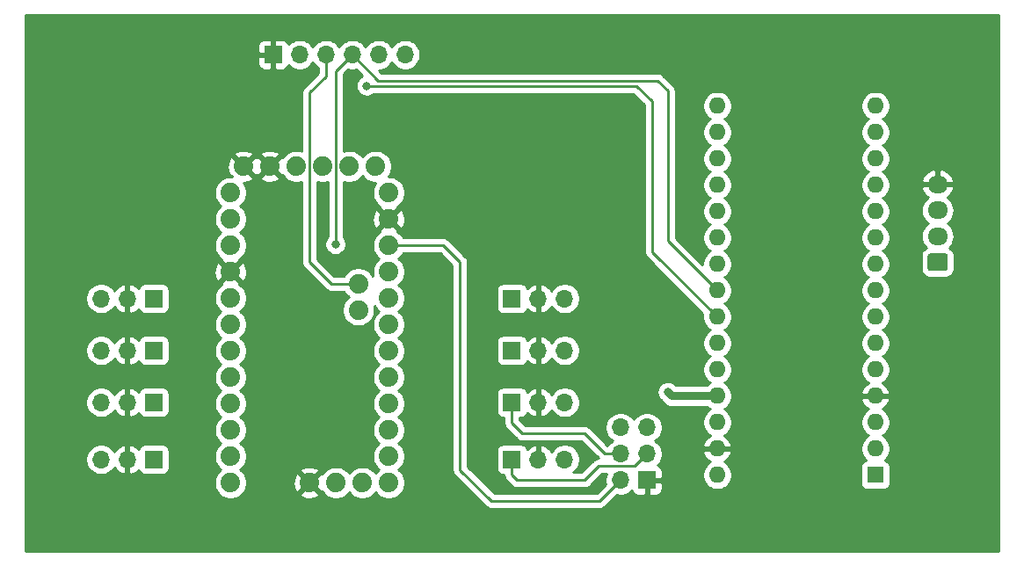
<source format=gbr>
G04 #@! TF.GenerationSoftware,KiCad,Pcbnew,5.1.10-88a1d61d58~90~ubuntu21.04.1*
G04 #@! TF.CreationDate,2021-10-08T15:30:08+02:00*
G04 #@! TF.ProjectId,BoardArduinos,426f6172-6441-4726-9475-696e6f732e6b,rev?*
G04 #@! TF.SameCoordinates,Original*
G04 #@! TF.FileFunction,Copper,L2,Bot*
G04 #@! TF.FilePolarity,Positive*
%FSLAX46Y46*%
G04 Gerber Fmt 4.6, Leading zero omitted, Abs format (unit mm)*
G04 Created by KiCad (PCBNEW 5.1.10-88a1d61d58~90~ubuntu21.04.1) date 2021-10-08 15:30:08*
%MOMM*%
%LPD*%
G01*
G04 APERTURE LIST*
G04 #@! TA.AperFunction,ComponentPad*
%ADD10O,1.950000X1.700000*%
G04 #@! TD*
G04 #@! TA.AperFunction,ComponentPad*
%ADD11C,1.879600*%
G04 #@! TD*
G04 #@! TA.AperFunction,ComponentPad*
%ADD12O,1.700000X1.700000*%
G04 #@! TD*
G04 #@! TA.AperFunction,ComponentPad*
%ADD13R,1.700000X1.700000*%
G04 #@! TD*
G04 #@! TA.AperFunction,ComponentPad*
%ADD14O,1.600000X1.600000*%
G04 #@! TD*
G04 #@! TA.AperFunction,ComponentPad*
%ADD15R,1.600000X1.600000*%
G04 #@! TD*
G04 #@! TA.AperFunction,ViaPad*
%ADD16C,0.800000*%
G04 #@! TD*
G04 #@! TA.AperFunction,Conductor*
%ADD17C,0.800000*%
G04 #@! TD*
G04 #@! TA.AperFunction,Conductor*
%ADD18C,0.250000*%
G04 #@! TD*
G04 #@! TA.AperFunction,Conductor*
%ADD19C,0.254000*%
G04 #@! TD*
G04 #@! TA.AperFunction,Conductor*
%ADD20C,0.100000*%
G04 #@! TD*
G04 APERTURE END LIST*
D10*
X168500000Y-57000000D03*
X168500000Y-59500000D03*
X168500000Y-62000000D03*
G04 #@! TA.AperFunction,ComponentPad*
G36*
G01*
X169225000Y-65350000D02*
X167775000Y-65350000D01*
G75*
G02*
X167525000Y-65100000I0J250000D01*
G01*
X167525000Y-63900000D01*
G75*
G02*
X167775000Y-63650000I250000J0D01*
G01*
X169225000Y-63650000D01*
G75*
G02*
X169475000Y-63900000I0J-250000D01*
G01*
X169475000Y-65100000D01*
G75*
G02*
X169225000Y-65350000I-250000J0D01*
G01*
G37*
G04 #@! TD.AperFunction*
D11*
X108000000Y-85740000D03*
X100380000Y-57800000D03*
X100380000Y-60340000D03*
X100380000Y-62880000D03*
X100380000Y-65420000D03*
X100380000Y-67960000D03*
X100380000Y-70500000D03*
X100380000Y-73040000D03*
X100380000Y-75580000D03*
X100380000Y-78120000D03*
X100380000Y-80660000D03*
X100380000Y-83200000D03*
X100380000Y-85740000D03*
X115620000Y-85740000D03*
X115620000Y-83200000D03*
X115620000Y-80660000D03*
X115620000Y-78120000D03*
X115620000Y-75580000D03*
X115620000Y-73040000D03*
X115620000Y-70500000D03*
X115620000Y-67960000D03*
X115620000Y-65420000D03*
X115620000Y-62880000D03*
X115620000Y-60340000D03*
X115620000Y-57800000D03*
X110540000Y-85740000D03*
X113080000Y-85740000D03*
X112699000Y-66563000D03*
X112699000Y-69103000D03*
X101650000Y-55260000D03*
X104190000Y-55260000D03*
X106730000Y-55260000D03*
X109270000Y-55260000D03*
X111810000Y-55260000D03*
X114350000Y-55260000D03*
D12*
X117200000Y-44500000D03*
X114660000Y-44500000D03*
X112120000Y-44500000D03*
X109580000Y-44500000D03*
X107040000Y-44500000D03*
D13*
X104500000Y-44500000D03*
D12*
X87920000Y-83500000D03*
X90460000Y-83500000D03*
D13*
X93000000Y-83500000D03*
D12*
X87920000Y-78000000D03*
X90460000Y-78000000D03*
D13*
X93000000Y-78000000D03*
D12*
X87920000Y-73000000D03*
X90460000Y-73000000D03*
D13*
X93000000Y-73000000D03*
D12*
X87920000Y-68000000D03*
X90460000Y-68000000D03*
D13*
X93000000Y-68000000D03*
D12*
X132580000Y-73000000D03*
X130040000Y-73000000D03*
D13*
X127500000Y-73000000D03*
D12*
X132580000Y-68000000D03*
X130040000Y-68000000D03*
D13*
X127500000Y-68000000D03*
D12*
X132580000Y-78000000D03*
X130040000Y-78000000D03*
D13*
X127500000Y-78000000D03*
D12*
X132580000Y-83500000D03*
X130040000Y-83500000D03*
D13*
X127500000Y-83500000D03*
D12*
X137960000Y-80420000D03*
X140500000Y-80420000D03*
X137960000Y-82960000D03*
X140500000Y-82960000D03*
X137960000Y-85500000D03*
D13*
X140500000Y-85500000D03*
D14*
X147260000Y-49440000D03*
X162500000Y-49440000D03*
X147260000Y-85000000D03*
X162500000Y-51980000D03*
X147260000Y-82460000D03*
X162500000Y-54520000D03*
X147260000Y-79920000D03*
X162500000Y-57060000D03*
X147260000Y-77380000D03*
X162500000Y-59600000D03*
X147260000Y-74840000D03*
X162500000Y-62140000D03*
X147260000Y-72300000D03*
X162500000Y-64680000D03*
X147260000Y-69760000D03*
X162500000Y-67220000D03*
X147260000Y-67220000D03*
X162500000Y-69760000D03*
X147260000Y-64680000D03*
X162500000Y-72300000D03*
X147260000Y-62140000D03*
X162500000Y-74840000D03*
X147260000Y-59600000D03*
X162500000Y-77380000D03*
X147260000Y-57060000D03*
X162500000Y-79920000D03*
X147260000Y-54520000D03*
X162500000Y-82460000D03*
X147260000Y-51980000D03*
D15*
X162500000Y-85000000D03*
D16*
X142500000Y-77000000D03*
X113500000Y-47500000D03*
X110500000Y-62774990D03*
D17*
X142880000Y-77380000D02*
X147260000Y-77380000D01*
X142500000Y-77000000D02*
X142880000Y-77380000D01*
D18*
X147260000Y-69760000D02*
X141000000Y-63500000D01*
X141000000Y-63500000D02*
X141000000Y-49000000D01*
X139500000Y-47500000D02*
X113500000Y-47500000D01*
X141000000Y-49000000D02*
X139500000Y-47500000D01*
X110063000Y-66563000D02*
X112699000Y-66563000D01*
X108000000Y-64500000D02*
X110063000Y-66563000D01*
X108000000Y-48160000D02*
X108000000Y-64500000D01*
X109580000Y-46580000D02*
X108000000Y-48160000D01*
X109580000Y-44500000D02*
X109580000Y-46580000D01*
X112120000Y-44500000D02*
X110545199Y-46074801D01*
X110545199Y-46074801D02*
X110545199Y-62729791D01*
X110545199Y-62729791D02*
X110500000Y-62774990D01*
X147260000Y-67220000D02*
X142500000Y-62460000D01*
X142500000Y-62460000D02*
X142500000Y-48000000D01*
X142500000Y-48000000D02*
X141500000Y-47000000D01*
X114620000Y-47000000D02*
X112120000Y-44500000D01*
X141500000Y-47000000D02*
X114620000Y-47000000D01*
X137960000Y-82960000D02*
X136460000Y-82960000D01*
X136460000Y-82960000D02*
X134500000Y-81000000D01*
X134500000Y-81000000D02*
X128500000Y-81000000D01*
X127500000Y-80000000D02*
X127500000Y-78000000D01*
X128500000Y-81000000D02*
X127500000Y-80000000D01*
X137960000Y-85500000D02*
X135960000Y-87500000D01*
X135960000Y-87500000D02*
X125500000Y-87500000D01*
X125500000Y-87500000D02*
X122500000Y-84500000D01*
X122500000Y-84500000D02*
X122500000Y-64500000D01*
X120880000Y-62880000D02*
X115620000Y-62880000D01*
X122500000Y-64500000D02*
X120880000Y-62880000D01*
X127500000Y-85000000D02*
X127500000Y-83500000D01*
X135864999Y-84135001D02*
X134500000Y-85500000D01*
X139324999Y-84135001D02*
X135864999Y-84135001D01*
X128000000Y-85500000D02*
X127500000Y-85000000D01*
X134500000Y-85500000D02*
X128000000Y-85500000D01*
X140500000Y-82960000D02*
X139324999Y-84135001D01*
D19*
X174340000Y-92340000D02*
X80660000Y-92340000D01*
X80660000Y-83353740D01*
X86435000Y-83353740D01*
X86435000Y-83646260D01*
X86492068Y-83933158D01*
X86604010Y-84203411D01*
X86766525Y-84446632D01*
X86973368Y-84653475D01*
X87216589Y-84815990D01*
X87486842Y-84927932D01*
X87773740Y-84985000D01*
X88066260Y-84985000D01*
X88353158Y-84927932D01*
X88623411Y-84815990D01*
X88866632Y-84653475D01*
X89073475Y-84446632D01*
X89195195Y-84264466D01*
X89264822Y-84381355D01*
X89459731Y-84597588D01*
X89693080Y-84771641D01*
X89955901Y-84896825D01*
X90103110Y-84941476D01*
X90333000Y-84820155D01*
X90333000Y-83627000D01*
X90313000Y-83627000D01*
X90313000Y-83373000D01*
X90333000Y-83373000D01*
X90333000Y-82179845D01*
X90587000Y-82179845D01*
X90587000Y-83373000D01*
X90607000Y-83373000D01*
X90607000Y-83627000D01*
X90587000Y-83627000D01*
X90587000Y-84820155D01*
X90816890Y-84941476D01*
X90964099Y-84896825D01*
X91226920Y-84771641D01*
X91460269Y-84597588D01*
X91536034Y-84513534D01*
X91560498Y-84594180D01*
X91619463Y-84704494D01*
X91698815Y-84801185D01*
X91795506Y-84880537D01*
X91905820Y-84939502D01*
X92025518Y-84975812D01*
X92150000Y-84988072D01*
X93850000Y-84988072D01*
X93974482Y-84975812D01*
X94094180Y-84939502D01*
X94204494Y-84880537D01*
X94301185Y-84801185D01*
X94380537Y-84704494D01*
X94439502Y-84594180D01*
X94475812Y-84474482D01*
X94488072Y-84350000D01*
X94488072Y-82650000D01*
X94475812Y-82525518D01*
X94439502Y-82405820D01*
X94380537Y-82295506D01*
X94301185Y-82198815D01*
X94204494Y-82119463D01*
X94094180Y-82060498D01*
X93974482Y-82024188D01*
X93850000Y-82011928D01*
X92150000Y-82011928D01*
X92025518Y-82024188D01*
X91905820Y-82060498D01*
X91795506Y-82119463D01*
X91698815Y-82198815D01*
X91619463Y-82295506D01*
X91560498Y-82405820D01*
X91536034Y-82486466D01*
X91460269Y-82402412D01*
X91226920Y-82228359D01*
X90964099Y-82103175D01*
X90816890Y-82058524D01*
X90587000Y-82179845D01*
X90333000Y-82179845D01*
X90103110Y-82058524D01*
X89955901Y-82103175D01*
X89693080Y-82228359D01*
X89459731Y-82402412D01*
X89264822Y-82618645D01*
X89195195Y-82735534D01*
X89073475Y-82553368D01*
X88866632Y-82346525D01*
X88623411Y-82184010D01*
X88353158Y-82072068D01*
X88066260Y-82015000D01*
X87773740Y-82015000D01*
X87486842Y-82072068D01*
X87216589Y-82184010D01*
X86973368Y-82346525D01*
X86766525Y-82553368D01*
X86604010Y-82796589D01*
X86492068Y-83066842D01*
X86435000Y-83353740D01*
X80660000Y-83353740D01*
X80660000Y-77853740D01*
X86435000Y-77853740D01*
X86435000Y-78146260D01*
X86492068Y-78433158D01*
X86604010Y-78703411D01*
X86766525Y-78946632D01*
X86973368Y-79153475D01*
X87216589Y-79315990D01*
X87486842Y-79427932D01*
X87773740Y-79485000D01*
X88066260Y-79485000D01*
X88353158Y-79427932D01*
X88623411Y-79315990D01*
X88866632Y-79153475D01*
X89073475Y-78946632D01*
X89195195Y-78764466D01*
X89264822Y-78881355D01*
X89459731Y-79097588D01*
X89693080Y-79271641D01*
X89955901Y-79396825D01*
X90103110Y-79441476D01*
X90333000Y-79320155D01*
X90333000Y-78127000D01*
X90313000Y-78127000D01*
X90313000Y-77873000D01*
X90333000Y-77873000D01*
X90333000Y-76679845D01*
X90587000Y-76679845D01*
X90587000Y-77873000D01*
X90607000Y-77873000D01*
X90607000Y-78127000D01*
X90587000Y-78127000D01*
X90587000Y-79320155D01*
X90816890Y-79441476D01*
X90964099Y-79396825D01*
X91226920Y-79271641D01*
X91460269Y-79097588D01*
X91536034Y-79013534D01*
X91560498Y-79094180D01*
X91619463Y-79204494D01*
X91698815Y-79301185D01*
X91795506Y-79380537D01*
X91905820Y-79439502D01*
X92025518Y-79475812D01*
X92150000Y-79488072D01*
X93850000Y-79488072D01*
X93974482Y-79475812D01*
X94094180Y-79439502D01*
X94204494Y-79380537D01*
X94301185Y-79301185D01*
X94380537Y-79204494D01*
X94439502Y-79094180D01*
X94475812Y-78974482D01*
X94488072Y-78850000D01*
X94488072Y-77150000D01*
X94475812Y-77025518D01*
X94439502Y-76905820D01*
X94380537Y-76795506D01*
X94301185Y-76698815D01*
X94204494Y-76619463D01*
X94094180Y-76560498D01*
X93974482Y-76524188D01*
X93850000Y-76511928D01*
X92150000Y-76511928D01*
X92025518Y-76524188D01*
X91905820Y-76560498D01*
X91795506Y-76619463D01*
X91698815Y-76698815D01*
X91619463Y-76795506D01*
X91560498Y-76905820D01*
X91536034Y-76986466D01*
X91460269Y-76902412D01*
X91226920Y-76728359D01*
X90964099Y-76603175D01*
X90816890Y-76558524D01*
X90587000Y-76679845D01*
X90333000Y-76679845D01*
X90103110Y-76558524D01*
X89955901Y-76603175D01*
X89693080Y-76728359D01*
X89459731Y-76902412D01*
X89264822Y-77118645D01*
X89195195Y-77235534D01*
X89073475Y-77053368D01*
X88866632Y-76846525D01*
X88623411Y-76684010D01*
X88353158Y-76572068D01*
X88066260Y-76515000D01*
X87773740Y-76515000D01*
X87486842Y-76572068D01*
X87216589Y-76684010D01*
X86973368Y-76846525D01*
X86766525Y-77053368D01*
X86604010Y-77296589D01*
X86492068Y-77566842D01*
X86435000Y-77853740D01*
X80660000Y-77853740D01*
X80660000Y-72853740D01*
X86435000Y-72853740D01*
X86435000Y-73146260D01*
X86492068Y-73433158D01*
X86604010Y-73703411D01*
X86766525Y-73946632D01*
X86973368Y-74153475D01*
X87216589Y-74315990D01*
X87486842Y-74427932D01*
X87773740Y-74485000D01*
X88066260Y-74485000D01*
X88353158Y-74427932D01*
X88623411Y-74315990D01*
X88866632Y-74153475D01*
X89073475Y-73946632D01*
X89195195Y-73764466D01*
X89264822Y-73881355D01*
X89459731Y-74097588D01*
X89693080Y-74271641D01*
X89955901Y-74396825D01*
X90103110Y-74441476D01*
X90333000Y-74320155D01*
X90333000Y-73127000D01*
X90313000Y-73127000D01*
X90313000Y-72873000D01*
X90333000Y-72873000D01*
X90333000Y-71679845D01*
X90587000Y-71679845D01*
X90587000Y-72873000D01*
X90607000Y-72873000D01*
X90607000Y-73127000D01*
X90587000Y-73127000D01*
X90587000Y-74320155D01*
X90816890Y-74441476D01*
X90964099Y-74396825D01*
X91226920Y-74271641D01*
X91460269Y-74097588D01*
X91536034Y-74013534D01*
X91560498Y-74094180D01*
X91619463Y-74204494D01*
X91698815Y-74301185D01*
X91795506Y-74380537D01*
X91905820Y-74439502D01*
X92025518Y-74475812D01*
X92150000Y-74488072D01*
X93850000Y-74488072D01*
X93974482Y-74475812D01*
X94094180Y-74439502D01*
X94204494Y-74380537D01*
X94301185Y-74301185D01*
X94380537Y-74204494D01*
X94439502Y-74094180D01*
X94475812Y-73974482D01*
X94488072Y-73850000D01*
X94488072Y-72150000D01*
X94475812Y-72025518D01*
X94439502Y-71905820D01*
X94380537Y-71795506D01*
X94301185Y-71698815D01*
X94204494Y-71619463D01*
X94094180Y-71560498D01*
X93974482Y-71524188D01*
X93850000Y-71511928D01*
X92150000Y-71511928D01*
X92025518Y-71524188D01*
X91905820Y-71560498D01*
X91795506Y-71619463D01*
X91698815Y-71698815D01*
X91619463Y-71795506D01*
X91560498Y-71905820D01*
X91536034Y-71986466D01*
X91460269Y-71902412D01*
X91226920Y-71728359D01*
X90964099Y-71603175D01*
X90816890Y-71558524D01*
X90587000Y-71679845D01*
X90333000Y-71679845D01*
X90103110Y-71558524D01*
X89955901Y-71603175D01*
X89693080Y-71728359D01*
X89459731Y-71902412D01*
X89264822Y-72118645D01*
X89195195Y-72235534D01*
X89073475Y-72053368D01*
X88866632Y-71846525D01*
X88623411Y-71684010D01*
X88353158Y-71572068D01*
X88066260Y-71515000D01*
X87773740Y-71515000D01*
X87486842Y-71572068D01*
X87216589Y-71684010D01*
X86973368Y-71846525D01*
X86766525Y-72053368D01*
X86604010Y-72296589D01*
X86492068Y-72566842D01*
X86435000Y-72853740D01*
X80660000Y-72853740D01*
X80660000Y-67853740D01*
X86435000Y-67853740D01*
X86435000Y-68146260D01*
X86492068Y-68433158D01*
X86604010Y-68703411D01*
X86766525Y-68946632D01*
X86973368Y-69153475D01*
X87216589Y-69315990D01*
X87486842Y-69427932D01*
X87773740Y-69485000D01*
X88066260Y-69485000D01*
X88353158Y-69427932D01*
X88623411Y-69315990D01*
X88866632Y-69153475D01*
X89073475Y-68946632D01*
X89195195Y-68764466D01*
X89264822Y-68881355D01*
X89459731Y-69097588D01*
X89693080Y-69271641D01*
X89955901Y-69396825D01*
X90103110Y-69441476D01*
X90333000Y-69320155D01*
X90333000Y-68127000D01*
X90313000Y-68127000D01*
X90313000Y-67873000D01*
X90333000Y-67873000D01*
X90333000Y-66679845D01*
X90587000Y-66679845D01*
X90587000Y-67873000D01*
X90607000Y-67873000D01*
X90607000Y-68127000D01*
X90587000Y-68127000D01*
X90587000Y-69320155D01*
X90816890Y-69441476D01*
X90964099Y-69396825D01*
X91226920Y-69271641D01*
X91460269Y-69097588D01*
X91536034Y-69013534D01*
X91560498Y-69094180D01*
X91619463Y-69204494D01*
X91698815Y-69301185D01*
X91795506Y-69380537D01*
X91905820Y-69439502D01*
X92025518Y-69475812D01*
X92150000Y-69488072D01*
X93850000Y-69488072D01*
X93974482Y-69475812D01*
X94094180Y-69439502D01*
X94204494Y-69380537D01*
X94301185Y-69301185D01*
X94380537Y-69204494D01*
X94439502Y-69094180D01*
X94475812Y-68974482D01*
X94488072Y-68850000D01*
X94488072Y-67804896D01*
X98805200Y-67804896D01*
X98805200Y-68115104D01*
X98865718Y-68419352D01*
X98984430Y-68705948D01*
X99156773Y-68963877D01*
X99376123Y-69183227D01*
X99446124Y-69230000D01*
X99376123Y-69276773D01*
X99156773Y-69496123D01*
X98984430Y-69754052D01*
X98865718Y-70040648D01*
X98805200Y-70344896D01*
X98805200Y-70655104D01*
X98865718Y-70959352D01*
X98984430Y-71245948D01*
X99156773Y-71503877D01*
X99376123Y-71723227D01*
X99446124Y-71770000D01*
X99376123Y-71816773D01*
X99156773Y-72036123D01*
X98984430Y-72294052D01*
X98865718Y-72580648D01*
X98805200Y-72884896D01*
X98805200Y-73195104D01*
X98865718Y-73499352D01*
X98984430Y-73785948D01*
X99156773Y-74043877D01*
X99376123Y-74263227D01*
X99446124Y-74310000D01*
X99376123Y-74356773D01*
X99156773Y-74576123D01*
X98984430Y-74834052D01*
X98865718Y-75120648D01*
X98805200Y-75424896D01*
X98805200Y-75735104D01*
X98865718Y-76039352D01*
X98984430Y-76325948D01*
X99156773Y-76583877D01*
X99376123Y-76803227D01*
X99446124Y-76850000D01*
X99376123Y-76896773D01*
X99156773Y-77116123D01*
X98984430Y-77374052D01*
X98865718Y-77660648D01*
X98805200Y-77964896D01*
X98805200Y-78275104D01*
X98865718Y-78579352D01*
X98984430Y-78865948D01*
X99156773Y-79123877D01*
X99376123Y-79343227D01*
X99446124Y-79390000D01*
X99376123Y-79436773D01*
X99156773Y-79656123D01*
X98984430Y-79914052D01*
X98865718Y-80200648D01*
X98805200Y-80504896D01*
X98805200Y-80815104D01*
X98865718Y-81119352D01*
X98984430Y-81405948D01*
X99156773Y-81663877D01*
X99376123Y-81883227D01*
X99446124Y-81930000D01*
X99376123Y-81976773D01*
X99156773Y-82196123D01*
X98984430Y-82454052D01*
X98865718Y-82740648D01*
X98805200Y-83044896D01*
X98805200Y-83355104D01*
X98865718Y-83659352D01*
X98984430Y-83945948D01*
X99156773Y-84203877D01*
X99376123Y-84423227D01*
X99446124Y-84470000D01*
X99376123Y-84516773D01*
X99156773Y-84736123D01*
X98984430Y-84994052D01*
X98865718Y-85280648D01*
X98805200Y-85584896D01*
X98805200Y-85895104D01*
X98865718Y-86199352D01*
X98984430Y-86485948D01*
X99156773Y-86743877D01*
X99376123Y-86963227D01*
X99634052Y-87135570D01*
X99920648Y-87254282D01*
X100224896Y-87314800D01*
X100535104Y-87314800D01*
X100839352Y-87254282D01*
X101125948Y-87135570D01*
X101383877Y-86963227D01*
X101514628Y-86832476D01*
X107087129Y-86832476D01*
X107175623Y-87090723D01*
X107454976Y-87225597D01*
X107755275Y-87303381D01*
X108064977Y-87321084D01*
X108372184Y-87278027D01*
X108665086Y-87175865D01*
X108824377Y-87090723D01*
X108912871Y-86832476D01*
X108000000Y-85919605D01*
X107087129Y-86832476D01*
X101514628Y-86832476D01*
X101603227Y-86743877D01*
X101775570Y-86485948D01*
X101894282Y-86199352D01*
X101954800Y-85895104D01*
X101954800Y-85804977D01*
X106418916Y-85804977D01*
X106461973Y-86112184D01*
X106564135Y-86405086D01*
X106649277Y-86564377D01*
X106907524Y-86652871D01*
X107820395Y-85740000D01*
X106907524Y-84827129D01*
X106649277Y-84915623D01*
X106514403Y-85194976D01*
X106436619Y-85495275D01*
X106418916Y-85804977D01*
X101954800Y-85804977D01*
X101954800Y-85584896D01*
X101894282Y-85280648D01*
X101775570Y-84994052D01*
X101603227Y-84736123D01*
X101514628Y-84647524D01*
X107087129Y-84647524D01*
X108000000Y-85560395D01*
X108912871Y-84647524D01*
X108824377Y-84389277D01*
X108545024Y-84254403D01*
X108244725Y-84176619D01*
X107935023Y-84158916D01*
X107627816Y-84201973D01*
X107334914Y-84304135D01*
X107175623Y-84389277D01*
X107087129Y-84647524D01*
X101514628Y-84647524D01*
X101383877Y-84516773D01*
X101313876Y-84470000D01*
X101383877Y-84423227D01*
X101603227Y-84203877D01*
X101775570Y-83945948D01*
X101894282Y-83659352D01*
X101954800Y-83355104D01*
X101954800Y-83044896D01*
X101894282Y-82740648D01*
X101775570Y-82454052D01*
X101603227Y-82196123D01*
X101383877Y-81976773D01*
X101313876Y-81930000D01*
X101383877Y-81883227D01*
X101603227Y-81663877D01*
X101775570Y-81405948D01*
X101894282Y-81119352D01*
X101954800Y-80815104D01*
X101954800Y-80504896D01*
X101894282Y-80200648D01*
X101775570Y-79914052D01*
X101603227Y-79656123D01*
X101383877Y-79436773D01*
X101313876Y-79390000D01*
X101383877Y-79343227D01*
X101603227Y-79123877D01*
X101775570Y-78865948D01*
X101894282Y-78579352D01*
X101954800Y-78275104D01*
X101954800Y-77964896D01*
X101894282Y-77660648D01*
X101775570Y-77374052D01*
X101603227Y-77116123D01*
X101383877Y-76896773D01*
X101313876Y-76850000D01*
X101383877Y-76803227D01*
X101603227Y-76583877D01*
X101775570Y-76325948D01*
X101894282Y-76039352D01*
X101954800Y-75735104D01*
X101954800Y-75424896D01*
X101894282Y-75120648D01*
X101775570Y-74834052D01*
X101603227Y-74576123D01*
X101383877Y-74356773D01*
X101313876Y-74310000D01*
X101383877Y-74263227D01*
X101603227Y-74043877D01*
X101775570Y-73785948D01*
X101894282Y-73499352D01*
X101954800Y-73195104D01*
X101954800Y-72884896D01*
X101894282Y-72580648D01*
X101775570Y-72294052D01*
X101603227Y-72036123D01*
X101383877Y-71816773D01*
X101313876Y-71770000D01*
X101383877Y-71723227D01*
X101603227Y-71503877D01*
X101775570Y-71245948D01*
X101894282Y-70959352D01*
X101954800Y-70655104D01*
X101954800Y-70344896D01*
X101894282Y-70040648D01*
X101775570Y-69754052D01*
X101603227Y-69496123D01*
X101383877Y-69276773D01*
X101313876Y-69230000D01*
X101383877Y-69183227D01*
X101603227Y-68963877D01*
X101775570Y-68705948D01*
X101894282Y-68419352D01*
X101954800Y-68115104D01*
X101954800Y-67804896D01*
X101894282Y-67500648D01*
X101775570Y-67214052D01*
X101603227Y-66956123D01*
X101383877Y-66736773D01*
X101247286Y-66645505D01*
X101292871Y-66512476D01*
X100380000Y-65599605D01*
X99467129Y-66512476D01*
X99512714Y-66645505D01*
X99376123Y-66736773D01*
X99156773Y-66956123D01*
X98984430Y-67214052D01*
X98865718Y-67500648D01*
X98805200Y-67804896D01*
X94488072Y-67804896D01*
X94488072Y-67150000D01*
X94475812Y-67025518D01*
X94439502Y-66905820D01*
X94380537Y-66795506D01*
X94301185Y-66698815D01*
X94204494Y-66619463D01*
X94094180Y-66560498D01*
X93974482Y-66524188D01*
X93850000Y-66511928D01*
X92150000Y-66511928D01*
X92025518Y-66524188D01*
X91905820Y-66560498D01*
X91795506Y-66619463D01*
X91698815Y-66698815D01*
X91619463Y-66795506D01*
X91560498Y-66905820D01*
X91536034Y-66986466D01*
X91460269Y-66902412D01*
X91226920Y-66728359D01*
X90964099Y-66603175D01*
X90816890Y-66558524D01*
X90587000Y-66679845D01*
X90333000Y-66679845D01*
X90103110Y-66558524D01*
X89955901Y-66603175D01*
X89693080Y-66728359D01*
X89459731Y-66902412D01*
X89264822Y-67118645D01*
X89195195Y-67235534D01*
X89073475Y-67053368D01*
X88866632Y-66846525D01*
X88623411Y-66684010D01*
X88353158Y-66572068D01*
X88066260Y-66515000D01*
X87773740Y-66515000D01*
X87486842Y-66572068D01*
X87216589Y-66684010D01*
X86973368Y-66846525D01*
X86766525Y-67053368D01*
X86604010Y-67296589D01*
X86492068Y-67566842D01*
X86435000Y-67853740D01*
X80660000Y-67853740D01*
X80660000Y-65484977D01*
X98798916Y-65484977D01*
X98841973Y-65792184D01*
X98944135Y-66085086D01*
X99029277Y-66244377D01*
X99287524Y-66332871D01*
X100200395Y-65420000D01*
X100559605Y-65420000D01*
X101472476Y-66332871D01*
X101730723Y-66244377D01*
X101865597Y-65965024D01*
X101943381Y-65664725D01*
X101961084Y-65355023D01*
X101918027Y-65047816D01*
X101815865Y-64754914D01*
X101730723Y-64595623D01*
X101472476Y-64507129D01*
X100559605Y-65420000D01*
X100200395Y-65420000D01*
X99287524Y-64507129D01*
X99029277Y-64595623D01*
X98894403Y-64874976D01*
X98816619Y-65175275D01*
X98798916Y-65484977D01*
X80660000Y-65484977D01*
X80660000Y-57644896D01*
X98805200Y-57644896D01*
X98805200Y-57955104D01*
X98865718Y-58259352D01*
X98984430Y-58545948D01*
X99156773Y-58803877D01*
X99376123Y-59023227D01*
X99446124Y-59070000D01*
X99376123Y-59116773D01*
X99156773Y-59336123D01*
X98984430Y-59594052D01*
X98865718Y-59880648D01*
X98805200Y-60184896D01*
X98805200Y-60495104D01*
X98865718Y-60799352D01*
X98984430Y-61085948D01*
X99156773Y-61343877D01*
X99376123Y-61563227D01*
X99446124Y-61610000D01*
X99376123Y-61656773D01*
X99156773Y-61876123D01*
X98984430Y-62134052D01*
X98865718Y-62420648D01*
X98805200Y-62724896D01*
X98805200Y-63035104D01*
X98865718Y-63339352D01*
X98984430Y-63625948D01*
X99156773Y-63883877D01*
X99376123Y-64103227D01*
X99512714Y-64194495D01*
X99467129Y-64327524D01*
X100380000Y-65240395D01*
X101292871Y-64327524D01*
X101247286Y-64194495D01*
X101383877Y-64103227D01*
X101603227Y-63883877D01*
X101775570Y-63625948D01*
X101894282Y-63339352D01*
X101954800Y-63035104D01*
X101954800Y-62724896D01*
X101894282Y-62420648D01*
X101775570Y-62134052D01*
X101603227Y-61876123D01*
X101383877Y-61656773D01*
X101313876Y-61610000D01*
X101383877Y-61563227D01*
X101603227Y-61343877D01*
X101775570Y-61085948D01*
X101894282Y-60799352D01*
X101954800Y-60495104D01*
X101954800Y-60184896D01*
X101894282Y-59880648D01*
X101775570Y-59594052D01*
X101603227Y-59336123D01*
X101383877Y-59116773D01*
X101313876Y-59070000D01*
X101383877Y-59023227D01*
X101603227Y-58803877D01*
X101775570Y-58545948D01*
X101894282Y-58259352D01*
X101954800Y-57955104D01*
X101954800Y-57644896D01*
X101894282Y-57340648D01*
X101775570Y-57054052D01*
X101630024Y-56836228D01*
X101714977Y-56841084D01*
X102022184Y-56798027D01*
X102315086Y-56695865D01*
X102474377Y-56610723D01*
X102562871Y-56352476D01*
X103277129Y-56352476D01*
X103365623Y-56610723D01*
X103644976Y-56745597D01*
X103945275Y-56823381D01*
X104254977Y-56841084D01*
X104562184Y-56798027D01*
X104855086Y-56695865D01*
X105014377Y-56610723D01*
X105102871Y-56352476D01*
X104190000Y-55439605D01*
X103277129Y-56352476D01*
X102562871Y-56352476D01*
X101650000Y-55439605D01*
X101635858Y-55453748D01*
X101456253Y-55274143D01*
X101470395Y-55260000D01*
X101829605Y-55260000D01*
X102742476Y-56172871D01*
X102920000Y-56112039D01*
X103097524Y-56172871D01*
X104010395Y-55260000D01*
X104369605Y-55260000D01*
X105282476Y-56172871D01*
X105415505Y-56127286D01*
X105506773Y-56263877D01*
X105726123Y-56483227D01*
X105984052Y-56655570D01*
X106270648Y-56774282D01*
X106574896Y-56834800D01*
X106885104Y-56834800D01*
X107189352Y-56774282D01*
X107240001Y-56753303D01*
X107240001Y-64462667D01*
X107236324Y-64500000D01*
X107250998Y-64648985D01*
X107294454Y-64792246D01*
X107365026Y-64924276D01*
X107417488Y-64988200D01*
X107460000Y-65040001D01*
X107488998Y-65063799D01*
X109499201Y-67074003D01*
X109522999Y-67103001D01*
X109638724Y-67197974D01*
X109770753Y-67268546D01*
X109914014Y-67312003D01*
X110063000Y-67326677D01*
X110100333Y-67323000D01*
X111312819Y-67323000D01*
X111475773Y-67566877D01*
X111695123Y-67786227D01*
X111765124Y-67833000D01*
X111695123Y-67879773D01*
X111475773Y-68099123D01*
X111303430Y-68357052D01*
X111184718Y-68643648D01*
X111124200Y-68947896D01*
X111124200Y-69258104D01*
X111184718Y-69562352D01*
X111303430Y-69848948D01*
X111475773Y-70106877D01*
X111695123Y-70326227D01*
X111953052Y-70498570D01*
X112239648Y-70617282D01*
X112543896Y-70677800D01*
X112854104Y-70677800D01*
X113158352Y-70617282D01*
X113444948Y-70498570D01*
X113702877Y-70326227D01*
X113922227Y-70106877D01*
X114094570Y-69848948D01*
X114213282Y-69562352D01*
X114273800Y-69258104D01*
X114273800Y-68947896D01*
X114226201Y-68708599D01*
X114396773Y-68963877D01*
X114616123Y-69183227D01*
X114686124Y-69230000D01*
X114616123Y-69276773D01*
X114396773Y-69496123D01*
X114224430Y-69754052D01*
X114105718Y-70040648D01*
X114045200Y-70344896D01*
X114045200Y-70655104D01*
X114105718Y-70959352D01*
X114224430Y-71245948D01*
X114396773Y-71503877D01*
X114616123Y-71723227D01*
X114686124Y-71770000D01*
X114616123Y-71816773D01*
X114396773Y-72036123D01*
X114224430Y-72294052D01*
X114105718Y-72580648D01*
X114045200Y-72884896D01*
X114045200Y-73195104D01*
X114105718Y-73499352D01*
X114224430Y-73785948D01*
X114396773Y-74043877D01*
X114616123Y-74263227D01*
X114686124Y-74310000D01*
X114616123Y-74356773D01*
X114396773Y-74576123D01*
X114224430Y-74834052D01*
X114105718Y-75120648D01*
X114045200Y-75424896D01*
X114045200Y-75735104D01*
X114105718Y-76039352D01*
X114224430Y-76325948D01*
X114396773Y-76583877D01*
X114616123Y-76803227D01*
X114686124Y-76850000D01*
X114616123Y-76896773D01*
X114396773Y-77116123D01*
X114224430Y-77374052D01*
X114105718Y-77660648D01*
X114045200Y-77964896D01*
X114045200Y-78275104D01*
X114105718Y-78579352D01*
X114224430Y-78865948D01*
X114396773Y-79123877D01*
X114616123Y-79343227D01*
X114686124Y-79390000D01*
X114616123Y-79436773D01*
X114396773Y-79656123D01*
X114224430Y-79914052D01*
X114105718Y-80200648D01*
X114045200Y-80504896D01*
X114045200Y-80815104D01*
X114105718Y-81119352D01*
X114224430Y-81405948D01*
X114396773Y-81663877D01*
X114616123Y-81883227D01*
X114686124Y-81930000D01*
X114616123Y-81976773D01*
X114396773Y-82196123D01*
X114224430Y-82454052D01*
X114105718Y-82740648D01*
X114045200Y-83044896D01*
X114045200Y-83355104D01*
X114105718Y-83659352D01*
X114224430Y-83945948D01*
X114396773Y-84203877D01*
X114616123Y-84423227D01*
X114686124Y-84470000D01*
X114616123Y-84516773D01*
X114396773Y-84736123D01*
X114350000Y-84806124D01*
X114303227Y-84736123D01*
X114083877Y-84516773D01*
X113825948Y-84344430D01*
X113539352Y-84225718D01*
X113235104Y-84165200D01*
X112924896Y-84165200D01*
X112620648Y-84225718D01*
X112334052Y-84344430D01*
X112076123Y-84516773D01*
X111856773Y-84736123D01*
X111810000Y-84806124D01*
X111763227Y-84736123D01*
X111543877Y-84516773D01*
X111285948Y-84344430D01*
X110999352Y-84225718D01*
X110695104Y-84165200D01*
X110384896Y-84165200D01*
X110080648Y-84225718D01*
X109794052Y-84344430D01*
X109536123Y-84516773D01*
X109316773Y-84736123D01*
X109225505Y-84872714D01*
X109092476Y-84827129D01*
X108179605Y-85740000D01*
X109092476Y-86652871D01*
X109225505Y-86607286D01*
X109316773Y-86743877D01*
X109536123Y-86963227D01*
X109794052Y-87135570D01*
X110080648Y-87254282D01*
X110384896Y-87314800D01*
X110695104Y-87314800D01*
X110999352Y-87254282D01*
X111285948Y-87135570D01*
X111543877Y-86963227D01*
X111763227Y-86743877D01*
X111810000Y-86673876D01*
X111856773Y-86743877D01*
X112076123Y-86963227D01*
X112334052Y-87135570D01*
X112620648Y-87254282D01*
X112924896Y-87314800D01*
X113235104Y-87314800D01*
X113539352Y-87254282D01*
X113825948Y-87135570D01*
X114083877Y-86963227D01*
X114303227Y-86743877D01*
X114350000Y-86673876D01*
X114396773Y-86743877D01*
X114616123Y-86963227D01*
X114874052Y-87135570D01*
X115160648Y-87254282D01*
X115464896Y-87314800D01*
X115775104Y-87314800D01*
X116079352Y-87254282D01*
X116365948Y-87135570D01*
X116623877Y-86963227D01*
X116843227Y-86743877D01*
X117015570Y-86485948D01*
X117134282Y-86199352D01*
X117194800Y-85895104D01*
X117194800Y-85584896D01*
X117134282Y-85280648D01*
X117015570Y-84994052D01*
X116843227Y-84736123D01*
X116623877Y-84516773D01*
X116553876Y-84470000D01*
X116623877Y-84423227D01*
X116843227Y-84203877D01*
X117015570Y-83945948D01*
X117134282Y-83659352D01*
X117194800Y-83355104D01*
X117194800Y-83044896D01*
X117134282Y-82740648D01*
X117015570Y-82454052D01*
X116843227Y-82196123D01*
X116623877Y-81976773D01*
X116553876Y-81930000D01*
X116623877Y-81883227D01*
X116843227Y-81663877D01*
X117015570Y-81405948D01*
X117134282Y-81119352D01*
X117194800Y-80815104D01*
X117194800Y-80504896D01*
X117134282Y-80200648D01*
X117015570Y-79914052D01*
X116843227Y-79656123D01*
X116623877Y-79436773D01*
X116553876Y-79390000D01*
X116623877Y-79343227D01*
X116843227Y-79123877D01*
X117015570Y-78865948D01*
X117134282Y-78579352D01*
X117194800Y-78275104D01*
X117194800Y-77964896D01*
X117134282Y-77660648D01*
X117015570Y-77374052D01*
X116843227Y-77116123D01*
X116623877Y-76896773D01*
X116553876Y-76850000D01*
X116623877Y-76803227D01*
X116843227Y-76583877D01*
X117015570Y-76325948D01*
X117134282Y-76039352D01*
X117194800Y-75735104D01*
X117194800Y-75424896D01*
X117134282Y-75120648D01*
X117015570Y-74834052D01*
X116843227Y-74576123D01*
X116623877Y-74356773D01*
X116553876Y-74310000D01*
X116623877Y-74263227D01*
X116843227Y-74043877D01*
X117015570Y-73785948D01*
X117134282Y-73499352D01*
X117194800Y-73195104D01*
X117194800Y-72884896D01*
X117134282Y-72580648D01*
X117015570Y-72294052D01*
X116843227Y-72036123D01*
X116623877Y-71816773D01*
X116553876Y-71770000D01*
X116623877Y-71723227D01*
X116843227Y-71503877D01*
X117015570Y-71245948D01*
X117134282Y-70959352D01*
X117194800Y-70655104D01*
X117194800Y-70344896D01*
X117134282Y-70040648D01*
X117015570Y-69754052D01*
X116843227Y-69496123D01*
X116623877Y-69276773D01*
X116553876Y-69230000D01*
X116623877Y-69183227D01*
X116843227Y-68963877D01*
X117015570Y-68705948D01*
X117134282Y-68419352D01*
X117194800Y-68115104D01*
X117194800Y-67804896D01*
X117134282Y-67500648D01*
X117015570Y-67214052D01*
X116843227Y-66956123D01*
X116623877Y-66736773D01*
X116553876Y-66690000D01*
X116623877Y-66643227D01*
X116843227Y-66423877D01*
X117015570Y-66165948D01*
X117134282Y-65879352D01*
X117194800Y-65575104D01*
X117194800Y-65264896D01*
X117134282Y-64960648D01*
X117015570Y-64674052D01*
X116843227Y-64416123D01*
X116623877Y-64196773D01*
X116553876Y-64150000D01*
X116623877Y-64103227D01*
X116843227Y-63883877D01*
X117006181Y-63640000D01*
X120565199Y-63640000D01*
X121740001Y-64814803D01*
X121740000Y-84462678D01*
X121736324Y-84500000D01*
X121740000Y-84537322D01*
X121740000Y-84537332D01*
X121750997Y-84648985D01*
X121781942Y-84750998D01*
X121794454Y-84792246D01*
X121865026Y-84924276D01*
X121904871Y-84972826D01*
X121959999Y-85040001D01*
X121989003Y-85063804D01*
X124936201Y-88011003D01*
X124959999Y-88040001D01*
X125075724Y-88134974D01*
X125207753Y-88205546D01*
X125351014Y-88249003D01*
X125462667Y-88260000D01*
X125462675Y-88260000D01*
X125500000Y-88263676D01*
X125537325Y-88260000D01*
X135922678Y-88260000D01*
X135960000Y-88263676D01*
X135997322Y-88260000D01*
X135997333Y-88260000D01*
X136108986Y-88249003D01*
X136252247Y-88205546D01*
X136384276Y-88134974D01*
X136500001Y-88040001D01*
X136523804Y-88010997D01*
X137593592Y-86941210D01*
X137813740Y-86985000D01*
X138106260Y-86985000D01*
X138393158Y-86927932D01*
X138663411Y-86815990D01*
X138906632Y-86653475D01*
X139038487Y-86521620D01*
X139060498Y-86594180D01*
X139119463Y-86704494D01*
X139198815Y-86801185D01*
X139295506Y-86880537D01*
X139405820Y-86939502D01*
X139525518Y-86975812D01*
X139650000Y-86988072D01*
X140214250Y-86985000D01*
X140373000Y-86826250D01*
X140373000Y-85627000D01*
X140627000Y-85627000D01*
X140627000Y-86826250D01*
X140785750Y-86985000D01*
X141350000Y-86988072D01*
X141474482Y-86975812D01*
X141594180Y-86939502D01*
X141704494Y-86880537D01*
X141801185Y-86801185D01*
X141880537Y-86704494D01*
X141939502Y-86594180D01*
X141975812Y-86474482D01*
X141988072Y-86350000D01*
X141985000Y-85785750D01*
X141826250Y-85627000D01*
X140627000Y-85627000D01*
X140373000Y-85627000D01*
X140353000Y-85627000D01*
X140353000Y-85373000D01*
X140373000Y-85373000D01*
X140373000Y-85353000D01*
X140627000Y-85353000D01*
X140627000Y-85373000D01*
X141826250Y-85373000D01*
X141985000Y-85214250D01*
X141986935Y-84858665D01*
X145825000Y-84858665D01*
X145825000Y-85141335D01*
X145880147Y-85418574D01*
X145988320Y-85679727D01*
X146145363Y-85914759D01*
X146345241Y-86114637D01*
X146580273Y-86271680D01*
X146841426Y-86379853D01*
X147118665Y-86435000D01*
X147401335Y-86435000D01*
X147678574Y-86379853D01*
X147939727Y-86271680D01*
X148174759Y-86114637D01*
X148374637Y-85914759D01*
X148531680Y-85679727D01*
X148639853Y-85418574D01*
X148695000Y-85141335D01*
X148695000Y-84858665D01*
X148639853Y-84581426D01*
X148531680Y-84320273D01*
X148451317Y-84200000D01*
X161061928Y-84200000D01*
X161061928Y-85800000D01*
X161074188Y-85924482D01*
X161110498Y-86044180D01*
X161169463Y-86154494D01*
X161248815Y-86251185D01*
X161345506Y-86330537D01*
X161455820Y-86389502D01*
X161575518Y-86425812D01*
X161700000Y-86438072D01*
X163300000Y-86438072D01*
X163424482Y-86425812D01*
X163544180Y-86389502D01*
X163654494Y-86330537D01*
X163751185Y-86251185D01*
X163830537Y-86154494D01*
X163889502Y-86044180D01*
X163925812Y-85924482D01*
X163938072Y-85800000D01*
X163938072Y-84200000D01*
X163925812Y-84075518D01*
X163889502Y-83955820D01*
X163830537Y-83845506D01*
X163751185Y-83748815D01*
X163654494Y-83669463D01*
X163544180Y-83610498D01*
X163424482Y-83574188D01*
X163416039Y-83573357D01*
X163614637Y-83374759D01*
X163771680Y-83139727D01*
X163879853Y-82878574D01*
X163935000Y-82601335D01*
X163935000Y-82318665D01*
X163879853Y-82041426D01*
X163771680Y-81780273D01*
X163614637Y-81545241D01*
X163414759Y-81345363D01*
X163182241Y-81190000D01*
X163414759Y-81034637D01*
X163614637Y-80834759D01*
X163771680Y-80599727D01*
X163879853Y-80338574D01*
X163935000Y-80061335D01*
X163935000Y-79778665D01*
X163879853Y-79501426D01*
X163771680Y-79240273D01*
X163614637Y-79005241D01*
X163414759Y-78805363D01*
X163179727Y-78648320D01*
X163169135Y-78643933D01*
X163355131Y-78532385D01*
X163563519Y-78343414D01*
X163731037Y-78117420D01*
X163851246Y-77863087D01*
X163891904Y-77729039D01*
X163769915Y-77507000D01*
X162627000Y-77507000D01*
X162627000Y-77527000D01*
X162373000Y-77527000D01*
X162373000Y-77507000D01*
X161230085Y-77507000D01*
X161108096Y-77729039D01*
X161148754Y-77863087D01*
X161268963Y-78117420D01*
X161436481Y-78343414D01*
X161644869Y-78532385D01*
X161830865Y-78643933D01*
X161820273Y-78648320D01*
X161585241Y-78805363D01*
X161385363Y-79005241D01*
X161228320Y-79240273D01*
X161120147Y-79501426D01*
X161065000Y-79778665D01*
X161065000Y-80061335D01*
X161120147Y-80338574D01*
X161228320Y-80599727D01*
X161385363Y-80834759D01*
X161585241Y-81034637D01*
X161817759Y-81190000D01*
X161585241Y-81345363D01*
X161385363Y-81545241D01*
X161228320Y-81780273D01*
X161120147Y-82041426D01*
X161065000Y-82318665D01*
X161065000Y-82601335D01*
X161120147Y-82878574D01*
X161228320Y-83139727D01*
X161385363Y-83374759D01*
X161583961Y-83573357D01*
X161575518Y-83574188D01*
X161455820Y-83610498D01*
X161345506Y-83669463D01*
X161248815Y-83748815D01*
X161169463Y-83845506D01*
X161110498Y-83955820D01*
X161074188Y-84075518D01*
X161061928Y-84200000D01*
X148451317Y-84200000D01*
X148374637Y-84085241D01*
X148174759Y-83885363D01*
X147939727Y-83728320D01*
X147929135Y-83723933D01*
X148115131Y-83612385D01*
X148323519Y-83423414D01*
X148491037Y-83197420D01*
X148611246Y-82943087D01*
X148651904Y-82809039D01*
X148529915Y-82587000D01*
X147387000Y-82587000D01*
X147387000Y-82607000D01*
X147133000Y-82607000D01*
X147133000Y-82587000D01*
X145990085Y-82587000D01*
X145868096Y-82809039D01*
X145908754Y-82943087D01*
X146028963Y-83197420D01*
X146196481Y-83423414D01*
X146404869Y-83612385D01*
X146590865Y-83723933D01*
X146580273Y-83728320D01*
X146345241Y-83885363D01*
X146145363Y-84085241D01*
X145988320Y-84320273D01*
X145880147Y-84581426D01*
X145825000Y-84858665D01*
X141986935Y-84858665D01*
X141988072Y-84650000D01*
X141975812Y-84525518D01*
X141939502Y-84405820D01*
X141880537Y-84295506D01*
X141801185Y-84198815D01*
X141704494Y-84119463D01*
X141594180Y-84060498D01*
X141521620Y-84038487D01*
X141653475Y-83906632D01*
X141815990Y-83663411D01*
X141927932Y-83393158D01*
X141985000Y-83106260D01*
X141985000Y-82813740D01*
X141927932Y-82526842D01*
X141815990Y-82256589D01*
X141653475Y-82013368D01*
X141446632Y-81806525D01*
X141272240Y-81690000D01*
X141446632Y-81573475D01*
X141653475Y-81366632D01*
X141815990Y-81123411D01*
X141927932Y-80853158D01*
X141985000Y-80566260D01*
X141985000Y-80273740D01*
X141927932Y-79986842D01*
X141815990Y-79716589D01*
X141653475Y-79473368D01*
X141446632Y-79266525D01*
X141203411Y-79104010D01*
X140933158Y-78992068D01*
X140646260Y-78935000D01*
X140353740Y-78935000D01*
X140066842Y-78992068D01*
X139796589Y-79104010D01*
X139553368Y-79266525D01*
X139346525Y-79473368D01*
X139230000Y-79647760D01*
X139113475Y-79473368D01*
X138906632Y-79266525D01*
X138663411Y-79104010D01*
X138393158Y-78992068D01*
X138106260Y-78935000D01*
X137813740Y-78935000D01*
X137526842Y-78992068D01*
X137256589Y-79104010D01*
X137013368Y-79266525D01*
X136806525Y-79473368D01*
X136644010Y-79716589D01*
X136532068Y-79986842D01*
X136475000Y-80273740D01*
X136475000Y-80566260D01*
X136532068Y-80853158D01*
X136644010Y-81123411D01*
X136806525Y-81366632D01*
X137013368Y-81573475D01*
X137187760Y-81690000D01*
X137013368Y-81806525D01*
X136806525Y-82013368D01*
X136719064Y-82144262D01*
X135063804Y-80489003D01*
X135040001Y-80459999D01*
X134924276Y-80365026D01*
X134792247Y-80294454D01*
X134648986Y-80250997D01*
X134537333Y-80240000D01*
X134537322Y-80240000D01*
X134500000Y-80236324D01*
X134462678Y-80240000D01*
X128814802Y-80240000D01*
X128260000Y-79685199D01*
X128260000Y-79488072D01*
X128350000Y-79488072D01*
X128474482Y-79475812D01*
X128594180Y-79439502D01*
X128704494Y-79380537D01*
X128801185Y-79301185D01*
X128880537Y-79204494D01*
X128939502Y-79094180D01*
X128963966Y-79013534D01*
X129039731Y-79097588D01*
X129273080Y-79271641D01*
X129535901Y-79396825D01*
X129683110Y-79441476D01*
X129913000Y-79320155D01*
X129913000Y-78127000D01*
X129893000Y-78127000D01*
X129893000Y-77873000D01*
X129913000Y-77873000D01*
X129913000Y-76679845D01*
X130167000Y-76679845D01*
X130167000Y-77873000D01*
X130187000Y-77873000D01*
X130187000Y-78127000D01*
X130167000Y-78127000D01*
X130167000Y-79320155D01*
X130396890Y-79441476D01*
X130544099Y-79396825D01*
X130806920Y-79271641D01*
X131040269Y-79097588D01*
X131235178Y-78881355D01*
X131304805Y-78764466D01*
X131426525Y-78946632D01*
X131633368Y-79153475D01*
X131876589Y-79315990D01*
X132146842Y-79427932D01*
X132433740Y-79485000D01*
X132726260Y-79485000D01*
X133013158Y-79427932D01*
X133283411Y-79315990D01*
X133526632Y-79153475D01*
X133733475Y-78946632D01*
X133895990Y-78703411D01*
X134007932Y-78433158D01*
X134065000Y-78146260D01*
X134065000Y-77853740D01*
X134007932Y-77566842D01*
X133895990Y-77296589D01*
X133733475Y-77053368D01*
X133526632Y-76846525D01*
X133283411Y-76684010D01*
X133013158Y-76572068D01*
X132726260Y-76515000D01*
X132433740Y-76515000D01*
X132146842Y-76572068D01*
X131876589Y-76684010D01*
X131633368Y-76846525D01*
X131426525Y-77053368D01*
X131304805Y-77235534D01*
X131235178Y-77118645D01*
X131040269Y-76902412D01*
X130806920Y-76728359D01*
X130544099Y-76603175D01*
X130396890Y-76558524D01*
X130167000Y-76679845D01*
X129913000Y-76679845D01*
X129683110Y-76558524D01*
X129535901Y-76603175D01*
X129273080Y-76728359D01*
X129039731Y-76902412D01*
X128963966Y-76986466D01*
X128939502Y-76905820D01*
X128880537Y-76795506D01*
X128801185Y-76698815D01*
X128704494Y-76619463D01*
X128594180Y-76560498D01*
X128474482Y-76524188D01*
X128350000Y-76511928D01*
X126650000Y-76511928D01*
X126525518Y-76524188D01*
X126405820Y-76560498D01*
X126295506Y-76619463D01*
X126198815Y-76698815D01*
X126119463Y-76795506D01*
X126060498Y-76905820D01*
X126024188Y-77025518D01*
X126011928Y-77150000D01*
X126011928Y-78850000D01*
X126024188Y-78974482D01*
X126060498Y-79094180D01*
X126119463Y-79204494D01*
X126198815Y-79301185D01*
X126295506Y-79380537D01*
X126405820Y-79439502D01*
X126525518Y-79475812D01*
X126650000Y-79488072D01*
X126740000Y-79488072D01*
X126740000Y-79962677D01*
X126736324Y-80000000D01*
X126740000Y-80037322D01*
X126740000Y-80037332D01*
X126750997Y-80148985D01*
X126781942Y-80250998D01*
X126794454Y-80292246D01*
X126865026Y-80424276D01*
X126904871Y-80472826D01*
X126959999Y-80540001D01*
X126989002Y-80563804D01*
X127936200Y-81511002D01*
X127959999Y-81540001D01*
X127988997Y-81563799D01*
X128075724Y-81634974D01*
X128207753Y-81705546D01*
X128351014Y-81749003D01*
X128500000Y-81763677D01*
X128537333Y-81760000D01*
X134185199Y-81760000D01*
X135802662Y-83377464D01*
X135716013Y-83385998D01*
X135592667Y-83423414D01*
X135572752Y-83429455D01*
X135440722Y-83500027D01*
X135365296Y-83561928D01*
X135324998Y-83595000D01*
X135301200Y-83623998D01*
X134185199Y-84740000D01*
X133397138Y-84740000D01*
X133526632Y-84653475D01*
X133733475Y-84446632D01*
X133895990Y-84203411D01*
X134007932Y-83933158D01*
X134065000Y-83646260D01*
X134065000Y-83353740D01*
X134007932Y-83066842D01*
X133895990Y-82796589D01*
X133733475Y-82553368D01*
X133526632Y-82346525D01*
X133283411Y-82184010D01*
X133013158Y-82072068D01*
X132726260Y-82015000D01*
X132433740Y-82015000D01*
X132146842Y-82072068D01*
X131876589Y-82184010D01*
X131633368Y-82346525D01*
X131426525Y-82553368D01*
X131304805Y-82735534D01*
X131235178Y-82618645D01*
X131040269Y-82402412D01*
X130806920Y-82228359D01*
X130544099Y-82103175D01*
X130396890Y-82058524D01*
X130167000Y-82179845D01*
X130167000Y-83373000D01*
X130187000Y-83373000D01*
X130187000Y-83627000D01*
X130167000Y-83627000D01*
X130167000Y-83647000D01*
X129913000Y-83647000D01*
X129913000Y-83627000D01*
X129893000Y-83627000D01*
X129893000Y-83373000D01*
X129913000Y-83373000D01*
X129913000Y-82179845D01*
X129683110Y-82058524D01*
X129535901Y-82103175D01*
X129273080Y-82228359D01*
X129039731Y-82402412D01*
X128963966Y-82486466D01*
X128939502Y-82405820D01*
X128880537Y-82295506D01*
X128801185Y-82198815D01*
X128704494Y-82119463D01*
X128594180Y-82060498D01*
X128474482Y-82024188D01*
X128350000Y-82011928D01*
X126650000Y-82011928D01*
X126525518Y-82024188D01*
X126405820Y-82060498D01*
X126295506Y-82119463D01*
X126198815Y-82198815D01*
X126119463Y-82295506D01*
X126060498Y-82405820D01*
X126024188Y-82525518D01*
X126011928Y-82650000D01*
X126011928Y-84350000D01*
X126024188Y-84474482D01*
X126060498Y-84594180D01*
X126119463Y-84704494D01*
X126198815Y-84801185D01*
X126295506Y-84880537D01*
X126405820Y-84939502D01*
X126525518Y-84975812D01*
X126650000Y-84988072D01*
X126737499Y-84988072D01*
X126736324Y-85000000D01*
X126740000Y-85037322D01*
X126740000Y-85037332D01*
X126750997Y-85148985D01*
X126770795Y-85214250D01*
X126794454Y-85292246D01*
X126865026Y-85424276D01*
X126904871Y-85472826D01*
X126959999Y-85540001D01*
X126989003Y-85563804D01*
X127436196Y-86010997D01*
X127459999Y-86040001D01*
X127575724Y-86134974D01*
X127707753Y-86205546D01*
X127851014Y-86249003D01*
X127962667Y-86260000D01*
X127962675Y-86260000D01*
X128000000Y-86263676D01*
X128037325Y-86260000D01*
X134462678Y-86260000D01*
X134500000Y-86263676D01*
X134537322Y-86260000D01*
X134537333Y-86260000D01*
X134648986Y-86249003D01*
X134792247Y-86205546D01*
X134924276Y-86134974D01*
X135040001Y-86040001D01*
X135063804Y-86010997D01*
X136179801Y-84895001D01*
X136603247Y-84895001D01*
X136532068Y-85066842D01*
X136475000Y-85353740D01*
X136475000Y-85646260D01*
X136518790Y-85866408D01*
X135645199Y-86740000D01*
X125814802Y-86740000D01*
X123260000Y-84185199D01*
X123260000Y-72150000D01*
X126011928Y-72150000D01*
X126011928Y-73850000D01*
X126024188Y-73974482D01*
X126060498Y-74094180D01*
X126119463Y-74204494D01*
X126198815Y-74301185D01*
X126295506Y-74380537D01*
X126405820Y-74439502D01*
X126525518Y-74475812D01*
X126650000Y-74488072D01*
X128350000Y-74488072D01*
X128474482Y-74475812D01*
X128594180Y-74439502D01*
X128704494Y-74380537D01*
X128801185Y-74301185D01*
X128880537Y-74204494D01*
X128939502Y-74094180D01*
X128963966Y-74013534D01*
X129039731Y-74097588D01*
X129273080Y-74271641D01*
X129535901Y-74396825D01*
X129683110Y-74441476D01*
X129913000Y-74320155D01*
X129913000Y-73127000D01*
X129893000Y-73127000D01*
X129893000Y-72873000D01*
X129913000Y-72873000D01*
X129913000Y-71679845D01*
X130167000Y-71679845D01*
X130167000Y-72873000D01*
X130187000Y-72873000D01*
X130187000Y-73127000D01*
X130167000Y-73127000D01*
X130167000Y-74320155D01*
X130396890Y-74441476D01*
X130544099Y-74396825D01*
X130806920Y-74271641D01*
X131040269Y-74097588D01*
X131235178Y-73881355D01*
X131304805Y-73764466D01*
X131426525Y-73946632D01*
X131633368Y-74153475D01*
X131876589Y-74315990D01*
X132146842Y-74427932D01*
X132433740Y-74485000D01*
X132726260Y-74485000D01*
X133013158Y-74427932D01*
X133283411Y-74315990D01*
X133526632Y-74153475D01*
X133733475Y-73946632D01*
X133895990Y-73703411D01*
X134007932Y-73433158D01*
X134065000Y-73146260D01*
X134065000Y-72853740D01*
X134007932Y-72566842D01*
X133895990Y-72296589D01*
X133733475Y-72053368D01*
X133526632Y-71846525D01*
X133283411Y-71684010D01*
X133013158Y-71572068D01*
X132726260Y-71515000D01*
X132433740Y-71515000D01*
X132146842Y-71572068D01*
X131876589Y-71684010D01*
X131633368Y-71846525D01*
X131426525Y-72053368D01*
X131304805Y-72235534D01*
X131235178Y-72118645D01*
X131040269Y-71902412D01*
X130806920Y-71728359D01*
X130544099Y-71603175D01*
X130396890Y-71558524D01*
X130167000Y-71679845D01*
X129913000Y-71679845D01*
X129683110Y-71558524D01*
X129535901Y-71603175D01*
X129273080Y-71728359D01*
X129039731Y-71902412D01*
X128963966Y-71986466D01*
X128939502Y-71905820D01*
X128880537Y-71795506D01*
X128801185Y-71698815D01*
X128704494Y-71619463D01*
X128594180Y-71560498D01*
X128474482Y-71524188D01*
X128350000Y-71511928D01*
X126650000Y-71511928D01*
X126525518Y-71524188D01*
X126405820Y-71560498D01*
X126295506Y-71619463D01*
X126198815Y-71698815D01*
X126119463Y-71795506D01*
X126060498Y-71905820D01*
X126024188Y-72025518D01*
X126011928Y-72150000D01*
X123260000Y-72150000D01*
X123260000Y-67150000D01*
X126011928Y-67150000D01*
X126011928Y-68850000D01*
X126024188Y-68974482D01*
X126060498Y-69094180D01*
X126119463Y-69204494D01*
X126198815Y-69301185D01*
X126295506Y-69380537D01*
X126405820Y-69439502D01*
X126525518Y-69475812D01*
X126650000Y-69488072D01*
X128350000Y-69488072D01*
X128474482Y-69475812D01*
X128594180Y-69439502D01*
X128704494Y-69380537D01*
X128801185Y-69301185D01*
X128880537Y-69204494D01*
X128939502Y-69094180D01*
X128963966Y-69013534D01*
X129039731Y-69097588D01*
X129273080Y-69271641D01*
X129535901Y-69396825D01*
X129683110Y-69441476D01*
X129913000Y-69320155D01*
X129913000Y-68127000D01*
X129893000Y-68127000D01*
X129893000Y-67873000D01*
X129913000Y-67873000D01*
X129913000Y-66679845D01*
X130167000Y-66679845D01*
X130167000Y-67873000D01*
X130187000Y-67873000D01*
X130187000Y-68127000D01*
X130167000Y-68127000D01*
X130167000Y-69320155D01*
X130396890Y-69441476D01*
X130544099Y-69396825D01*
X130806920Y-69271641D01*
X131040269Y-69097588D01*
X131235178Y-68881355D01*
X131304805Y-68764466D01*
X131426525Y-68946632D01*
X131633368Y-69153475D01*
X131876589Y-69315990D01*
X132146842Y-69427932D01*
X132433740Y-69485000D01*
X132726260Y-69485000D01*
X133013158Y-69427932D01*
X133283411Y-69315990D01*
X133526632Y-69153475D01*
X133733475Y-68946632D01*
X133895990Y-68703411D01*
X134007932Y-68433158D01*
X134065000Y-68146260D01*
X134065000Y-67853740D01*
X134007932Y-67566842D01*
X133895990Y-67296589D01*
X133733475Y-67053368D01*
X133526632Y-66846525D01*
X133283411Y-66684010D01*
X133013158Y-66572068D01*
X132726260Y-66515000D01*
X132433740Y-66515000D01*
X132146842Y-66572068D01*
X131876589Y-66684010D01*
X131633368Y-66846525D01*
X131426525Y-67053368D01*
X131304805Y-67235534D01*
X131235178Y-67118645D01*
X131040269Y-66902412D01*
X130806920Y-66728359D01*
X130544099Y-66603175D01*
X130396890Y-66558524D01*
X130167000Y-66679845D01*
X129913000Y-66679845D01*
X129683110Y-66558524D01*
X129535901Y-66603175D01*
X129273080Y-66728359D01*
X129039731Y-66902412D01*
X128963966Y-66986466D01*
X128939502Y-66905820D01*
X128880537Y-66795506D01*
X128801185Y-66698815D01*
X128704494Y-66619463D01*
X128594180Y-66560498D01*
X128474482Y-66524188D01*
X128350000Y-66511928D01*
X126650000Y-66511928D01*
X126525518Y-66524188D01*
X126405820Y-66560498D01*
X126295506Y-66619463D01*
X126198815Y-66698815D01*
X126119463Y-66795506D01*
X126060498Y-66905820D01*
X126024188Y-67025518D01*
X126011928Y-67150000D01*
X123260000Y-67150000D01*
X123260000Y-64537323D01*
X123263676Y-64500000D01*
X123260000Y-64462677D01*
X123260000Y-64462667D01*
X123249003Y-64351014D01*
X123205546Y-64207753D01*
X123199677Y-64196773D01*
X123134974Y-64075723D01*
X123063799Y-63988997D01*
X123040001Y-63959999D01*
X123011003Y-63936201D01*
X121443804Y-62369003D01*
X121420001Y-62339999D01*
X121304276Y-62245026D01*
X121172247Y-62174454D01*
X121028986Y-62130997D01*
X120917333Y-62120000D01*
X120917322Y-62120000D01*
X120880000Y-62116324D01*
X120842678Y-62120000D01*
X117006181Y-62120000D01*
X116843227Y-61876123D01*
X116623877Y-61656773D01*
X116487286Y-61565505D01*
X116532871Y-61432476D01*
X115620000Y-60519605D01*
X114707129Y-61432476D01*
X114752714Y-61565505D01*
X114616123Y-61656773D01*
X114396773Y-61876123D01*
X114224430Y-62134052D01*
X114105718Y-62420648D01*
X114045200Y-62724896D01*
X114045200Y-63035104D01*
X114105718Y-63339352D01*
X114224430Y-63625948D01*
X114396773Y-63883877D01*
X114616123Y-64103227D01*
X114686124Y-64150000D01*
X114616123Y-64196773D01*
X114396773Y-64416123D01*
X114224430Y-64674052D01*
X114105718Y-64960648D01*
X114045200Y-65264896D01*
X114045200Y-65575104D01*
X114092799Y-65814401D01*
X113922227Y-65559123D01*
X113702877Y-65339773D01*
X113444948Y-65167430D01*
X113158352Y-65048718D01*
X112854104Y-64988200D01*
X112543896Y-64988200D01*
X112239648Y-65048718D01*
X111953052Y-65167430D01*
X111695123Y-65339773D01*
X111475773Y-65559123D01*
X111312819Y-65803000D01*
X110377802Y-65803000D01*
X108760000Y-64185199D01*
X108760000Y-56753303D01*
X108810648Y-56774282D01*
X109114896Y-56834800D01*
X109425104Y-56834800D01*
X109729352Y-56774282D01*
X109785200Y-56751149D01*
X109785200Y-62026079D01*
X109696063Y-62115216D01*
X109582795Y-62284734D01*
X109504774Y-62473092D01*
X109465000Y-62673051D01*
X109465000Y-62876929D01*
X109504774Y-63076888D01*
X109582795Y-63265246D01*
X109696063Y-63434764D01*
X109840226Y-63578927D01*
X110009744Y-63692195D01*
X110198102Y-63770216D01*
X110398061Y-63809990D01*
X110601939Y-63809990D01*
X110801898Y-63770216D01*
X110990256Y-63692195D01*
X111159774Y-63578927D01*
X111303937Y-63434764D01*
X111417205Y-63265246D01*
X111495226Y-63076888D01*
X111535000Y-62876929D01*
X111535000Y-62673051D01*
X111495226Y-62473092D01*
X111417205Y-62284734D01*
X111305199Y-62117105D01*
X111305199Y-60404977D01*
X114038916Y-60404977D01*
X114081973Y-60712184D01*
X114184135Y-61005086D01*
X114269277Y-61164377D01*
X114527524Y-61252871D01*
X115440395Y-60340000D01*
X115799605Y-60340000D01*
X116712476Y-61252871D01*
X116970723Y-61164377D01*
X117105597Y-60885024D01*
X117183381Y-60584725D01*
X117201084Y-60275023D01*
X117158027Y-59967816D01*
X117055865Y-59674914D01*
X116970723Y-59515623D01*
X116712476Y-59427129D01*
X115799605Y-60340000D01*
X115440395Y-60340000D01*
X114527524Y-59427129D01*
X114269277Y-59515623D01*
X114134403Y-59794976D01*
X114056619Y-60095275D01*
X114038916Y-60404977D01*
X111305199Y-60404977D01*
X111305199Y-56755456D01*
X111350648Y-56774282D01*
X111654896Y-56834800D01*
X111965104Y-56834800D01*
X112269352Y-56774282D01*
X112555948Y-56655570D01*
X112813877Y-56483227D01*
X113033227Y-56263877D01*
X113080000Y-56193876D01*
X113126773Y-56263877D01*
X113346123Y-56483227D01*
X113604052Y-56655570D01*
X113890648Y-56774282D01*
X114194896Y-56834800D01*
X114370930Y-56834800D01*
X114224430Y-57054052D01*
X114105718Y-57340648D01*
X114045200Y-57644896D01*
X114045200Y-57955104D01*
X114105718Y-58259352D01*
X114224430Y-58545948D01*
X114396773Y-58803877D01*
X114616123Y-59023227D01*
X114752714Y-59114495D01*
X114707129Y-59247524D01*
X115620000Y-60160395D01*
X116532871Y-59247524D01*
X116487286Y-59114495D01*
X116623877Y-59023227D01*
X116843227Y-58803877D01*
X117015570Y-58545948D01*
X117134282Y-58259352D01*
X117194800Y-57955104D01*
X117194800Y-57644896D01*
X117134282Y-57340648D01*
X117015570Y-57054052D01*
X116843227Y-56796123D01*
X116623877Y-56576773D01*
X116365948Y-56404430D01*
X116079352Y-56285718D01*
X115775104Y-56225200D01*
X115599070Y-56225200D01*
X115745570Y-56005948D01*
X115864282Y-55719352D01*
X115924800Y-55415104D01*
X115924800Y-55104896D01*
X115864282Y-54800648D01*
X115745570Y-54514052D01*
X115573227Y-54256123D01*
X115353877Y-54036773D01*
X115095948Y-53864430D01*
X114809352Y-53745718D01*
X114505104Y-53685200D01*
X114194896Y-53685200D01*
X113890648Y-53745718D01*
X113604052Y-53864430D01*
X113346123Y-54036773D01*
X113126773Y-54256123D01*
X113080000Y-54326124D01*
X113033227Y-54256123D01*
X112813877Y-54036773D01*
X112555948Y-53864430D01*
X112269352Y-53745718D01*
X111965104Y-53685200D01*
X111654896Y-53685200D01*
X111350648Y-53745718D01*
X111305199Y-53764544D01*
X111305199Y-46389602D01*
X111753592Y-45941209D01*
X111973740Y-45985000D01*
X112266260Y-45985000D01*
X112486408Y-45941209D01*
X113093359Y-46548160D01*
X113009744Y-46582795D01*
X112840226Y-46696063D01*
X112696063Y-46840226D01*
X112582795Y-47009744D01*
X112504774Y-47198102D01*
X112465000Y-47398061D01*
X112465000Y-47601939D01*
X112504774Y-47801898D01*
X112582795Y-47990256D01*
X112696063Y-48159774D01*
X112840226Y-48303937D01*
X113009744Y-48417205D01*
X113198102Y-48495226D01*
X113398061Y-48535000D01*
X113601939Y-48535000D01*
X113801898Y-48495226D01*
X113990256Y-48417205D01*
X114159774Y-48303937D01*
X114203711Y-48260000D01*
X139185199Y-48260000D01*
X140240001Y-49314803D01*
X140240000Y-63462678D01*
X140236324Y-63500000D01*
X140240000Y-63537322D01*
X140240000Y-63537332D01*
X140250997Y-63648985D01*
X140294454Y-63792246D01*
X140365026Y-63924276D01*
X140404871Y-63972826D01*
X140459999Y-64040001D01*
X140489003Y-64063804D01*
X145861312Y-69436114D01*
X145825000Y-69618665D01*
X145825000Y-69901335D01*
X145880147Y-70178574D01*
X145988320Y-70439727D01*
X146145363Y-70674759D01*
X146345241Y-70874637D01*
X146577759Y-71030000D01*
X146345241Y-71185363D01*
X146145363Y-71385241D01*
X145988320Y-71620273D01*
X145880147Y-71881426D01*
X145825000Y-72158665D01*
X145825000Y-72441335D01*
X145880147Y-72718574D01*
X145988320Y-72979727D01*
X146145363Y-73214759D01*
X146345241Y-73414637D01*
X146577759Y-73570000D01*
X146345241Y-73725363D01*
X146145363Y-73925241D01*
X145988320Y-74160273D01*
X145880147Y-74421426D01*
X145825000Y-74698665D01*
X145825000Y-74981335D01*
X145880147Y-75258574D01*
X145988320Y-75519727D01*
X146145363Y-75754759D01*
X146345241Y-75954637D01*
X146577759Y-76110000D01*
X146345241Y-76265363D01*
X146265604Y-76345000D01*
X143308710Y-76345000D01*
X143303939Y-76340229D01*
X143303937Y-76340226D01*
X143159774Y-76196063D01*
X143117283Y-76167671D01*
X143077797Y-76135266D01*
X143032748Y-76111187D01*
X142990256Y-76082795D01*
X142943036Y-76063236D01*
X142897993Y-76039160D01*
X142849122Y-76024335D01*
X142801898Y-76004774D01*
X142751768Y-75994803D01*
X142702895Y-75979977D01*
X142652067Y-75974971D01*
X142601939Y-75965000D01*
X142550828Y-75965000D01*
X142500000Y-75959994D01*
X142449172Y-75965000D01*
X142398061Y-75965000D01*
X142347933Y-75974971D01*
X142297105Y-75979977D01*
X142248232Y-75994803D01*
X142198102Y-76004774D01*
X142150878Y-76024335D01*
X142102007Y-76039160D01*
X142056964Y-76063236D01*
X142009744Y-76082795D01*
X141967252Y-76111187D01*
X141922203Y-76135266D01*
X141882716Y-76167672D01*
X141840226Y-76196063D01*
X141804092Y-76232197D01*
X141764604Y-76264604D01*
X141732197Y-76304092D01*
X141696063Y-76340226D01*
X141667672Y-76382716D01*
X141635266Y-76422203D01*
X141611187Y-76467252D01*
X141582795Y-76509744D01*
X141563236Y-76556964D01*
X141539160Y-76602007D01*
X141524335Y-76650878D01*
X141504774Y-76698102D01*
X141494803Y-76748232D01*
X141479977Y-76797105D01*
X141474971Y-76847933D01*
X141465000Y-76898061D01*
X141465000Y-76949172D01*
X141459994Y-77000000D01*
X141465000Y-77050828D01*
X141465000Y-77101939D01*
X141474971Y-77152067D01*
X141479977Y-77202895D01*
X141494803Y-77251768D01*
X141504774Y-77301898D01*
X141524335Y-77349122D01*
X141539160Y-77397993D01*
X141563236Y-77443036D01*
X141582795Y-77490256D01*
X141611187Y-77532748D01*
X141635266Y-77577797D01*
X141667671Y-77617283D01*
X141696063Y-77659774D01*
X141840226Y-77803937D01*
X141840229Y-77803939D01*
X142112193Y-78075903D01*
X142144604Y-78115396D01*
X142302203Y-78244734D01*
X142482007Y-78340841D01*
X142677105Y-78400024D01*
X142829162Y-78415000D01*
X142829171Y-78415000D01*
X142879999Y-78420006D01*
X142930827Y-78415000D01*
X146265604Y-78415000D01*
X146345241Y-78494637D01*
X146577759Y-78650000D01*
X146345241Y-78805363D01*
X146145363Y-79005241D01*
X145988320Y-79240273D01*
X145880147Y-79501426D01*
X145825000Y-79778665D01*
X145825000Y-80061335D01*
X145880147Y-80338574D01*
X145988320Y-80599727D01*
X146145363Y-80834759D01*
X146345241Y-81034637D01*
X146580273Y-81191680D01*
X146590865Y-81196067D01*
X146404869Y-81307615D01*
X146196481Y-81496586D01*
X146028963Y-81722580D01*
X145908754Y-81976913D01*
X145868096Y-82110961D01*
X145990085Y-82333000D01*
X147133000Y-82333000D01*
X147133000Y-82313000D01*
X147387000Y-82313000D01*
X147387000Y-82333000D01*
X148529915Y-82333000D01*
X148651904Y-82110961D01*
X148611246Y-81976913D01*
X148491037Y-81722580D01*
X148323519Y-81496586D01*
X148115131Y-81307615D01*
X147929135Y-81196067D01*
X147939727Y-81191680D01*
X148174759Y-81034637D01*
X148374637Y-80834759D01*
X148531680Y-80599727D01*
X148639853Y-80338574D01*
X148695000Y-80061335D01*
X148695000Y-79778665D01*
X148639853Y-79501426D01*
X148531680Y-79240273D01*
X148374637Y-79005241D01*
X148174759Y-78805363D01*
X147942241Y-78650000D01*
X148174759Y-78494637D01*
X148374637Y-78294759D01*
X148531680Y-78059727D01*
X148639853Y-77798574D01*
X148695000Y-77521335D01*
X148695000Y-77238665D01*
X148639853Y-76961426D01*
X148531680Y-76700273D01*
X148374637Y-76465241D01*
X148174759Y-76265363D01*
X147942241Y-76110000D01*
X148174759Y-75954637D01*
X148374637Y-75754759D01*
X148531680Y-75519727D01*
X148639853Y-75258574D01*
X148695000Y-74981335D01*
X148695000Y-74698665D01*
X148639853Y-74421426D01*
X148531680Y-74160273D01*
X148374637Y-73925241D01*
X148174759Y-73725363D01*
X147942241Y-73570000D01*
X148174759Y-73414637D01*
X148374637Y-73214759D01*
X148531680Y-72979727D01*
X148639853Y-72718574D01*
X148695000Y-72441335D01*
X148695000Y-72158665D01*
X148639853Y-71881426D01*
X148531680Y-71620273D01*
X148374637Y-71385241D01*
X148174759Y-71185363D01*
X147942241Y-71030000D01*
X148174759Y-70874637D01*
X148374637Y-70674759D01*
X148531680Y-70439727D01*
X148639853Y-70178574D01*
X148695000Y-69901335D01*
X148695000Y-69618665D01*
X148639853Y-69341426D01*
X148531680Y-69080273D01*
X148374637Y-68845241D01*
X148174759Y-68645363D01*
X147942241Y-68490000D01*
X148174759Y-68334637D01*
X148374637Y-68134759D01*
X148531680Y-67899727D01*
X148639853Y-67638574D01*
X148695000Y-67361335D01*
X148695000Y-67078665D01*
X148639853Y-66801426D01*
X148531680Y-66540273D01*
X148374637Y-66305241D01*
X148174759Y-66105363D01*
X147942241Y-65950000D01*
X148174759Y-65794637D01*
X148374637Y-65594759D01*
X148531680Y-65359727D01*
X148639853Y-65098574D01*
X148695000Y-64821335D01*
X148695000Y-64538665D01*
X148639853Y-64261426D01*
X148531680Y-64000273D01*
X148374637Y-63765241D01*
X148174759Y-63565363D01*
X147942241Y-63410000D01*
X148174759Y-63254637D01*
X148374637Y-63054759D01*
X148531680Y-62819727D01*
X148639853Y-62558574D01*
X148695000Y-62281335D01*
X148695000Y-61998665D01*
X148639853Y-61721426D01*
X148531680Y-61460273D01*
X148374637Y-61225241D01*
X148174759Y-61025363D01*
X147942241Y-60870000D01*
X148174759Y-60714637D01*
X148374637Y-60514759D01*
X148531680Y-60279727D01*
X148639853Y-60018574D01*
X148695000Y-59741335D01*
X148695000Y-59458665D01*
X148639853Y-59181426D01*
X148531680Y-58920273D01*
X148374637Y-58685241D01*
X148174759Y-58485363D01*
X147942241Y-58330000D01*
X148174759Y-58174637D01*
X148374637Y-57974759D01*
X148531680Y-57739727D01*
X148639853Y-57478574D01*
X148695000Y-57201335D01*
X148695000Y-56918665D01*
X148639853Y-56641426D01*
X148531680Y-56380273D01*
X148374637Y-56145241D01*
X148174759Y-55945363D01*
X147942241Y-55790000D01*
X148174759Y-55634637D01*
X148374637Y-55434759D01*
X148531680Y-55199727D01*
X148639853Y-54938574D01*
X148695000Y-54661335D01*
X148695000Y-54378665D01*
X148639853Y-54101426D01*
X148531680Y-53840273D01*
X148374637Y-53605241D01*
X148174759Y-53405363D01*
X147942241Y-53250000D01*
X148174759Y-53094637D01*
X148374637Y-52894759D01*
X148531680Y-52659727D01*
X148639853Y-52398574D01*
X148695000Y-52121335D01*
X148695000Y-51838665D01*
X148639853Y-51561426D01*
X148531680Y-51300273D01*
X148374637Y-51065241D01*
X148174759Y-50865363D01*
X147942241Y-50710000D01*
X148174759Y-50554637D01*
X148374637Y-50354759D01*
X148531680Y-50119727D01*
X148639853Y-49858574D01*
X148695000Y-49581335D01*
X148695000Y-49298665D01*
X161065000Y-49298665D01*
X161065000Y-49581335D01*
X161120147Y-49858574D01*
X161228320Y-50119727D01*
X161385363Y-50354759D01*
X161585241Y-50554637D01*
X161817759Y-50710000D01*
X161585241Y-50865363D01*
X161385363Y-51065241D01*
X161228320Y-51300273D01*
X161120147Y-51561426D01*
X161065000Y-51838665D01*
X161065000Y-52121335D01*
X161120147Y-52398574D01*
X161228320Y-52659727D01*
X161385363Y-52894759D01*
X161585241Y-53094637D01*
X161817759Y-53250000D01*
X161585241Y-53405363D01*
X161385363Y-53605241D01*
X161228320Y-53840273D01*
X161120147Y-54101426D01*
X161065000Y-54378665D01*
X161065000Y-54661335D01*
X161120147Y-54938574D01*
X161228320Y-55199727D01*
X161385363Y-55434759D01*
X161585241Y-55634637D01*
X161817759Y-55790000D01*
X161585241Y-55945363D01*
X161385363Y-56145241D01*
X161228320Y-56380273D01*
X161120147Y-56641426D01*
X161065000Y-56918665D01*
X161065000Y-57201335D01*
X161120147Y-57478574D01*
X161228320Y-57739727D01*
X161385363Y-57974759D01*
X161585241Y-58174637D01*
X161817759Y-58330000D01*
X161585241Y-58485363D01*
X161385363Y-58685241D01*
X161228320Y-58920273D01*
X161120147Y-59181426D01*
X161065000Y-59458665D01*
X161065000Y-59741335D01*
X161120147Y-60018574D01*
X161228320Y-60279727D01*
X161385363Y-60514759D01*
X161585241Y-60714637D01*
X161817759Y-60870000D01*
X161585241Y-61025363D01*
X161385363Y-61225241D01*
X161228320Y-61460273D01*
X161120147Y-61721426D01*
X161065000Y-61998665D01*
X161065000Y-62281335D01*
X161120147Y-62558574D01*
X161228320Y-62819727D01*
X161385363Y-63054759D01*
X161585241Y-63254637D01*
X161817759Y-63410000D01*
X161585241Y-63565363D01*
X161385363Y-63765241D01*
X161228320Y-64000273D01*
X161120147Y-64261426D01*
X161065000Y-64538665D01*
X161065000Y-64821335D01*
X161120147Y-65098574D01*
X161228320Y-65359727D01*
X161385363Y-65594759D01*
X161585241Y-65794637D01*
X161817759Y-65950000D01*
X161585241Y-66105363D01*
X161385363Y-66305241D01*
X161228320Y-66540273D01*
X161120147Y-66801426D01*
X161065000Y-67078665D01*
X161065000Y-67361335D01*
X161120147Y-67638574D01*
X161228320Y-67899727D01*
X161385363Y-68134759D01*
X161585241Y-68334637D01*
X161817759Y-68490000D01*
X161585241Y-68645363D01*
X161385363Y-68845241D01*
X161228320Y-69080273D01*
X161120147Y-69341426D01*
X161065000Y-69618665D01*
X161065000Y-69901335D01*
X161120147Y-70178574D01*
X161228320Y-70439727D01*
X161385363Y-70674759D01*
X161585241Y-70874637D01*
X161817759Y-71030000D01*
X161585241Y-71185363D01*
X161385363Y-71385241D01*
X161228320Y-71620273D01*
X161120147Y-71881426D01*
X161065000Y-72158665D01*
X161065000Y-72441335D01*
X161120147Y-72718574D01*
X161228320Y-72979727D01*
X161385363Y-73214759D01*
X161585241Y-73414637D01*
X161817759Y-73570000D01*
X161585241Y-73725363D01*
X161385363Y-73925241D01*
X161228320Y-74160273D01*
X161120147Y-74421426D01*
X161065000Y-74698665D01*
X161065000Y-74981335D01*
X161120147Y-75258574D01*
X161228320Y-75519727D01*
X161385363Y-75754759D01*
X161585241Y-75954637D01*
X161820273Y-76111680D01*
X161830865Y-76116067D01*
X161644869Y-76227615D01*
X161436481Y-76416586D01*
X161268963Y-76642580D01*
X161148754Y-76896913D01*
X161108096Y-77030961D01*
X161230085Y-77253000D01*
X162373000Y-77253000D01*
X162373000Y-77233000D01*
X162627000Y-77233000D01*
X162627000Y-77253000D01*
X163769915Y-77253000D01*
X163891904Y-77030961D01*
X163851246Y-76896913D01*
X163731037Y-76642580D01*
X163563519Y-76416586D01*
X163355131Y-76227615D01*
X163169135Y-76116067D01*
X163179727Y-76111680D01*
X163414759Y-75954637D01*
X163614637Y-75754759D01*
X163771680Y-75519727D01*
X163879853Y-75258574D01*
X163935000Y-74981335D01*
X163935000Y-74698665D01*
X163879853Y-74421426D01*
X163771680Y-74160273D01*
X163614637Y-73925241D01*
X163414759Y-73725363D01*
X163182241Y-73570000D01*
X163414759Y-73414637D01*
X163614637Y-73214759D01*
X163771680Y-72979727D01*
X163879853Y-72718574D01*
X163935000Y-72441335D01*
X163935000Y-72158665D01*
X163879853Y-71881426D01*
X163771680Y-71620273D01*
X163614637Y-71385241D01*
X163414759Y-71185363D01*
X163182241Y-71030000D01*
X163414759Y-70874637D01*
X163614637Y-70674759D01*
X163771680Y-70439727D01*
X163879853Y-70178574D01*
X163935000Y-69901335D01*
X163935000Y-69618665D01*
X163879853Y-69341426D01*
X163771680Y-69080273D01*
X163614637Y-68845241D01*
X163414759Y-68645363D01*
X163182241Y-68490000D01*
X163414759Y-68334637D01*
X163614637Y-68134759D01*
X163771680Y-67899727D01*
X163879853Y-67638574D01*
X163935000Y-67361335D01*
X163935000Y-67078665D01*
X163879853Y-66801426D01*
X163771680Y-66540273D01*
X163614637Y-66305241D01*
X163414759Y-66105363D01*
X163182241Y-65950000D01*
X163414759Y-65794637D01*
X163614637Y-65594759D01*
X163771680Y-65359727D01*
X163879853Y-65098574D01*
X163935000Y-64821335D01*
X163935000Y-64538665D01*
X163879853Y-64261426D01*
X163771680Y-64000273D01*
X163614637Y-63765241D01*
X163414759Y-63565363D01*
X163182241Y-63410000D01*
X163414759Y-63254637D01*
X163614637Y-63054759D01*
X163771680Y-62819727D01*
X163879853Y-62558574D01*
X163935000Y-62281335D01*
X163935000Y-61998665D01*
X163879853Y-61721426D01*
X163771680Y-61460273D01*
X163614637Y-61225241D01*
X163414759Y-61025363D01*
X163182241Y-60870000D01*
X163414759Y-60714637D01*
X163614637Y-60514759D01*
X163771680Y-60279727D01*
X163879853Y-60018574D01*
X163935000Y-59741335D01*
X163935000Y-59500000D01*
X166882815Y-59500000D01*
X166911487Y-59791111D01*
X166996401Y-60071034D01*
X167134294Y-60329014D01*
X167319866Y-60555134D01*
X167545986Y-60740706D01*
X167563374Y-60750000D01*
X167545986Y-60759294D01*
X167319866Y-60944866D01*
X167134294Y-61170986D01*
X166996401Y-61428966D01*
X166911487Y-61708889D01*
X166882815Y-62000000D01*
X166911487Y-62291111D01*
X166996401Y-62571034D01*
X167134294Y-62829014D01*
X167319866Y-63055134D01*
X167383337Y-63107223D01*
X167281614Y-63161595D01*
X167147038Y-63272038D01*
X167036595Y-63406614D01*
X166954528Y-63560150D01*
X166903992Y-63726746D01*
X166886928Y-63900000D01*
X166886928Y-65100000D01*
X166903992Y-65273254D01*
X166954528Y-65439850D01*
X167036595Y-65593386D01*
X167147038Y-65727962D01*
X167281614Y-65838405D01*
X167435150Y-65920472D01*
X167601746Y-65971008D01*
X167775000Y-65988072D01*
X169225000Y-65988072D01*
X169398254Y-65971008D01*
X169564850Y-65920472D01*
X169718386Y-65838405D01*
X169852962Y-65727962D01*
X169963405Y-65593386D01*
X170045472Y-65439850D01*
X170096008Y-65273254D01*
X170113072Y-65100000D01*
X170113072Y-63900000D01*
X170096008Y-63726746D01*
X170045472Y-63560150D01*
X169963405Y-63406614D01*
X169852962Y-63272038D01*
X169718386Y-63161595D01*
X169616663Y-63107223D01*
X169680134Y-63055134D01*
X169865706Y-62829014D01*
X170003599Y-62571034D01*
X170088513Y-62291111D01*
X170117185Y-62000000D01*
X170088513Y-61708889D01*
X170003599Y-61428966D01*
X169865706Y-61170986D01*
X169680134Y-60944866D01*
X169454014Y-60759294D01*
X169436626Y-60750000D01*
X169454014Y-60740706D01*
X169680134Y-60555134D01*
X169865706Y-60329014D01*
X170003599Y-60071034D01*
X170088513Y-59791111D01*
X170117185Y-59500000D01*
X170088513Y-59208889D01*
X170003599Y-58928966D01*
X169865706Y-58670986D01*
X169680134Y-58444866D01*
X169454014Y-58259294D01*
X169428278Y-58245538D01*
X169634429Y-58089049D01*
X169827496Y-57871193D01*
X169974352Y-57619858D01*
X170066476Y-57356890D01*
X169945155Y-57127000D01*
X168627000Y-57127000D01*
X168627000Y-57147000D01*
X168373000Y-57147000D01*
X168373000Y-57127000D01*
X167054845Y-57127000D01*
X166933524Y-57356890D01*
X167025648Y-57619858D01*
X167172504Y-57871193D01*
X167365571Y-58089049D01*
X167571722Y-58245538D01*
X167545986Y-58259294D01*
X167319866Y-58444866D01*
X167134294Y-58670986D01*
X166996401Y-58928966D01*
X166911487Y-59208889D01*
X166882815Y-59500000D01*
X163935000Y-59500000D01*
X163935000Y-59458665D01*
X163879853Y-59181426D01*
X163771680Y-58920273D01*
X163614637Y-58685241D01*
X163414759Y-58485363D01*
X163182241Y-58330000D01*
X163414759Y-58174637D01*
X163614637Y-57974759D01*
X163771680Y-57739727D01*
X163879853Y-57478574D01*
X163935000Y-57201335D01*
X163935000Y-56918665D01*
X163880188Y-56643110D01*
X166933524Y-56643110D01*
X167054845Y-56873000D01*
X168373000Y-56873000D01*
X168373000Y-55673835D01*
X168627000Y-55673835D01*
X168627000Y-56873000D01*
X169945155Y-56873000D01*
X170066476Y-56643110D01*
X169974352Y-56380142D01*
X169827496Y-56128807D01*
X169634429Y-55910951D01*
X169402570Y-55734947D01*
X169140830Y-55607558D01*
X168859267Y-55533680D01*
X168627000Y-55673835D01*
X168373000Y-55673835D01*
X168140733Y-55533680D01*
X167859170Y-55607558D01*
X167597430Y-55734947D01*
X167365571Y-55910951D01*
X167172504Y-56128807D01*
X167025648Y-56380142D01*
X166933524Y-56643110D01*
X163880188Y-56643110D01*
X163879853Y-56641426D01*
X163771680Y-56380273D01*
X163614637Y-56145241D01*
X163414759Y-55945363D01*
X163182241Y-55790000D01*
X163414759Y-55634637D01*
X163614637Y-55434759D01*
X163771680Y-55199727D01*
X163879853Y-54938574D01*
X163935000Y-54661335D01*
X163935000Y-54378665D01*
X163879853Y-54101426D01*
X163771680Y-53840273D01*
X163614637Y-53605241D01*
X163414759Y-53405363D01*
X163182241Y-53250000D01*
X163414759Y-53094637D01*
X163614637Y-52894759D01*
X163771680Y-52659727D01*
X163879853Y-52398574D01*
X163935000Y-52121335D01*
X163935000Y-51838665D01*
X163879853Y-51561426D01*
X163771680Y-51300273D01*
X163614637Y-51065241D01*
X163414759Y-50865363D01*
X163182241Y-50710000D01*
X163414759Y-50554637D01*
X163614637Y-50354759D01*
X163771680Y-50119727D01*
X163879853Y-49858574D01*
X163935000Y-49581335D01*
X163935000Y-49298665D01*
X163879853Y-49021426D01*
X163771680Y-48760273D01*
X163614637Y-48525241D01*
X163414759Y-48325363D01*
X163179727Y-48168320D01*
X162918574Y-48060147D01*
X162641335Y-48005000D01*
X162358665Y-48005000D01*
X162081426Y-48060147D01*
X161820273Y-48168320D01*
X161585241Y-48325363D01*
X161385363Y-48525241D01*
X161228320Y-48760273D01*
X161120147Y-49021426D01*
X161065000Y-49298665D01*
X148695000Y-49298665D01*
X148639853Y-49021426D01*
X148531680Y-48760273D01*
X148374637Y-48525241D01*
X148174759Y-48325363D01*
X147939727Y-48168320D01*
X147678574Y-48060147D01*
X147401335Y-48005000D01*
X147118665Y-48005000D01*
X146841426Y-48060147D01*
X146580273Y-48168320D01*
X146345241Y-48325363D01*
X146145363Y-48525241D01*
X145988320Y-48760273D01*
X145880147Y-49021426D01*
X145825000Y-49298665D01*
X145825000Y-49581335D01*
X145880147Y-49858574D01*
X145988320Y-50119727D01*
X146145363Y-50354759D01*
X146345241Y-50554637D01*
X146577759Y-50710000D01*
X146345241Y-50865363D01*
X146145363Y-51065241D01*
X145988320Y-51300273D01*
X145880147Y-51561426D01*
X145825000Y-51838665D01*
X145825000Y-52121335D01*
X145880147Y-52398574D01*
X145988320Y-52659727D01*
X146145363Y-52894759D01*
X146345241Y-53094637D01*
X146577759Y-53250000D01*
X146345241Y-53405363D01*
X146145363Y-53605241D01*
X145988320Y-53840273D01*
X145880147Y-54101426D01*
X145825000Y-54378665D01*
X145825000Y-54661335D01*
X145880147Y-54938574D01*
X145988320Y-55199727D01*
X146145363Y-55434759D01*
X146345241Y-55634637D01*
X146577759Y-55790000D01*
X146345241Y-55945363D01*
X146145363Y-56145241D01*
X145988320Y-56380273D01*
X145880147Y-56641426D01*
X145825000Y-56918665D01*
X145825000Y-57201335D01*
X145880147Y-57478574D01*
X145988320Y-57739727D01*
X146145363Y-57974759D01*
X146345241Y-58174637D01*
X146577759Y-58330000D01*
X146345241Y-58485363D01*
X146145363Y-58685241D01*
X145988320Y-58920273D01*
X145880147Y-59181426D01*
X145825000Y-59458665D01*
X145825000Y-59741335D01*
X145880147Y-60018574D01*
X145988320Y-60279727D01*
X146145363Y-60514759D01*
X146345241Y-60714637D01*
X146577759Y-60870000D01*
X146345241Y-61025363D01*
X146145363Y-61225241D01*
X145988320Y-61460273D01*
X145880147Y-61721426D01*
X145825000Y-61998665D01*
X145825000Y-62281335D01*
X145880147Y-62558574D01*
X145988320Y-62819727D01*
X146145363Y-63054759D01*
X146345241Y-63254637D01*
X146577759Y-63410000D01*
X146345241Y-63565363D01*
X146145363Y-63765241D01*
X145988320Y-64000273D01*
X145880147Y-64261426D01*
X145825000Y-64538665D01*
X145825000Y-64710198D01*
X143260000Y-62145199D01*
X143260000Y-48037333D01*
X143263677Y-48000000D01*
X143249003Y-47851014D01*
X143205546Y-47707753D01*
X143134974Y-47575724D01*
X143063799Y-47488997D01*
X143040001Y-47459999D01*
X143011003Y-47436201D01*
X142063804Y-46489002D01*
X142040001Y-46459999D01*
X141924276Y-46365026D01*
X141792247Y-46294454D01*
X141648986Y-46250997D01*
X141537333Y-46240000D01*
X141537322Y-46240000D01*
X141500000Y-46236324D01*
X141462678Y-46240000D01*
X114934802Y-46240000D01*
X114679802Y-45985000D01*
X114806260Y-45985000D01*
X115093158Y-45927932D01*
X115363411Y-45815990D01*
X115606632Y-45653475D01*
X115813475Y-45446632D01*
X115930000Y-45272240D01*
X116046525Y-45446632D01*
X116253368Y-45653475D01*
X116496589Y-45815990D01*
X116766842Y-45927932D01*
X117053740Y-45985000D01*
X117346260Y-45985000D01*
X117633158Y-45927932D01*
X117903411Y-45815990D01*
X118146632Y-45653475D01*
X118353475Y-45446632D01*
X118515990Y-45203411D01*
X118627932Y-44933158D01*
X118685000Y-44646260D01*
X118685000Y-44353740D01*
X118627932Y-44066842D01*
X118515990Y-43796589D01*
X118353475Y-43553368D01*
X118146632Y-43346525D01*
X117903411Y-43184010D01*
X117633158Y-43072068D01*
X117346260Y-43015000D01*
X117053740Y-43015000D01*
X116766842Y-43072068D01*
X116496589Y-43184010D01*
X116253368Y-43346525D01*
X116046525Y-43553368D01*
X115930000Y-43727760D01*
X115813475Y-43553368D01*
X115606632Y-43346525D01*
X115363411Y-43184010D01*
X115093158Y-43072068D01*
X114806260Y-43015000D01*
X114513740Y-43015000D01*
X114226842Y-43072068D01*
X113956589Y-43184010D01*
X113713368Y-43346525D01*
X113506525Y-43553368D01*
X113390000Y-43727760D01*
X113273475Y-43553368D01*
X113066632Y-43346525D01*
X112823411Y-43184010D01*
X112553158Y-43072068D01*
X112266260Y-43015000D01*
X111973740Y-43015000D01*
X111686842Y-43072068D01*
X111416589Y-43184010D01*
X111173368Y-43346525D01*
X110966525Y-43553368D01*
X110850000Y-43727760D01*
X110733475Y-43553368D01*
X110526632Y-43346525D01*
X110283411Y-43184010D01*
X110013158Y-43072068D01*
X109726260Y-43015000D01*
X109433740Y-43015000D01*
X109146842Y-43072068D01*
X108876589Y-43184010D01*
X108633368Y-43346525D01*
X108426525Y-43553368D01*
X108310000Y-43727760D01*
X108193475Y-43553368D01*
X107986632Y-43346525D01*
X107743411Y-43184010D01*
X107473158Y-43072068D01*
X107186260Y-43015000D01*
X106893740Y-43015000D01*
X106606842Y-43072068D01*
X106336589Y-43184010D01*
X106093368Y-43346525D01*
X105961513Y-43478380D01*
X105939502Y-43405820D01*
X105880537Y-43295506D01*
X105801185Y-43198815D01*
X105704494Y-43119463D01*
X105594180Y-43060498D01*
X105474482Y-43024188D01*
X105350000Y-43011928D01*
X104785750Y-43015000D01*
X104627000Y-43173750D01*
X104627000Y-44373000D01*
X104647000Y-44373000D01*
X104647000Y-44627000D01*
X104627000Y-44627000D01*
X104627000Y-45826250D01*
X104785750Y-45985000D01*
X105350000Y-45988072D01*
X105474482Y-45975812D01*
X105594180Y-45939502D01*
X105704494Y-45880537D01*
X105801185Y-45801185D01*
X105880537Y-45704494D01*
X105939502Y-45594180D01*
X105961513Y-45521620D01*
X106093368Y-45653475D01*
X106336589Y-45815990D01*
X106606842Y-45927932D01*
X106893740Y-45985000D01*
X107186260Y-45985000D01*
X107473158Y-45927932D01*
X107743411Y-45815990D01*
X107986632Y-45653475D01*
X108193475Y-45446632D01*
X108310000Y-45272240D01*
X108426525Y-45446632D01*
X108633368Y-45653475D01*
X108820001Y-45778179D01*
X108820001Y-46265196D01*
X107489002Y-47596197D01*
X107459999Y-47619999D01*
X107404871Y-47687174D01*
X107365026Y-47735724D01*
X107334814Y-47792246D01*
X107294454Y-47867754D01*
X107250997Y-48011015D01*
X107240000Y-48122668D01*
X107240000Y-48122678D01*
X107236324Y-48160000D01*
X107240000Y-48197322D01*
X107240000Y-53766697D01*
X107189352Y-53745718D01*
X106885104Y-53685200D01*
X106574896Y-53685200D01*
X106270648Y-53745718D01*
X105984052Y-53864430D01*
X105726123Y-54036773D01*
X105506773Y-54256123D01*
X105415505Y-54392714D01*
X105282476Y-54347129D01*
X104369605Y-55260000D01*
X104010395Y-55260000D01*
X103097524Y-54347129D01*
X102920000Y-54407961D01*
X102742476Y-54347129D01*
X101829605Y-55260000D01*
X101470395Y-55260000D01*
X100557524Y-54347129D01*
X100299277Y-54435623D01*
X100164403Y-54714976D01*
X100086619Y-55015275D01*
X100068916Y-55324977D01*
X100111973Y-55632184D01*
X100214135Y-55925086D01*
X100299277Y-56084377D01*
X100557522Y-56172870D01*
X100505192Y-56225200D01*
X100224896Y-56225200D01*
X99920648Y-56285718D01*
X99634052Y-56404430D01*
X99376123Y-56576773D01*
X99156773Y-56796123D01*
X98984430Y-57054052D01*
X98865718Y-57340648D01*
X98805200Y-57644896D01*
X80660000Y-57644896D01*
X80660000Y-54167524D01*
X100737129Y-54167524D01*
X101650000Y-55080395D01*
X102562871Y-54167524D01*
X103277129Y-54167524D01*
X104190000Y-55080395D01*
X105102871Y-54167524D01*
X105014377Y-53909277D01*
X104735024Y-53774403D01*
X104434725Y-53696619D01*
X104125023Y-53678916D01*
X103817816Y-53721973D01*
X103524914Y-53824135D01*
X103365623Y-53909277D01*
X103277129Y-54167524D01*
X102562871Y-54167524D01*
X102474377Y-53909277D01*
X102195024Y-53774403D01*
X101894725Y-53696619D01*
X101585023Y-53678916D01*
X101277816Y-53721973D01*
X100984914Y-53824135D01*
X100825623Y-53909277D01*
X100737129Y-54167524D01*
X80660000Y-54167524D01*
X80660000Y-45350000D01*
X103011928Y-45350000D01*
X103024188Y-45474482D01*
X103060498Y-45594180D01*
X103119463Y-45704494D01*
X103198815Y-45801185D01*
X103295506Y-45880537D01*
X103405820Y-45939502D01*
X103525518Y-45975812D01*
X103650000Y-45988072D01*
X104214250Y-45985000D01*
X104373000Y-45826250D01*
X104373000Y-44627000D01*
X103173750Y-44627000D01*
X103015000Y-44785750D01*
X103011928Y-45350000D01*
X80660000Y-45350000D01*
X80660000Y-43650000D01*
X103011928Y-43650000D01*
X103015000Y-44214250D01*
X103173750Y-44373000D01*
X104373000Y-44373000D01*
X104373000Y-43173750D01*
X104214250Y-43015000D01*
X103650000Y-43011928D01*
X103525518Y-43024188D01*
X103405820Y-43060498D01*
X103295506Y-43119463D01*
X103198815Y-43198815D01*
X103119463Y-43295506D01*
X103060498Y-43405820D01*
X103024188Y-43525518D01*
X103011928Y-43650000D01*
X80660000Y-43650000D01*
X80660000Y-40660000D01*
X174340001Y-40660000D01*
X174340000Y-92340000D01*
G04 #@! TA.AperFunction,Conductor*
D20*
G36*
X174340000Y-92340000D02*
G01*
X80660000Y-92340000D01*
X80660000Y-83353740D01*
X86435000Y-83353740D01*
X86435000Y-83646260D01*
X86492068Y-83933158D01*
X86604010Y-84203411D01*
X86766525Y-84446632D01*
X86973368Y-84653475D01*
X87216589Y-84815990D01*
X87486842Y-84927932D01*
X87773740Y-84985000D01*
X88066260Y-84985000D01*
X88353158Y-84927932D01*
X88623411Y-84815990D01*
X88866632Y-84653475D01*
X89073475Y-84446632D01*
X89195195Y-84264466D01*
X89264822Y-84381355D01*
X89459731Y-84597588D01*
X89693080Y-84771641D01*
X89955901Y-84896825D01*
X90103110Y-84941476D01*
X90333000Y-84820155D01*
X90333000Y-83627000D01*
X90313000Y-83627000D01*
X90313000Y-83373000D01*
X90333000Y-83373000D01*
X90333000Y-82179845D01*
X90587000Y-82179845D01*
X90587000Y-83373000D01*
X90607000Y-83373000D01*
X90607000Y-83627000D01*
X90587000Y-83627000D01*
X90587000Y-84820155D01*
X90816890Y-84941476D01*
X90964099Y-84896825D01*
X91226920Y-84771641D01*
X91460269Y-84597588D01*
X91536034Y-84513534D01*
X91560498Y-84594180D01*
X91619463Y-84704494D01*
X91698815Y-84801185D01*
X91795506Y-84880537D01*
X91905820Y-84939502D01*
X92025518Y-84975812D01*
X92150000Y-84988072D01*
X93850000Y-84988072D01*
X93974482Y-84975812D01*
X94094180Y-84939502D01*
X94204494Y-84880537D01*
X94301185Y-84801185D01*
X94380537Y-84704494D01*
X94439502Y-84594180D01*
X94475812Y-84474482D01*
X94488072Y-84350000D01*
X94488072Y-82650000D01*
X94475812Y-82525518D01*
X94439502Y-82405820D01*
X94380537Y-82295506D01*
X94301185Y-82198815D01*
X94204494Y-82119463D01*
X94094180Y-82060498D01*
X93974482Y-82024188D01*
X93850000Y-82011928D01*
X92150000Y-82011928D01*
X92025518Y-82024188D01*
X91905820Y-82060498D01*
X91795506Y-82119463D01*
X91698815Y-82198815D01*
X91619463Y-82295506D01*
X91560498Y-82405820D01*
X91536034Y-82486466D01*
X91460269Y-82402412D01*
X91226920Y-82228359D01*
X90964099Y-82103175D01*
X90816890Y-82058524D01*
X90587000Y-82179845D01*
X90333000Y-82179845D01*
X90103110Y-82058524D01*
X89955901Y-82103175D01*
X89693080Y-82228359D01*
X89459731Y-82402412D01*
X89264822Y-82618645D01*
X89195195Y-82735534D01*
X89073475Y-82553368D01*
X88866632Y-82346525D01*
X88623411Y-82184010D01*
X88353158Y-82072068D01*
X88066260Y-82015000D01*
X87773740Y-82015000D01*
X87486842Y-82072068D01*
X87216589Y-82184010D01*
X86973368Y-82346525D01*
X86766525Y-82553368D01*
X86604010Y-82796589D01*
X86492068Y-83066842D01*
X86435000Y-83353740D01*
X80660000Y-83353740D01*
X80660000Y-77853740D01*
X86435000Y-77853740D01*
X86435000Y-78146260D01*
X86492068Y-78433158D01*
X86604010Y-78703411D01*
X86766525Y-78946632D01*
X86973368Y-79153475D01*
X87216589Y-79315990D01*
X87486842Y-79427932D01*
X87773740Y-79485000D01*
X88066260Y-79485000D01*
X88353158Y-79427932D01*
X88623411Y-79315990D01*
X88866632Y-79153475D01*
X89073475Y-78946632D01*
X89195195Y-78764466D01*
X89264822Y-78881355D01*
X89459731Y-79097588D01*
X89693080Y-79271641D01*
X89955901Y-79396825D01*
X90103110Y-79441476D01*
X90333000Y-79320155D01*
X90333000Y-78127000D01*
X90313000Y-78127000D01*
X90313000Y-77873000D01*
X90333000Y-77873000D01*
X90333000Y-76679845D01*
X90587000Y-76679845D01*
X90587000Y-77873000D01*
X90607000Y-77873000D01*
X90607000Y-78127000D01*
X90587000Y-78127000D01*
X90587000Y-79320155D01*
X90816890Y-79441476D01*
X90964099Y-79396825D01*
X91226920Y-79271641D01*
X91460269Y-79097588D01*
X91536034Y-79013534D01*
X91560498Y-79094180D01*
X91619463Y-79204494D01*
X91698815Y-79301185D01*
X91795506Y-79380537D01*
X91905820Y-79439502D01*
X92025518Y-79475812D01*
X92150000Y-79488072D01*
X93850000Y-79488072D01*
X93974482Y-79475812D01*
X94094180Y-79439502D01*
X94204494Y-79380537D01*
X94301185Y-79301185D01*
X94380537Y-79204494D01*
X94439502Y-79094180D01*
X94475812Y-78974482D01*
X94488072Y-78850000D01*
X94488072Y-77150000D01*
X94475812Y-77025518D01*
X94439502Y-76905820D01*
X94380537Y-76795506D01*
X94301185Y-76698815D01*
X94204494Y-76619463D01*
X94094180Y-76560498D01*
X93974482Y-76524188D01*
X93850000Y-76511928D01*
X92150000Y-76511928D01*
X92025518Y-76524188D01*
X91905820Y-76560498D01*
X91795506Y-76619463D01*
X91698815Y-76698815D01*
X91619463Y-76795506D01*
X91560498Y-76905820D01*
X91536034Y-76986466D01*
X91460269Y-76902412D01*
X91226920Y-76728359D01*
X90964099Y-76603175D01*
X90816890Y-76558524D01*
X90587000Y-76679845D01*
X90333000Y-76679845D01*
X90103110Y-76558524D01*
X89955901Y-76603175D01*
X89693080Y-76728359D01*
X89459731Y-76902412D01*
X89264822Y-77118645D01*
X89195195Y-77235534D01*
X89073475Y-77053368D01*
X88866632Y-76846525D01*
X88623411Y-76684010D01*
X88353158Y-76572068D01*
X88066260Y-76515000D01*
X87773740Y-76515000D01*
X87486842Y-76572068D01*
X87216589Y-76684010D01*
X86973368Y-76846525D01*
X86766525Y-77053368D01*
X86604010Y-77296589D01*
X86492068Y-77566842D01*
X86435000Y-77853740D01*
X80660000Y-77853740D01*
X80660000Y-72853740D01*
X86435000Y-72853740D01*
X86435000Y-73146260D01*
X86492068Y-73433158D01*
X86604010Y-73703411D01*
X86766525Y-73946632D01*
X86973368Y-74153475D01*
X87216589Y-74315990D01*
X87486842Y-74427932D01*
X87773740Y-74485000D01*
X88066260Y-74485000D01*
X88353158Y-74427932D01*
X88623411Y-74315990D01*
X88866632Y-74153475D01*
X89073475Y-73946632D01*
X89195195Y-73764466D01*
X89264822Y-73881355D01*
X89459731Y-74097588D01*
X89693080Y-74271641D01*
X89955901Y-74396825D01*
X90103110Y-74441476D01*
X90333000Y-74320155D01*
X90333000Y-73127000D01*
X90313000Y-73127000D01*
X90313000Y-72873000D01*
X90333000Y-72873000D01*
X90333000Y-71679845D01*
X90587000Y-71679845D01*
X90587000Y-72873000D01*
X90607000Y-72873000D01*
X90607000Y-73127000D01*
X90587000Y-73127000D01*
X90587000Y-74320155D01*
X90816890Y-74441476D01*
X90964099Y-74396825D01*
X91226920Y-74271641D01*
X91460269Y-74097588D01*
X91536034Y-74013534D01*
X91560498Y-74094180D01*
X91619463Y-74204494D01*
X91698815Y-74301185D01*
X91795506Y-74380537D01*
X91905820Y-74439502D01*
X92025518Y-74475812D01*
X92150000Y-74488072D01*
X93850000Y-74488072D01*
X93974482Y-74475812D01*
X94094180Y-74439502D01*
X94204494Y-74380537D01*
X94301185Y-74301185D01*
X94380537Y-74204494D01*
X94439502Y-74094180D01*
X94475812Y-73974482D01*
X94488072Y-73850000D01*
X94488072Y-72150000D01*
X94475812Y-72025518D01*
X94439502Y-71905820D01*
X94380537Y-71795506D01*
X94301185Y-71698815D01*
X94204494Y-71619463D01*
X94094180Y-71560498D01*
X93974482Y-71524188D01*
X93850000Y-71511928D01*
X92150000Y-71511928D01*
X92025518Y-71524188D01*
X91905820Y-71560498D01*
X91795506Y-71619463D01*
X91698815Y-71698815D01*
X91619463Y-71795506D01*
X91560498Y-71905820D01*
X91536034Y-71986466D01*
X91460269Y-71902412D01*
X91226920Y-71728359D01*
X90964099Y-71603175D01*
X90816890Y-71558524D01*
X90587000Y-71679845D01*
X90333000Y-71679845D01*
X90103110Y-71558524D01*
X89955901Y-71603175D01*
X89693080Y-71728359D01*
X89459731Y-71902412D01*
X89264822Y-72118645D01*
X89195195Y-72235534D01*
X89073475Y-72053368D01*
X88866632Y-71846525D01*
X88623411Y-71684010D01*
X88353158Y-71572068D01*
X88066260Y-71515000D01*
X87773740Y-71515000D01*
X87486842Y-71572068D01*
X87216589Y-71684010D01*
X86973368Y-71846525D01*
X86766525Y-72053368D01*
X86604010Y-72296589D01*
X86492068Y-72566842D01*
X86435000Y-72853740D01*
X80660000Y-72853740D01*
X80660000Y-67853740D01*
X86435000Y-67853740D01*
X86435000Y-68146260D01*
X86492068Y-68433158D01*
X86604010Y-68703411D01*
X86766525Y-68946632D01*
X86973368Y-69153475D01*
X87216589Y-69315990D01*
X87486842Y-69427932D01*
X87773740Y-69485000D01*
X88066260Y-69485000D01*
X88353158Y-69427932D01*
X88623411Y-69315990D01*
X88866632Y-69153475D01*
X89073475Y-68946632D01*
X89195195Y-68764466D01*
X89264822Y-68881355D01*
X89459731Y-69097588D01*
X89693080Y-69271641D01*
X89955901Y-69396825D01*
X90103110Y-69441476D01*
X90333000Y-69320155D01*
X90333000Y-68127000D01*
X90313000Y-68127000D01*
X90313000Y-67873000D01*
X90333000Y-67873000D01*
X90333000Y-66679845D01*
X90587000Y-66679845D01*
X90587000Y-67873000D01*
X90607000Y-67873000D01*
X90607000Y-68127000D01*
X90587000Y-68127000D01*
X90587000Y-69320155D01*
X90816890Y-69441476D01*
X90964099Y-69396825D01*
X91226920Y-69271641D01*
X91460269Y-69097588D01*
X91536034Y-69013534D01*
X91560498Y-69094180D01*
X91619463Y-69204494D01*
X91698815Y-69301185D01*
X91795506Y-69380537D01*
X91905820Y-69439502D01*
X92025518Y-69475812D01*
X92150000Y-69488072D01*
X93850000Y-69488072D01*
X93974482Y-69475812D01*
X94094180Y-69439502D01*
X94204494Y-69380537D01*
X94301185Y-69301185D01*
X94380537Y-69204494D01*
X94439502Y-69094180D01*
X94475812Y-68974482D01*
X94488072Y-68850000D01*
X94488072Y-67804896D01*
X98805200Y-67804896D01*
X98805200Y-68115104D01*
X98865718Y-68419352D01*
X98984430Y-68705948D01*
X99156773Y-68963877D01*
X99376123Y-69183227D01*
X99446124Y-69230000D01*
X99376123Y-69276773D01*
X99156773Y-69496123D01*
X98984430Y-69754052D01*
X98865718Y-70040648D01*
X98805200Y-70344896D01*
X98805200Y-70655104D01*
X98865718Y-70959352D01*
X98984430Y-71245948D01*
X99156773Y-71503877D01*
X99376123Y-71723227D01*
X99446124Y-71770000D01*
X99376123Y-71816773D01*
X99156773Y-72036123D01*
X98984430Y-72294052D01*
X98865718Y-72580648D01*
X98805200Y-72884896D01*
X98805200Y-73195104D01*
X98865718Y-73499352D01*
X98984430Y-73785948D01*
X99156773Y-74043877D01*
X99376123Y-74263227D01*
X99446124Y-74310000D01*
X99376123Y-74356773D01*
X99156773Y-74576123D01*
X98984430Y-74834052D01*
X98865718Y-75120648D01*
X98805200Y-75424896D01*
X98805200Y-75735104D01*
X98865718Y-76039352D01*
X98984430Y-76325948D01*
X99156773Y-76583877D01*
X99376123Y-76803227D01*
X99446124Y-76850000D01*
X99376123Y-76896773D01*
X99156773Y-77116123D01*
X98984430Y-77374052D01*
X98865718Y-77660648D01*
X98805200Y-77964896D01*
X98805200Y-78275104D01*
X98865718Y-78579352D01*
X98984430Y-78865948D01*
X99156773Y-79123877D01*
X99376123Y-79343227D01*
X99446124Y-79390000D01*
X99376123Y-79436773D01*
X99156773Y-79656123D01*
X98984430Y-79914052D01*
X98865718Y-80200648D01*
X98805200Y-80504896D01*
X98805200Y-80815104D01*
X98865718Y-81119352D01*
X98984430Y-81405948D01*
X99156773Y-81663877D01*
X99376123Y-81883227D01*
X99446124Y-81930000D01*
X99376123Y-81976773D01*
X99156773Y-82196123D01*
X98984430Y-82454052D01*
X98865718Y-82740648D01*
X98805200Y-83044896D01*
X98805200Y-83355104D01*
X98865718Y-83659352D01*
X98984430Y-83945948D01*
X99156773Y-84203877D01*
X99376123Y-84423227D01*
X99446124Y-84470000D01*
X99376123Y-84516773D01*
X99156773Y-84736123D01*
X98984430Y-84994052D01*
X98865718Y-85280648D01*
X98805200Y-85584896D01*
X98805200Y-85895104D01*
X98865718Y-86199352D01*
X98984430Y-86485948D01*
X99156773Y-86743877D01*
X99376123Y-86963227D01*
X99634052Y-87135570D01*
X99920648Y-87254282D01*
X100224896Y-87314800D01*
X100535104Y-87314800D01*
X100839352Y-87254282D01*
X101125948Y-87135570D01*
X101383877Y-86963227D01*
X101514628Y-86832476D01*
X107087129Y-86832476D01*
X107175623Y-87090723D01*
X107454976Y-87225597D01*
X107755275Y-87303381D01*
X108064977Y-87321084D01*
X108372184Y-87278027D01*
X108665086Y-87175865D01*
X108824377Y-87090723D01*
X108912871Y-86832476D01*
X108000000Y-85919605D01*
X107087129Y-86832476D01*
X101514628Y-86832476D01*
X101603227Y-86743877D01*
X101775570Y-86485948D01*
X101894282Y-86199352D01*
X101954800Y-85895104D01*
X101954800Y-85804977D01*
X106418916Y-85804977D01*
X106461973Y-86112184D01*
X106564135Y-86405086D01*
X106649277Y-86564377D01*
X106907524Y-86652871D01*
X107820395Y-85740000D01*
X106907524Y-84827129D01*
X106649277Y-84915623D01*
X106514403Y-85194976D01*
X106436619Y-85495275D01*
X106418916Y-85804977D01*
X101954800Y-85804977D01*
X101954800Y-85584896D01*
X101894282Y-85280648D01*
X101775570Y-84994052D01*
X101603227Y-84736123D01*
X101514628Y-84647524D01*
X107087129Y-84647524D01*
X108000000Y-85560395D01*
X108912871Y-84647524D01*
X108824377Y-84389277D01*
X108545024Y-84254403D01*
X108244725Y-84176619D01*
X107935023Y-84158916D01*
X107627816Y-84201973D01*
X107334914Y-84304135D01*
X107175623Y-84389277D01*
X107087129Y-84647524D01*
X101514628Y-84647524D01*
X101383877Y-84516773D01*
X101313876Y-84470000D01*
X101383877Y-84423227D01*
X101603227Y-84203877D01*
X101775570Y-83945948D01*
X101894282Y-83659352D01*
X101954800Y-83355104D01*
X101954800Y-83044896D01*
X101894282Y-82740648D01*
X101775570Y-82454052D01*
X101603227Y-82196123D01*
X101383877Y-81976773D01*
X101313876Y-81930000D01*
X101383877Y-81883227D01*
X101603227Y-81663877D01*
X101775570Y-81405948D01*
X101894282Y-81119352D01*
X101954800Y-80815104D01*
X101954800Y-80504896D01*
X101894282Y-80200648D01*
X101775570Y-79914052D01*
X101603227Y-79656123D01*
X101383877Y-79436773D01*
X101313876Y-79390000D01*
X101383877Y-79343227D01*
X101603227Y-79123877D01*
X101775570Y-78865948D01*
X101894282Y-78579352D01*
X101954800Y-78275104D01*
X101954800Y-77964896D01*
X101894282Y-77660648D01*
X101775570Y-77374052D01*
X101603227Y-77116123D01*
X101383877Y-76896773D01*
X101313876Y-76850000D01*
X101383877Y-76803227D01*
X101603227Y-76583877D01*
X101775570Y-76325948D01*
X101894282Y-76039352D01*
X101954800Y-75735104D01*
X101954800Y-75424896D01*
X101894282Y-75120648D01*
X101775570Y-74834052D01*
X101603227Y-74576123D01*
X101383877Y-74356773D01*
X101313876Y-74310000D01*
X101383877Y-74263227D01*
X101603227Y-74043877D01*
X101775570Y-73785948D01*
X101894282Y-73499352D01*
X101954800Y-73195104D01*
X101954800Y-72884896D01*
X101894282Y-72580648D01*
X101775570Y-72294052D01*
X101603227Y-72036123D01*
X101383877Y-71816773D01*
X101313876Y-71770000D01*
X101383877Y-71723227D01*
X101603227Y-71503877D01*
X101775570Y-71245948D01*
X101894282Y-70959352D01*
X101954800Y-70655104D01*
X101954800Y-70344896D01*
X101894282Y-70040648D01*
X101775570Y-69754052D01*
X101603227Y-69496123D01*
X101383877Y-69276773D01*
X101313876Y-69230000D01*
X101383877Y-69183227D01*
X101603227Y-68963877D01*
X101775570Y-68705948D01*
X101894282Y-68419352D01*
X101954800Y-68115104D01*
X101954800Y-67804896D01*
X101894282Y-67500648D01*
X101775570Y-67214052D01*
X101603227Y-66956123D01*
X101383877Y-66736773D01*
X101247286Y-66645505D01*
X101292871Y-66512476D01*
X100380000Y-65599605D01*
X99467129Y-66512476D01*
X99512714Y-66645505D01*
X99376123Y-66736773D01*
X99156773Y-66956123D01*
X98984430Y-67214052D01*
X98865718Y-67500648D01*
X98805200Y-67804896D01*
X94488072Y-67804896D01*
X94488072Y-67150000D01*
X94475812Y-67025518D01*
X94439502Y-66905820D01*
X94380537Y-66795506D01*
X94301185Y-66698815D01*
X94204494Y-66619463D01*
X94094180Y-66560498D01*
X93974482Y-66524188D01*
X93850000Y-66511928D01*
X92150000Y-66511928D01*
X92025518Y-66524188D01*
X91905820Y-66560498D01*
X91795506Y-66619463D01*
X91698815Y-66698815D01*
X91619463Y-66795506D01*
X91560498Y-66905820D01*
X91536034Y-66986466D01*
X91460269Y-66902412D01*
X91226920Y-66728359D01*
X90964099Y-66603175D01*
X90816890Y-66558524D01*
X90587000Y-66679845D01*
X90333000Y-66679845D01*
X90103110Y-66558524D01*
X89955901Y-66603175D01*
X89693080Y-66728359D01*
X89459731Y-66902412D01*
X89264822Y-67118645D01*
X89195195Y-67235534D01*
X89073475Y-67053368D01*
X88866632Y-66846525D01*
X88623411Y-66684010D01*
X88353158Y-66572068D01*
X88066260Y-66515000D01*
X87773740Y-66515000D01*
X87486842Y-66572068D01*
X87216589Y-66684010D01*
X86973368Y-66846525D01*
X86766525Y-67053368D01*
X86604010Y-67296589D01*
X86492068Y-67566842D01*
X86435000Y-67853740D01*
X80660000Y-67853740D01*
X80660000Y-65484977D01*
X98798916Y-65484977D01*
X98841973Y-65792184D01*
X98944135Y-66085086D01*
X99029277Y-66244377D01*
X99287524Y-66332871D01*
X100200395Y-65420000D01*
X100559605Y-65420000D01*
X101472476Y-66332871D01*
X101730723Y-66244377D01*
X101865597Y-65965024D01*
X101943381Y-65664725D01*
X101961084Y-65355023D01*
X101918027Y-65047816D01*
X101815865Y-64754914D01*
X101730723Y-64595623D01*
X101472476Y-64507129D01*
X100559605Y-65420000D01*
X100200395Y-65420000D01*
X99287524Y-64507129D01*
X99029277Y-64595623D01*
X98894403Y-64874976D01*
X98816619Y-65175275D01*
X98798916Y-65484977D01*
X80660000Y-65484977D01*
X80660000Y-57644896D01*
X98805200Y-57644896D01*
X98805200Y-57955104D01*
X98865718Y-58259352D01*
X98984430Y-58545948D01*
X99156773Y-58803877D01*
X99376123Y-59023227D01*
X99446124Y-59070000D01*
X99376123Y-59116773D01*
X99156773Y-59336123D01*
X98984430Y-59594052D01*
X98865718Y-59880648D01*
X98805200Y-60184896D01*
X98805200Y-60495104D01*
X98865718Y-60799352D01*
X98984430Y-61085948D01*
X99156773Y-61343877D01*
X99376123Y-61563227D01*
X99446124Y-61610000D01*
X99376123Y-61656773D01*
X99156773Y-61876123D01*
X98984430Y-62134052D01*
X98865718Y-62420648D01*
X98805200Y-62724896D01*
X98805200Y-63035104D01*
X98865718Y-63339352D01*
X98984430Y-63625948D01*
X99156773Y-63883877D01*
X99376123Y-64103227D01*
X99512714Y-64194495D01*
X99467129Y-64327524D01*
X100380000Y-65240395D01*
X101292871Y-64327524D01*
X101247286Y-64194495D01*
X101383877Y-64103227D01*
X101603227Y-63883877D01*
X101775570Y-63625948D01*
X101894282Y-63339352D01*
X101954800Y-63035104D01*
X101954800Y-62724896D01*
X101894282Y-62420648D01*
X101775570Y-62134052D01*
X101603227Y-61876123D01*
X101383877Y-61656773D01*
X101313876Y-61610000D01*
X101383877Y-61563227D01*
X101603227Y-61343877D01*
X101775570Y-61085948D01*
X101894282Y-60799352D01*
X101954800Y-60495104D01*
X101954800Y-60184896D01*
X101894282Y-59880648D01*
X101775570Y-59594052D01*
X101603227Y-59336123D01*
X101383877Y-59116773D01*
X101313876Y-59070000D01*
X101383877Y-59023227D01*
X101603227Y-58803877D01*
X101775570Y-58545948D01*
X101894282Y-58259352D01*
X101954800Y-57955104D01*
X101954800Y-57644896D01*
X101894282Y-57340648D01*
X101775570Y-57054052D01*
X101630024Y-56836228D01*
X101714977Y-56841084D01*
X102022184Y-56798027D01*
X102315086Y-56695865D01*
X102474377Y-56610723D01*
X102562871Y-56352476D01*
X103277129Y-56352476D01*
X103365623Y-56610723D01*
X103644976Y-56745597D01*
X103945275Y-56823381D01*
X104254977Y-56841084D01*
X104562184Y-56798027D01*
X104855086Y-56695865D01*
X105014377Y-56610723D01*
X105102871Y-56352476D01*
X104190000Y-55439605D01*
X103277129Y-56352476D01*
X102562871Y-56352476D01*
X101650000Y-55439605D01*
X101635858Y-55453748D01*
X101456253Y-55274143D01*
X101470395Y-55260000D01*
X101829605Y-55260000D01*
X102742476Y-56172871D01*
X102920000Y-56112039D01*
X103097524Y-56172871D01*
X104010395Y-55260000D01*
X104369605Y-55260000D01*
X105282476Y-56172871D01*
X105415505Y-56127286D01*
X105506773Y-56263877D01*
X105726123Y-56483227D01*
X105984052Y-56655570D01*
X106270648Y-56774282D01*
X106574896Y-56834800D01*
X106885104Y-56834800D01*
X107189352Y-56774282D01*
X107240001Y-56753303D01*
X107240001Y-64462667D01*
X107236324Y-64500000D01*
X107250998Y-64648985D01*
X107294454Y-64792246D01*
X107365026Y-64924276D01*
X107417488Y-64988200D01*
X107460000Y-65040001D01*
X107488998Y-65063799D01*
X109499201Y-67074003D01*
X109522999Y-67103001D01*
X109638724Y-67197974D01*
X109770753Y-67268546D01*
X109914014Y-67312003D01*
X110063000Y-67326677D01*
X110100333Y-67323000D01*
X111312819Y-67323000D01*
X111475773Y-67566877D01*
X111695123Y-67786227D01*
X111765124Y-67833000D01*
X111695123Y-67879773D01*
X111475773Y-68099123D01*
X111303430Y-68357052D01*
X111184718Y-68643648D01*
X111124200Y-68947896D01*
X111124200Y-69258104D01*
X111184718Y-69562352D01*
X111303430Y-69848948D01*
X111475773Y-70106877D01*
X111695123Y-70326227D01*
X111953052Y-70498570D01*
X112239648Y-70617282D01*
X112543896Y-70677800D01*
X112854104Y-70677800D01*
X113158352Y-70617282D01*
X113444948Y-70498570D01*
X113702877Y-70326227D01*
X113922227Y-70106877D01*
X114094570Y-69848948D01*
X114213282Y-69562352D01*
X114273800Y-69258104D01*
X114273800Y-68947896D01*
X114226201Y-68708599D01*
X114396773Y-68963877D01*
X114616123Y-69183227D01*
X114686124Y-69230000D01*
X114616123Y-69276773D01*
X114396773Y-69496123D01*
X114224430Y-69754052D01*
X114105718Y-70040648D01*
X114045200Y-70344896D01*
X114045200Y-70655104D01*
X114105718Y-70959352D01*
X114224430Y-71245948D01*
X114396773Y-71503877D01*
X114616123Y-71723227D01*
X114686124Y-71770000D01*
X114616123Y-71816773D01*
X114396773Y-72036123D01*
X114224430Y-72294052D01*
X114105718Y-72580648D01*
X114045200Y-72884896D01*
X114045200Y-73195104D01*
X114105718Y-73499352D01*
X114224430Y-73785948D01*
X114396773Y-74043877D01*
X114616123Y-74263227D01*
X114686124Y-74310000D01*
X114616123Y-74356773D01*
X114396773Y-74576123D01*
X114224430Y-74834052D01*
X114105718Y-75120648D01*
X114045200Y-75424896D01*
X114045200Y-75735104D01*
X114105718Y-76039352D01*
X114224430Y-76325948D01*
X114396773Y-76583877D01*
X114616123Y-76803227D01*
X114686124Y-76850000D01*
X114616123Y-76896773D01*
X114396773Y-77116123D01*
X114224430Y-77374052D01*
X114105718Y-77660648D01*
X114045200Y-77964896D01*
X114045200Y-78275104D01*
X114105718Y-78579352D01*
X114224430Y-78865948D01*
X114396773Y-79123877D01*
X114616123Y-79343227D01*
X114686124Y-79390000D01*
X114616123Y-79436773D01*
X114396773Y-79656123D01*
X114224430Y-79914052D01*
X114105718Y-80200648D01*
X114045200Y-80504896D01*
X114045200Y-80815104D01*
X114105718Y-81119352D01*
X114224430Y-81405948D01*
X114396773Y-81663877D01*
X114616123Y-81883227D01*
X114686124Y-81930000D01*
X114616123Y-81976773D01*
X114396773Y-82196123D01*
X114224430Y-82454052D01*
X114105718Y-82740648D01*
X114045200Y-83044896D01*
X114045200Y-83355104D01*
X114105718Y-83659352D01*
X114224430Y-83945948D01*
X114396773Y-84203877D01*
X114616123Y-84423227D01*
X114686124Y-84470000D01*
X114616123Y-84516773D01*
X114396773Y-84736123D01*
X114350000Y-84806124D01*
X114303227Y-84736123D01*
X114083877Y-84516773D01*
X113825948Y-84344430D01*
X113539352Y-84225718D01*
X113235104Y-84165200D01*
X112924896Y-84165200D01*
X112620648Y-84225718D01*
X112334052Y-84344430D01*
X112076123Y-84516773D01*
X111856773Y-84736123D01*
X111810000Y-84806124D01*
X111763227Y-84736123D01*
X111543877Y-84516773D01*
X111285948Y-84344430D01*
X110999352Y-84225718D01*
X110695104Y-84165200D01*
X110384896Y-84165200D01*
X110080648Y-84225718D01*
X109794052Y-84344430D01*
X109536123Y-84516773D01*
X109316773Y-84736123D01*
X109225505Y-84872714D01*
X109092476Y-84827129D01*
X108179605Y-85740000D01*
X109092476Y-86652871D01*
X109225505Y-86607286D01*
X109316773Y-86743877D01*
X109536123Y-86963227D01*
X109794052Y-87135570D01*
X110080648Y-87254282D01*
X110384896Y-87314800D01*
X110695104Y-87314800D01*
X110999352Y-87254282D01*
X111285948Y-87135570D01*
X111543877Y-86963227D01*
X111763227Y-86743877D01*
X111810000Y-86673876D01*
X111856773Y-86743877D01*
X112076123Y-86963227D01*
X112334052Y-87135570D01*
X112620648Y-87254282D01*
X112924896Y-87314800D01*
X113235104Y-87314800D01*
X113539352Y-87254282D01*
X113825948Y-87135570D01*
X114083877Y-86963227D01*
X114303227Y-86743877D01*
X114350000Y-86673876D01*
X114396773Y-86743877D01*
X114616123Y-86963227D01*
X114874052Y-87135570D01*
X115160648Y-87254282D01*
X115464896Y-87314800D01*
X115775104Y-87314800D01*
X116079352Y-87254282D01*
X116365948Y-87135570D01*
X116623877Y-86963227D01*
X116843227Y-86743877D01*
X117015570Y-86485948D01*
X117134282Y-86199352D01*
X117194800Y-85895104D01*
X117194800Y-85584896D01*
X117134282Y-85280648D01*
X117015570Y-84994052D01*
X116843227Y-84736123D01*
X116623877Y-84516773D01*
X116553876Y-84470000D01*
X116623877Y-84423227D01*
X116843227Y-84203877D01*
X117015570Y-83945948D01*
X117134282Y-83659352D01*
X117194800Y-83355104D01*
X117194800Y-83044896D01*
X117134282Y-82740648D01*
X117015570Y-82454052D01*
X116843227Y-82196123D01*
X116623877Y-81976773D01*
X116553876Y-81930000D01*
X116623877Y-81883227D01*
X116843227Y-81663877D01*
X117015570Y-81405948D01*
X117134282Y-81119352D01*
X117194800Y-80815104D01*
X117194800Y-80504896D01*
X117134282Y-80200648D01*
X117015570Y-79914052D01*
X116843227Y-79656123D01*
X116623877Y-79436773D01*
X116553876Y-79390000D01*
X116623877Y-79343227D01*
X116843227Y-79123877D01*
X117015570Y-78865948D01*
X117134282Y-78579352D01*
X117194800Y-78275104D01*
X117194800Y-77964896D01*
X117134282Y-77660648D01*
X117015570Y-77374052D01*
X116843227Y-77116123D01*
X116623877Y-76896773D01*
X116553876Y-76850000D01*
X116623877Y-76803227D01*
X116843227Y-76583877D01*
X117015570Y-76325948D01*
X117134282Y-76039352D01*
X117194800Y-75735104D01*
X117194800Y-75424896D01*
X117134282Y-75120648D01*
X117015570Y-74834052D01*
X116843227Y-74576123D01*
X116623877Y-74356773D01*
X116553876Y-74310000D01*
X116623877Y-74263227D01*
X116843227Y-74043877D01*
X117015570Y-73785948D01*
X117134282Y-73499352D01*
X117194800Y-73195104D01*
X117194800Y-72884896D01*
X117134282Y-72580648D01*
X117015570Y-72294052D01*
X116843227Y-72036123D01*
X116623877Y-71816773D01*
X116553876Y-71770000D01*
X116623877Y-71723227D01*
X116843227Y-71503877D01*
X117015570Y-71245948D01*
X117134282Y-70959352D01*
X117194800Y-70655104D01*
X117194800Y-70344896D01*
X117134282Y-70040648D01*
X117015570Y-69754052D01*
X116843227Y-69496123D01*
X116623877Y-69276773D01*
X116553876Y-69230000D01*
X116623877Y-69183227D01*
X116843227Y-68963877D01*
X117015570Y-68705948D01*
X117134282Y-68419352D01*
X117194800Y-68115104D01*
X117194800Y-67804896D01*
X117134282Y-67500648D01*
X117015570Y-67214052D01*
X116843227Y-66956123D01*
X116623877Y-66736773D01*
X116553876Y-66690000D01*
X116623877Y-66643227D01*
X116843227Y-66423877D01*
X117015570Y-66165948D01*
X117134282Y-65879352D01*
X117194800Y-65575104D01*
X117194800Y-65264896D01*
X117134282Y-64960648D01*
X117015570Y-64674052D01*
X116843227Y-64416123D01*
X116623877Y-64196773D01*
X116553876Y-64150000D01*
X116623877Y-64103227D01*
X116843227Y-63883877D01*
X117006181Y-63640000D01*
X120565199Y-63640000D01*
X121740001Y-64814803D01*
X121740000Y-84462678D01*
X121736324Y-84500000D01*
X121740000Y-84537322D01*
X121740000Y-84537332D01*
X121750997Y-84648985D01*
X121781942Y-84750998D01*
X121794454Y-84792246D01*
X121865026Y-84924276D01*
X121904871Y-84972826D01*
X121959999Y-85040001D01*
X121989003Y-85063804D01*
X124936201Y-88011003D01*
X124959999Y-88040001D01*
X125075724Y-88134974D01*
X125207753Y-88205546D01*
X125351014Y-88249003D01*
X125462667Y-88260000D01*
X125462675Y-88260000D01*
X125500000Y-88263676D01*
X125537325Y-88260000D01*
X135922678Y-88260000D01*
X135960000Y-88263676D01*
X135997322Y-88260000D01*
X135997333Y-88260000D01*
X136108986Y-88249003D01*
X136252247Y-88205546D01*
X136384276Y-88134974D01*
X136500001Y-88040001D01*
X136523804Y-88010997D01*
X137593592Y-86941210D01*
X137813740Y-86985000D01*
X138106260Y-86985000D01*
X138393158Y-86927932D01*
X138663411Y-86815990D01*
X138906632Y-86653475D01*
X139038487Y-86521620D01*
X139060498Y-86594180D01*
X139119463Y-86704494D01*
X139198815Y-86801185D01*
X139295506Y-86880537D01*
X139405820Y-86939502D01*
X139525518Y-86975812D01*
X139650000Y-86988072D01*
X140214250Y-86985000D01*
X140373000Y-86826250D01*
X140373000Y-85627000D01*
X140627000Y-85627000D01*
X140627000Y-86826250D01*
X140785750Y-86985000D01*
X141350000Y-86988072D01*
X141474482Y-86975812D01*
X141594180Y-86939502D01*
X141704494Y-86880537D01*
X141801185Y-86801185D01*
X141880537Y-86704494D01*
X141939502Y-86594180D01*
X141975812Y-86474482D01*
X141988072Y-86350000D01*
X141985000Y-85785750D01*
X141826250Y-85627000D01*
X140627000Y-85627000D01*
X140373000Y-85627000D01*
X140353000Y-85627000D01*
X140353000Y-85373000D01*
X140373000Y-85373000D01*
X140373000Y-85353000D01*
X140627000Y-85353000D01*
X140627000Y-85373000D01*
X141826250Y-85373000D01*
X141985000Y-85214250D01*
X141986935Y-84858665D01*
X145825000Y-84858665D01*
X145825000Y-85141335D01*
X145880147Y-85418574D01*
X145988320Y-85679727D01*
X146145363Y-85914759D01*
X146345241Y-86114637D01*
X146580273Y-86271680D01*
X146841426Y-86379853D01*
X147118665Y-86435000D01*
X147401335Y-86435000D01*
X147678574Y-86379853D01*
X147939727Y-86271680D01*
X148174759Y-86114637D01*
X148374637Y-85914759D01*
X148531680Y-85679727D01*
X148639853Y-85418574D01*
X148695000Y-85141335D01*
X148695000Y-84858665D01*
X148639853Y-84581426D01*
X148531680Y-84320273D01*
X148451317Y-84200000D01*
X161061928Y-84200000D01*
X161061928Y-85800000D01*
X161074188Y-85924482D01*
X161110498Y-86044180D01*
X161169463Y-86154494D01*
X161248815Y-86251185D01*
X161345506Y-86330537D01*
X161455820Y-86389502D01*
X161575518Y-86425812D01*
X161700000Y-86438072D01*
X163300000Y-86438072D01*
X163424482Y-86425812D01*
X163544180Y-86389502D01*
X163654494Y-86330537D01*
X163751185Y-86251185D01*
X163830537Y-86154494D01*
X163889502Y-86044180D01*
X163925812Y-85924482D01*
X163938072Y-85800000D01*
X163938072Y-84200000D01*
X163925812Y-84075518D01*
X163889502Y-83955820D01*
X163830537Y-83845506D01*
X163751185Y-83748815D01*
X163654494Y-83669463D01*
X163544180Y-83610498D01*
X163424482Y-83574188D01*
X163416039Y-83573357D01*
X163614637Y-83374759D01*
X163771680Y-83139727D01*
X163879853Y-82878574D01*
X163935000Y-82601335D01*
X163935000Y-82318665D01*
X163879853Y-82041426D01*
X163771680Y-81780273D01*
X163614637Y-81545241D01*
X163414759Y-81345363D01*
X163182241Y-81190000D01*
X163414759Y-81034637D01*
X163614637Y-80834759D01*
X163771680Y-80599727D01*
X163879853Y-80338574D01*
X163935000Y-80061335D01*
X163935000Y-79778665D01*
X163879853Y-79501426D01*
X163771680Y-79240273D01*
X163614637Y-79005241D01*
X163414759Y-78805363D01*
X163179727Y-78648320D01*
X163169135Y-78643933D01*
X163355131Y-78532385D01*
X163563519Y-78343414D01*
X163731037Y-78117420D01*
X163851246Y-77863087D01*
X163891904Y-77729039D01*
X163769915Y-77507000D01*
X162627000Y-77507000D01*
X162627000Y-77527000D01*
X162373000Y-77527000D01*
X162373000Y-77507000D01*
X161230085Y-77507000D01*
X161108096Y-77729039D01*
X161148754Y-77863087D01*
X161268963Y-78117420D01*
X161436481Y-78343414D01*
X161644869Y-78532385D01*
X161830865Y-78643933D01*
X161820273Y-78648320D01*
X161585241Y-78805363D01*
X161385363Y-79005241D01*
X161228320Y-79240273D01*
X161120147Y-79501426D01*
X161065000Y-79778665D01*
X161065000Y-80061335D01*
X161120147Y-80338574D01*
X161228320Y-80599727D01*
X161385363Y-80834759D01*
X161585241Y-81034637D01*
X161817759Y-81190000D01*
X161585241Y-81345363D01*
X161385363Y-81545241D01*
X161228320Y-81780273D01*
X161120147Y-82041426D01*
X161065000Y-82318665D01*
X161065000Y-82601335D01*
X161120147Y-82878574D01*
X161228320Y-83139727D01*
X161385363Y-83374759D01*
X161583961Y-83573357D01*
X161575518Y-83574188D01*
X161455820Y-83610498D01*
X161345506Y-83669463D01*
X161248815Y-83748815D01*
X161169463Y-83845506D01*
X161110498Y-83955820D01*
X161074188Y-84075518D01*
X161061928Y-84200000D01*
X148451317Y-84200000D01*
X148374637Y-84085241D01*
X148174759Y-83885363D01*
X147939727Y-83728320D01*
X147929135Y-83723933D01*
X148115131Y-83612385D01*
X148323519Y-83423414D01*
X148491037Y-83197420D01*
X148611246Y-82943087D01*
X148651904Y-82809039D01*
X148529915Y-82587000D01*
X147387000Y-82587000D01*
X147387000Y-82607000D01*
X147133000Y-82607000D01*
X147133000Y-82587000D01*
X145990085Y-82587000D01*
X145868096Y-82809039D01*
X145908754Y-82943087D01*
X146028963Y-83197420D01*
X146196481Y-83423414D01*
X146404869Y-83612385D01*
X146590865Y-83723933D01*
X146580273Y-83728320D01*
X146345241Y-83885363D01*
X146145363Y-84085241D01*
X145988320Y-84320273D01*
X145880147Y-84581426D01*
X145825000Y-84858665D01*
X141986935Y-84858665D01*
X141988072Y-84650000D01*
X141975812Y-84525518D01*
X141939502Y-84405820D01*
X141880537Y-84295506D01*
X141801185Y-84198815D01*
X141704494Y-84119463D01*
X141594180Y-84060498D01*
X141521620Y-84038487D01*
X141653475Y-83906632D01*
X141815990Y-83663411D01*
X141927932Y-83393158D01*
X141985000Y-83106260D01*
X141985000Y-82813740D01*
X141927932Y-82526842D01*
X141815990Y-82256589D01*
X141653475Y-82013368D01*
X141446632Y-81806525D01*
X141272240Y-81690000D01*
X141446632Y-81573475D01*
X141653475Y-81366632D01*
X141815990Y-81123411D01*
X141927932Y-80853158D01*
X141985000Y-80566260D01*
X141985000Y-80273740D01*
X141927932Y-79986842D01*
X141815990Y-79716589D01*
X141653475Y-79473368D01*
X141446632Y-79266525D01*
X141203411Y-79104010D01*
X140933158Y-78992068D01*
X140646260Y-78935000D01*
X140353740Y-78935000D01*
X140066842Y-78992068D01*
X139796589Y-79104010D01*
X139553368Y-79266525D01*
X139346525Y-79473368D01*
X139230000Y-79647760D01*
X139113475Y-79473368D01*
X138906632Y-79266525D01*
X138663411Y-79104010D01*
X138393158Y-78992068D01*
X138106260Y-78935000D01*
X137813740Y-78935000D01*
X137526842Y-78992068D01*
X137256589Y-79104010D01*
X137013368Y-79266525D01*
X136806525Y-79473368D01*
X136644010Y-79716589D01*
X136532068Y-79986842D01*
X136475000Y-80273740D01*
X136475000Y-80566260D01*
X136532068Y-80853158D01*
X136644010Y-81123411D01*
X136806525Y-81366632D01*
X137013368Y-81573475D01*
X137187760Y-81690000D01*
X137013368Y-81806525D01*
X136806525Y-82013368D01*
X136719064Y-82144262D01*
X135063804Y-80489003D01*
X135040001Y-80459999D01*
X134924276Y-80365026D01*
X134792247Y-80294454D01*
X134648986Y-80250997D01*
X134537333Y-80240000D01*
X134537322Y-80240000D01*
X134500000Y-80236324D01*
X134462678Y-80240000D01*
X128814802Y-80240000D01*
X128260000Y-79685199D01*
X128260000Y-79488072D01*
X128350000Y-79488072D01*
X128474482Y-79475812D01*
X128594180Y-79439502D01*
X128704494Y-79380537D01*
X128801185Y-79301185D01*
X128880537Y-79204494D01*
X128939502Y-79094180D01*
X128963966Y-79013534D01*
X129039731Y-79097588D01*
X129273080Y-79271641D01*
X129535901Y-79396825D01*
X129683110Y-79441476D01*
X129913000Y-79320155D01*
X129913000Y-78127000D01*
X129893000Y-78127000D01*
X129893000Y-77873000D01*
X129913000Y-77873000D01*
X129913000Y-76679845D01*
X130167000Y-76679845D01*
X130167000Y-77873000D01*
X130187000Y-77873000D01*
X130187000Y-78127000D01*
X130167000Y-78127000D01*
X130167000Y-79320155D01*
X130396890Y-79441476D01*
X130544099Y-79396825D01*
X130806920Y-79271641D01*
X131040269Y-79097588D01*
X131235178Y-78881355D01*
X131304805Y-78764466D01*
X131426525Y-78946632D01*
X131633368Y-79153475D01*
X131876589Y-79315990D01*
X132146842Y-79427932D01*
X132433740Y-79485000D01*
X132726260Y-79485000D01*
X133013158Y-79427932D01*
X133283411Y-79315990D01*
X133526632Y-79153475D01*
X133733475Y-78946632D01*
X133895990Y-78703411D01*
X134007932Y-78433158D01*
X134065000Y-78146260D01*
X134065000Y-77853740D01*
X134007932Y-77566842D01*
X133895990Y-77296589D01*
X133733475Y-77053368D01*
X133526632Y-76846525D01*
X133283411Y-76684010D01*
X133013158Y-76572068D01*
X132726260Y-76515000D01*
X132433740Y-76515000D01*
X132146842Y-76572068D01*
X131876589Y-76684010D01*
X131633368Y-76846525D01*
X131426525Y-77053368D01*
X131304805Y-77235534D01*
X131235178Y-77118645D01*
X131040269Y-76902412D01*
X130806920Y-76728359D01*
X130544099Y-76603175D01*
X130396890Y-76558524D01*
X130167000Y-76679845D01*
X129913000Y-76679845D01*
X129683110Y-76558524D01*
X129535901Y-76603175D01*
X129273080Y-76728359D01*
X129039731Y-76902412D01*
X128963966Y-76986466D01*
X128939502Y-76905820D01*
X128880537Y-76795506D01*
X128801185Y-76698815D01*
X128704494Y-76619463D01*
X128594180Y-76560498D01*
X128474482Y-76524188D01*
X128350000Y-76511928D01*
X126650000Y-76511928D01*
X126525518Y-76524188D01*
X126405820Y-76560498D01*
X126295506Y-76619463D01*
X126198815Y-76698815D01*
X126119463Y-76795506D01*
X126060498Y-76905820D01*
X126024188Y-77025518D01*
X126011928Y-77150000D01*
X126011928Y-78850000D01*
X126024188Y-78974482D01*
X126060498Y-79094180D01*
X126119463Y-79204494D01*
X126198815Y-79301185D01*
X126295506Y-79380537D01*
X126405820Y-79439502D01*
X126525518Y-79475812D01*
X126650000Y-79488072D01*
X126740000Y-79488072D01*
X126740000Y-79962677D01*
X126736324Y-80000000D01*
X126740000Y-80037322D01*
X126740000Y-80037332D01*
X126750997Y-80148985D01*
X126781942Y-80250998D01*
X126794454Y-80292246D01*
X126865026Y-80424276D01*
X126904871Y-80472826D01*
X126959999Y-80540001D01*
X126989002Y-80563804D01*
X127936200Y-81511002D01*
X127959999Y-81540001D01*
X127988997Y-81563799D01*
X128075724Y-81634974D01*
X128207753Y-81705546D01*
X128351014Y-81749003D01*
X128500000Y-81763677D01*
X128537333Y-81760000D01*
X134185199Y-81760000D01*
X135802662Y-83377464D01*
X135716013Y-83385998D01*
X135592667Y-83423414D01*
X135572752Y-83429455D01*
X135440722Y-83500027D01*
X135365296Y-83561928D01*
X135324998Y-83595000D01*
X135301200Y-83623998D01*
X134185199Y-84740000D01*
X133397138Y-84740000D01*
X133526632Y-84653475D01*
X133733475Y-84446632D01*
X133895990Y-84203411D01*
X134007932Y-83933158D01*
X134065000Y-83646260D01*
X134065000Y-83353740D01*
X134007932Y-83066842D01*
X133895990Y-82796589D01*
X133733475Y-82553368D01*
X133526632Y-82346525D01*
X133283411Y-82184010D01*
X133013158Y-82072068D01*
X132726260Y-82015000D01*
X132433740Y-82015000D01*
X132146842Y-82072068D01*
X131876589Y-82184010D01*
X131633368Y-82346525D01*
X131426525Y-82553368D01*
X131304805Y-82735534D01*
X131235178Y-82618645D01*
X131040269Y-82402412D01*
X130806920Y-82228359D01*
X130544099Y-82103175D01*
X130396890Y-82058524D01*
X130167000Y-82179845D01*
X130167000Y-83373000D01*
X130187000Y-83373000D01*
X130187000Y-83627000D01*
X130167000Y-83627000D01*
X130167000Y-83647000D01*
X129913000Y-83647000D01*
X129913000Y-83627000D01*
X129893000Y-83627000D01*
X129893000Y-83373000D01*
X129913000Y-83373000D01*
X129913000Y-82179845D01*
X129683110Y-82058524D01*
X129535901Y-82103175D01*
X129273080Y-82228359D01*
X129039731Y-82402412D01*
X128963966Y-82486466D01*
X128939502Y-82405820D01*
X128880537Y-82295506D01*
X128801185Y-82198815D01*
X128704494Y-82119463D01*
X128594180Y-82060498D01*
X128474482Y-82024188D01*
X128350000Y-82011928D01*
X126650000Y-82011928D01*
X126525518Y-82024188D01*
X126405820Y-82060498D01*
X126295506Y-82119463D01*
X126198815Y-82198815D01*
X126119463Y-82295506D01*
X126060498Y-82405820D01*
X126024188Y-82525518D01*
X126011928Y-82650000D01*
X126011928Y-84350000D01*
X126024188Y-84474482D01*
X126060498Y-84594180D01*
X126119463Y-84704494D01*
X126198815Y-84801185D01*
X126295506Y-84880537D01*
X126405820Y-84939502D01*
X126525518Y-84975812D01*
X126650000Y-84988072D01*
X126737499Y-84988072D01*
X126736324Y-85000000D01*
X126740000Y-85037322D01*
X126740000Y-85037332D01*
X126750997Y-85148985D01*
X126770795Y-85214250D01*
X126794454Y-85292246D01*
X126865026Y-85424276D01*
X126904871Y-85472826D01*
X126959999Y-85540001D01*
X126989003Y-85563804D01*
X127436196Y-86010997D01*
X127459999Y-86040001D01*
X127575724Y-86134974D01*
X127707753Y-86205546D01*
X127851014Y-86249003D01*
X127962667Y-86260000D01*
X127962675Y-86260000D01*
X128000000Y-86263676D01*
X128037325Y-86260000D01*
X134462678Y-86260000D01*
X134500000Y-86263676D01*
X134537322Y-86260000D01*
X134537333Y-86260000D01*
X134648986Y-86249003D01*
X134792247Y-86205546D01*
X134924276Y-86134974D01*
X135040001Y-86040001D01*
X135063804Y-86010997D01*
X136179801Y-84895001D01*
X136603247Y-84895001D01*
X136532068Y-85066842D01*
X136475000Y-85353740D01*
X136475000Y-85646260D01*
X136518790Y-85866408D01*
X135645199Y-86740000D01*
X125814802Y-86740000D01*
X123260000Y-84185199D01*
X123260000Y-72150000D01*
X126011928Y-72150000D01*
X126011928Y-73850000D01*
X126024188Y-73974482D01*
X126060498Y-74094180D01*
X126119463Y-74204494D01*
X126198815Y-74301185D01*
X126295506Y-74380537D01*
X126405820Y-74439502D01*
X126525518Y-74475812D01*
X126650000Y-74488072D01*
X128350000Y-74488072D01*
X128474482Y-74475812D01*
X128594180Y-74439502D01*
X128704494Y-74380537D01*
X128801185Y-74301185D01*
X128880537Y-74204494D01*
X128939502Y-74094180D01*
X128963966Y-74013534D01*
X129039731Y-74097588D01*
X129273080Y-74271641D01*
X129535901Y-74396825D01*
X129683110Y-74441476D01*
X129913000Y-74320155D01*
X129913000Y-73127000D01*
X129893000Y-73127000D01*
X129893000Y-72873000D01*
X129913000Y-72873000D01*
X129913000Y-71679845D01*
X130167000Y-71679845D01*
X130167000Y-72873000D01*
X130187000Y-72873000D01*
X130187000Y-73127000D01*
X130167000Y-73127000D01*
X130167000Y-74320155D01*
X130396890Y-74441476D01*
X130544099Y-74396825D01*
X130806920Y-74271641D01*
X131040269Y-74097588D01*
X131235178Y-73881355D01*
X131304805Y-73764466D01*
X131426525Y-73946632D01*
X131633368Y-74153475D01*
X131876589Y-74315990D01*
X132146842Y-74427932D01*
X132433740Y-74485000D01*
X132726260Y-74485000D01*
X133013158Y-74427932D01*
X133283411Y-74315990D01*
X133526632Y-74153475D01*
X133733475Y-73946632D01*
X133895990Y-73703411D01*
X134007932Y-73433158D01*
X134065000Y-73146260D01*
X134065000Y-72853740D01*
X134007932Y-72566842D01*
X133895990Y-72296589D01*
X133733475Y-72053368D01*
X133526632Y-71846525D01*
X133283411Y-71684010D01*
X133013158Y-71572068D01*
X132726260Y-71515000D01*
X132433740Y-71515000D01*
X132146842Y-71572068D01*
X131876589Y-71684010D01*
X131633368Y-71846525D01*
X131426525Y-72053368D01*
X131304805Y-72235534D01*
X131235178Y-72118645D01*
X131040269Y-71902412D01*
X130806920Y-71728359D01*
X130544099Y-71603175D01*
X130396890Y-71558524D01*
X130167000Y-71679845D01*
X129913000Y-71679845D01*
X129683110Y-71558524D01*
X129535901Y-71603175D01*
X129273080Y-71728359D01*
X129039731Y-71902412D01*
X128963966Y-71986466D01*
X128939502Y-71905820D01*
X128880537Y-71795506D01*
X128801185Y-71698815D01*
X128704494Y-71619463D01*
X128594180Y-71560498D01*
X128474482Y-71524188D01*
X128350000Y-71511928D01*
X126650000Y-71511928D01*
X126525518Y-71524188D01*
X126405820Y-71560498D01*
X126295506Y-71619463D01*
X126198815Y-71698815D01*
X126119463Y-71795506D01*
X126060498Y-71905820D01*
X126024188Y-72025518D01*
X126011928Y-72150000D01*
X123260000Y-72150000D01*
X123260000Y-67150000D01*
X126011928Y-67150000D01*
X126011928Y-68850000D01*
X126024188Y-68974482D01*
X126060498Y-69094180D01*
X126119463Y-69204494D01*
X126198815Y-69301185D01*
X126295506Y-69380537D01*
X126405820Y-69439502D01*
X126525518Y-69475812D01*
X126650000Y-69488072D01*
X128350000Y-69488072D01*
X128474482Y-69475812D01*
X128594180Y-69439502D01*
X128704494Y-69380537D01*
X128801185Y-69301185D01*
X128880537Y-69204494D01*
X128939502Y-69094180D01*
X128963966Y-69013534D01*
X129039731Y-69097588D01*
X129273080Y-69271641D01*
X129535901Y-69396825D01*
X129683110Y-69441476D01*
X129913000Y-69320155D01*
X129913000Y-68127000D01*
X129893000Y-68127000D01*
X129893000Y-67873000D01*
X129913000Y-67873000D01*
X129913000Y-66679845D01*
X130167000Y-66679845D01*
X130167000Y-67873000D01*
X130187000Y-67873000D01*
X130187000Y-68127000D01*
X130167000Y-68127000D01*
X130167000Y-69320155D01*
X130396890Y-69441476D01*
X130544099Y-69396825D01*
X130806920Y-69271641D01*
X131040269Y-69097588D01*
X131235178Y-68881355D01*
X131304805Y-68764466D01*
X131426525Y-68946632D01*
X131633368Y-69153475D01*
X131876589Y-69315990D01*
X132146842Y-69427932D01*
X132433740Y-69485000D01*
X132726260Y-69485000D01*
X133013158Y-69427932D01*
X133283411Y-69315990D01*
X133526632Y-69153475D01*
X133733475Y-68946632D01*
X133895990Y-68703411D01*
X134007932Y-68433158D01*
X134065000Y-68146260D01*
X134065000Y-67853740D01*
X134007932Y-67566842D01*
X133895990Y-67296589D01*
X133733475Y-67053368D01*
X133526632Y-66846525D01*
X133283411Y-66684010D01*
X133013158Y-66572068D01*
X132726260Y-66515000D01*
X132433740Y-66515000D01*
X132146842Y-66572068D01*
X131876589Y-66684010D01*
X131633368Y-66846525D01*
X131426525Y-67053368D01*
X131304805Y-67235534D01*
X131235178Y-67118645D01*
X131040269Y-66902412D01*
X130806920Y-66728359D01*
X130544099Y-66603175D01*
X130396890Y-66558524D01*
X130167000Y-66679845D01*
X129913000Y-66679845D01*
X129683110Y-66558524D01*
X129535901Y-66603175D01*
X129273080Y-66728359D01*
X129039731Y-66902412D01*
X128963966Y-66986466D01*
X128939502Y-66905820D01*
X128880537Y-66795506D01*
X128801185Y-66698815D01*
X128704494Y-66619463D01*
X128594180Y-66560498D01*
X128474482Y-66524188D01*
X128350000Y-66511928D01*
X126650000Y-66511928D01*
X126525518Y-66524188D01*
X126405820Y-66560498D01*
X126295506Y-66619463D01*
X126198815Y-66698815D01*
X126119463Y-66795506D01*
X126060498Y-66905820D01*
X126024188Y-67025518D01*
X126011928Y-67150000D01*
X123260000Y-67150000D01*
X123260000Y-64537323D01*
X123263676Y-64500000D01*
X123260000Y-64462677D01*
X123260000Y-64462667D01*
X123249003Y-64351014D01*
X123205546Y-64207753D01*
X123199677Y-64196773D01*
X123134974Y-64075723D01*
X123063799Y-63988997D01*
X123040001Y-63959999D01*
X123011003Y-63936201D01*
X121443804Y-62369003D01*
X121420001Y-62339999D01*
X121304276Y-62245026D01*
X121172247Y-62174454D01*
X121028986Y-62130997D01*
X120917333Y-62120000D01*
X120917322Y-62120000D01*
X120880000Y-62116324D01*
X120842678Y-62120000D01*
X117006181Y-62120000D01*
X116843227Y-61876123D01*
X116623877Y-61656773D01*
X116487286Y-61565505D01*
X116532871Y-61432476D01*
X115620000Y-60519605D01*
X114707129Y-61432476D01*
X114752714Y-61565505D01*
X114616123Y-61656773D01*
X114396773Y-61876123D01*
X114224430Y-62134052D01*
X114105718Y-62420648D01*
X114045200Y-62724896D01*
X114045200Y-63035104D01*
X114105718Y-63339352D01*
X114224430Y-63625948D01*
X114396773Y-63883877D01*
X114616123Y-64103227D01*
X114686124Y-64150000D01*
X114616123Y-64196773D01*
X114396773Y-64416123D01*
X114224430Y-64674052D01*
X114105718Y-64960648D01*
X114045200Y-65264896D01*
X114045200Y-65575104D01*
X114092799Y-65814401D01*
X113922227Y-65559123D01*
X113702877Y-65339773D01*
X113444948Y-65167430D01*
X113158352Y-65048718D01*
X112854104Y-64988200D01*
X112543896Y-64988200D01*
X112239648Y-65048718D01*
X111953052Y-65167430D01*
X111695123Y-65339773D01*
X111475773Y-65559123D01*
X111312819Y-65803000D01*
X110377802Y-65803000D01*
X108760000Y-64185199D01*
X108760000Y-56753303D01*
X108810648Y-56774282D01*
X109114896Y-56834800D01*
X109425104Y-56834800D01*
X109729352Y-56774282D01*
X109785200Y-56751149D01*
X109785200Y-62026079D01*
X109696063Y-62115216D01*
X109582795Y-62284734D01*
X109504774Y-62473092D01*
X109465000Y-62673051D01*
X109465000Y-62876929D01*
X109504774Y-63076888D01*
X109582795Y-63265246D01*
X109696063Y-63434764D01*
X109840226Y-63578927D01*
X110009744Y-63692195D01*
X110198102Y-63770216D01*
X110398061Y-63809990D01*
X110601939Y-63809990D01*
X110801898Y-63770216D01*
X110990256Y-63692195D01*
X111159774Y-63578927D01*
X111303937Y-63434764D01*
X111417205Y-63265246D01*
X111495226Y-63076888D01*
X111535000Y-62876929D01*
X111535000Y-62673051D01*
X111495226Y-62473092D01*
X111417205Y-62284734D01*
X111305199Y-62117105D01*
X111305199Y-60404977D01*
X114038916Y-60404977D01*
X114081973Y-60712184D01*
X114184135Y-61005086D01*
X114269277Y-61164377D01*
X114527524Y-61252871D01*
X115440395Y-60340000D01*
X115799605Y-60340000D01*
X116712476Y-61252871D01*
X116970723Y-61164377D01*
X117105597Y-60885024D01*
X117183381Y-60584725D01*
X117201084Y-60275023D01*
X117158027Y-59967816D01*
X117055865Y-59674914D01*
X116970723Y-59515623D01*
X116712476Y-59427129D01*
X115799605Y-60340000D01*
X115440395Y-60340000D01*
X114527524Y-59427129D01*
X114269277Y-59515623D01*
X114134403Y-59794976D01*
X114056619Y-60095275D01*
X114038916Y-60404977D01*
X111305199Y-60404977D01*
X111305199Y-56755456D01*
X111350648Y-56774282D01*
X111654896Y-56834800D01*
X111965104Y-56834800D01*
X112269352Y-56774282D01*
X112555948Y-56655570D01*
X112813877Y-56483227D01*
X113033227Y-56263877D01*
X113080000Y-56193876D01*
X113126773Y-56263877D01*
X113346123Y-56483227D01*
X113604052Y-56655570D01*
X113890648Y-56774282D01*
X114194896Y-56834800D01*
X114370930Y-56834800D01*
X114224430Y-57054052D01*
X114105718Y-57340648D01*
X114045200Y-57644896D01*
X114045200Y-57955104D01*
X114105718Y-58259352D01*
X114224430Y-58545948D01*
X114396773Y-58803877D01*
X114616123Y-59023227D01*
X114752714Y-59114495D01*
X114707129Y-59247524D01*
X115620000Y-60160395D01*
X116532871Y-59247524D01*
X116487286Y-59114495D01*
X116623877Y-59023227D01*
X116843227Y-58803877D01*
X117015570Y-58545948D01*
X117134282Y-58259352D01*
X117194800Y-57955104D01*
X117194800Y-57644896D01*
X117134282Y-57340648D01*
X117015570Y-57054052D01*
X116843227Y-56796123D01*
X116623877Y-56576773D01*
X116365948Y-56404430D01*
X116079352Y-56285718D01*
X115775104Y-56225200D01*
X115599070Y-56225200D01*
X115745570Y-56005948D01*
X115864282Y-55719352D01*
X115924800Y-55415104D01*
X115924800Y-55104896D01*
X115864282Y-54800648D01*
X115745570Y-54514052D01*
X115573227Y-54256123D01*
X115353877Y-54036773D01*
X115095948Y-53864430D01*
X114809352Y-53745718D01*
X114505104Y-53685200D01*
X114194896Y-53685200D01*
X113890648Y-53745718D01*
X113604052Y-53864430D01*
X113346123Y-54036773D01*
X113126773Y-54256123D01*
X113080000Y-54326124D01*
X113033227Y-54256123D01*
X112813877Y-54036773D01*
X112555948Y-53864430D01*
X112269352Y-53745718D01*
X111965104Y-53685200D01*
X111654896Y-53685200D01*
X111350648Y-53745718D01*
X111305199Y-53764544D01*
X111305199Y-46389602D01*
X111753592Y-45941209D01*
X111973740Y-45985000D01*
X112266260Y-45985000D01*
X112486408Y-45941209D01*
X113093359Y-46548160D01*
X113009744Y-46582795D01*
X112840226Y-46696063D01*
X112696063Y-46840226D01*
X112582795Y-47009744D01*
X112504774Y-47198102D01*
X112465000Y-47398061D01*
X112465000Y-47601939D01*
X112504774Y-47801898D01*
X112582795Y-47990256D01*
X112696063Y-48159774D01*
X112840226Y-48303937D01*
X113009744Y-48417205D01*
X113198102Y-48495226D01*
X113398061Y-48535000D01*
X113601939Y-48535000D01*
X113801898Y-48495226D01*
X113990256Y-48417205D01*
X114159774Y-48303937D01*
X114203711Y-48260000D01*
X139185199Y-48260000D01*
X140240001Y-49314803D01*
X140240000Y-63462678D01*
X140236324Y-63500000D01*
X140240000Y-63537322D01*
X140240000Y-63537332D01*
X140250997Y-63648985D01*
X140294454Y-63792246D01*
X140365026Y-63924276D01*
X140404871Y-63972826D01*
X140459999Y-64040001D01*
X140489003Y-64063804D01*
X145861312Y-69436114D01*
X145825000Y-69618665D01*
X145825000Y-69901335D01*
X145880147Y-70178574D01*
X145988320Y-70439727D01*
X146145363Y-70674759D01*
X146345241Y-70874637D01*
X146577759Y-71030000D01*
X146345241Y-71185363D01*
X146145363Y-71385241D01*
X145988320Y-71620273D01*
X145880147Y-71881426D01*
X145825000Y-72158665D01*
X145825000Y-72441335D01*
X145880147Y-72718574D01*
X145988320Y-72979727D01*
X146145363Y-73214759D01*
X146345241Y-73414637D01*
X146577759Y-73570000D01*
X146345241Y-73725363D01*
X146145363Y-73925241D01*
X145988320Y-74160273D01*
X145880147Y-74421426D01*
X145825000Y-74698665D01*
X145825000Y-74981335D01*
X145880147Y-75258574D01*
X145988320Y-75519727D01*
X146145363Y-75754759D01*
X146345241Y-75954637D01*
X146577759Y-76110000D01*
X146345241Y-76265363D01*
X146265604Y-76345000D01*
X143308710Y-76345000D01*
X143303939Y-76340229D01*
X143303937Y-76340226D01*
X143159774Y-76196063D01*
X143117283Y-76167671D01*
X143077797Y-76135266D01*
X143032748Y-76111187D01*
X142990256Y-76082795D01*
X142943036Y-76063236D01*
X142897993Y-76039160D01*
X142849122Y-76024335D01*
X142801898Y-76004774D01*
X142751768Y-75994803D01*
X142702895Y-75979977D01*
X142652067Y-75974971D01*
X142601939Y-75965000D01*
X142550828Y-75965000D01*
X142500000Y-75959994D01*
X142449172Y-75965000D01*
X142398061Y-75965000D01*
X142347933Y-75974971D01*
X142297105Y-75979977D01*
X142248232Y-75994803D01*
X142198102Y-76004774D01*
X142150878Y-76024335D01*
X142102007Y-76039160D01*
X142056964Y-76063236D01*
X142009744Y-76082795D01*
X141967252Y-76111187D01*
X141922203Y-76135266D01*
X141882716Y-76167672D01*
X141840226Y-76196063D01*
X141804092Y-76232197D01*
X141764604Y-76264604D01*
X141732197Y-76304092D01*
X141696063Y-76340226D01*
X141667672Y-76382716D01*
X141635266Y-76422203D01*
X141611187Y-76467252D01*
X141582795Y-76509744D01*
X141563236Y-76556964D01*
X141539160Y-76602007D01*
X141524335Y-76650878D01*
X141504774Y-76698102D01*
X141494803Y-76748232D01*
X141479977Y-76797105D01*
X141474971Y-76847933D01*
X141465000Y-76898061D01*
X141465000Y-76949172D01*
X141459994Y-77000000D01*
X141465000Y-77050828D01*
X141465000Y-77101939D01*
X141474971Y-77152067D01*
X141479977Y-77202895D01*
X141494803Y-77251768D01*
X141504774Y-77301898D01*
X141524335Y-77349122D01*
X141539160Y-77397993D01*
X141563236Y-77443036D01*
X141582795Y-77490256D01*
X141611187Y-77532748D01*
X141635266Y-77577797D01*
X141667671Y-77617283D01*
X141696063Y-77659774D01*
X141840226Y-77803937D01*
X141840229Y-77803939D01*
X142112193Y-78075903D01*
X142144604Y-78115396D01*
X142302203Y-78244734D01*
X142482007Y-78340841D01*
X142677105Y-78400024D01*
X142829162Y-78415000D01*
X142829171Y-78415000D01*
X142879999Y-78420006D01*
X142930827Y-78415000D01*
X146265604Y-78415000D01*
X146345241Y-78494637D01*
X146577759Y-78650000D01*
X146345241Y-78805363D01*
X146145363Y-79005241D01*
X145988320Y-79240273D01*
X145880147Y-79501426D01*
X145825000Y-79778665D01*
X145825000Y-80061335D01*
X145880147Y-80338574D01*
X145988320Y-80599727D01*
X146145363Y-80834759D01*
X146345241Y-81034637D01*
X146580273Y-81191680D01*
X146590865Y-81196067D01*
X146404869Y-81307615D01*
X146196481Y-81496586D01*
X146028963Y-81722580D01*
X145908754Y-81976913D01*
X145868096Y-82110961D01*
X145990085Y-82333000D01*
X147133000Y-82333000D01*
X147133000Y-82313000D01*
X147387000Y-82313000D01*
X147387000Y-82333000D01*
X148529915Y-82333000D01*
X148651904Y-82110961D01*
X148611246Y-81976913D01*
X148491037Y-81722580D01*
X148323519Y-81496586D01*
X148115131Y-81307615D01*
X147929135Y-81196067D01*
X147939727Y-81191680D01*
X148174759Y-81034637D01*
X148374637Y-80834759D01*
X148531680Y-80599727D01*
X148639853Y-80338574D01*
X148695000Y-80061335D01*
X148695000Y-79778665D01*
X148639853Y-79501426D01*
X148531680Y-79240273D01*
X148374637Y-79005241D01*
X148174759Y-78805363D01*
X147942241Y-78650000D01*
X148174759Y-78494637D01*
X148374637Y-78294759D01*
X148531680Y-78059727D01*
X148639853Y-77798574D01*
X148695000Y-77521335D01*
X148695000Y-77238665D01*
X148639853Y-76961426D01*
X148531680Y-76700273D01*
X148374637Y-76465241D01*
X148174759Y-76265363D01*
X147942241Y-76110000D01*
X148174759Y-75954637D01*
X148374637Y-75754759D01*
X148531680Y-75519727D01*
X148639853Y-75258574D01*
X148695000Y-74981335D01*
X148695000Y-74698665D01*
X148639853Y-74421426D01*
X148531680Y-74160273D01*
X148374637Y-73925241D01*
X148174759Y-73725363D01*
X147942241Y-73570000D01*
X148174759Y-73414637D01*
X148374637Y-73214759D01*
X148531680Y-72979727D01*
X148639853Y-72718574D01*
X148695000Y-72441335D01*
X148695000Y-72158665D01*
X148639853Y-71881426D01*
X148531680Y-71620273D01*
X148374637Y-71385241D01*
X148174759Y-71185363D01*
X147942241Y-71030000D01*
X148174759Y-70874637D01*
X148374637Y-70674759D01*
X148531680Y-70439727D01*
X148639853Y-70178574D01*
X148695000Y-69901335D01*
X148695000Y-69618665D01*
X148639853Y-69341426D01*
X148531680Y-69080273D01*
X148374637Y-68845241D01*
X148174759Y-68645363D01*
X147942241Y-68490000D01*
X148174759Y-68334637D01*
X148374637Y-68134759D01*
X148531680Y-67899727D01*
X148639853Y-67638574D01*
X148695000Y-67361335D01*
X148695000Y-67078665D01*
X148639853Y-66801426D01*
X148531680Y-66540273D01*
X148374637Y-66305241D01*
X148174759Y-66105363D01*
X147942241Y-65950000D01*
X148174759Y-65794637D01*
X148374637Y-65594759D01*
X148531680Y-65359727D01*
X148639853Y-65098574D01*
X148695000Y-64821335D01*
X148695000Y-64538665D01*
X148639853Y-64261426D01*
X148531680Y-64000273D01*
X148374637Y-63765241D01*
X148174759Y-63565363D01*
X147942241Y-63410000D01*
X148174759Y-63254637D01*
X148374637Y-63054759D01*
X148531680Y-62819727D01*
X148639853Y-62558574D01*
X148695000Y-62281335D01*
X148695000Y-61998665D01*
X148639853Y-61721426D01*
X148531680Y-61460273D01*
X148374637Y-61225241D01*
X148174759Y-61025363D01*
X147942241Y-60870000D01*
X148174759Y-60714637D01*
X148374637Y-60514759D01*
X148531680Y-60279727D01*
X148639853Y-60018574D01*
X148695000Y-59741335D01*
X148695000Y-59458665D01*
X148639853Y-59181426D01*
X148531680Y-58920273D01*
X148374637Y-58685241D01*
X148174759Y-58485363D01*
X147942241Y-58330000D01*
X148174759Y-58174637D01*
X148374637Y-57974759D01*
X148531680Y-57739727D01*
X148639853Y-57478574D01*
X148695000Y-57201335D01*
X148695000Y-56918665D01*
X148639853Y-56641426D01*
X148531680Y-56380273D01*
X148374637Y-56145241D01*
X148174759Y-55945363D01*
X147942241Y-55790000D01*
X148174759Y-55634637D01*
X148374637Y-55434759D01*
X148531680Y-55199727D01*
X148639853Y-54938574D01*
X148695000Y-54661335D01*
X148695000Y-54378665D01*
X148639853Y-54101426D01*
X148531680Y-53840273D01*
X148374637Y-53605241D01*
X148174759Y-53405363D01*
X147942241Y-53250000D01*
X148174759Y-53094637D01*
X148374637Y-52894759D01*
X148531680Y-52659727D01*
X148639853Y-52398574D01*
X148695000Y-52121335D01*
X148695000Y-51838665D01*
X148639853Y-51561426D01*
X148531680Y-51300273D01*
X148374637Y-51065241D01*
X148174759Y-50865363D01*
X147942241Y-50710000D01*
X148174759Y-50554637D01*
X148374637Y-50354759D01*
X148531680Y-50119727D01*
X148639853Y-49858574D01*
X148695000Y-49581335D01*
X148695000Y-49298665D01*
X161065000Y-49298665D01*
X161065000Y-49581335D01*
X161120147Y-49858574D01*
X161228320Y-50119727D01*
X161385363Y-50354759D01*
X161585241Y-50554637D01*
X161817759Y-50710000D01*
X161585241Y-50865363D01*
X161385363Y-51065241D01*
X161228320Y-51300273D01*
X161120147Y-51561426D01*
X161065000Y-51838665D01*
X161065000Y-52121335D01*
X161120147Y-52398574D01*
X161228320Y-52659727D01*
X161385363Y-52894759D01*
X161585241Y-53094637D01*
X161817759Y-53250000D01*
X161585241Y-53405363D01*
X161385363Y-53605241D01*
X161228320Y-53840273D01*
X161120147Y-54101426D01*
X161065000Y-54378665D01*
X161065000Y-54661335D01*
X161120147Y-54938574D01*
X161228320Y-55199727D01*
X161385363Y-55434759D01*
X161585241Y-55634637D01*
X161817759Y-55790000D01*
X161585241Y-55945363D01*
X161385363Y-56145241D01*
X161228320Y-56380273D01*
X161120147Y-56641426D01*
X161065000Y-56918665D01*
X161065000Y-57201335D01*
X161120147Y-57478574D01*
X161228320Y-57739727D01*
X161385363Y-57974759D01*
X161585241Y-58174637D01*
X161817759Y-58330000D01*
X161585241Y-58485363D01*
X161385363Y-58685241D01*
X161228320Y-58920273D01*
X161120147Y-59181426D01*
X161065000Y-59458665D01*
X161065000Y-59741335D01*
X161120147Y-60018574D01*
X161228320Y-60279727D01*
X161385363Y-60514759D01*
X161585241Y-60714637D01*
X161817759Y-60870000D01*
X161585241Y-61025363D01*
X161385363Y-61225241D01*
X161228320Y-61460273D01*
X161120147Y-61721426D01*
X161065000Y-61998665D01*
X161065000Y-62281335D01*
X161120147Y-62558574D01*
X161228320Y-62819727D01*
X161385363Y-63054759D01*
X161585241Y-63254637D01*
X161817759Y-63410000D01*
X161585241Y-63565363D01*
X161385363Y-63765241D01*
X161228320Y-64000273D01*
X161120147Y-64261426D01*
X161065000Y-64538665D01*
X161065000Y-64821335D01*
X161120147Y-65098574D01*
X161228320Y-65359727D01*
X161385363Y-65594759D01*
X161585241Y-65794637D01*
X161817759Y-65950000D01*
X161585241Y-66105363D01*
X161385363Y-66305241D01*
X161228320Y-66540273D01*
X161120147Y-66801426D01*
X161065000Y-67078665D01*
X161065000Y-67361335D01*
X161120147Y-67638574D01*
X161228320Y-67899727D01*
X161385363Y-68134759D01*
X161585241Y-68334637D01*
X161817759Y-68490000D01*
X161585241Y-68645363D01*
X161385363Y-68845241D01*
X161228320Y-69080273D01*
X161120147Y-69341426D01*
X161065000Y-69618665D01*
X161065000Y-69901335D01*
X161120147Y-70178574D01*
X161228320Y-70439727D01*
X161385363Y-70674759D01*
X161585241Y-70874637D01*
X161817759Y-71030000D01*
X161585241Y-71185363D01*
X161385363Y-71385241D01*
X161228320Y-71620273D01*
X161120147Y-71881426D01*
X161065000Y-72158665D01*
X161065000Y-72441335D01*
X161120147Y-72718574D01*
X161228320Y-72979727D01*
X161385363Y-73214759D01*
X161585241Y-73414637D01*
X161817759Y-73570000D01*
X161585241Y-73725363D01*
X161385363Y-73925241D01*
X161228320Y-74160273D01*
X161120147Y-74421426D01*
X161065000Y-74698665D01*
X161065000Y-74981335D01*
X161120147Y-75258574D01*
X161228320Y-75519727D01*
X161385363Y-75754759D01*
X161585241Y-75954637D01*
X161820273Y-76111680D01*
X161830865Y-76116067D01*
X161644869Y-76227615D01*
X161436481Y-76416586D01*
X161268963Y-76642580D01*
X161148754Y-76896913D01*
X161108096Y-77030961D01*
X161230085Y-77253000D01*
X162373000Y-77253000D01*
X162373000Y-77233000D01*
X162627000Y-77233000D01*
X162627000Y-77253000D01*
X163769915Y-77253000D01*
X163891904Y-77030961D01*
X163851246Y-76896913D01*
X163731037Y-76642580D01*
X163563519Y-76416586D01*
X163355131Y-76227615D01*
X163169135Y-76116067D01*
X163179727Y-76111680D01*
X163414759Y-75954637D01*
X163614637Y-75754759D01*
X163771680Y-75519727D01*
X163879853Y-75258574D01*
X163935000Y-74981335D01*
X163935000Y-74698665D01*
X163879853Y-74421426D01*
X163771680Y-74160273D01*
X163614637Y-73925241D01*
X163414759Y-73725363D01*
X163182241Y-73570000D01*
X163414759Y-73414637D01*
X163614637Y-73214759D01*
X163771680Y-72979727D01*
X163879853Y-72718574D01*
X163935000Y-72441335D01*
X163935000Y-72158665D01*
X163879853Y-71881426D01*
X163771680Y-71620273D01*
X163614637Y-71385241D01*
X163414759Y-71185363D01*
X163182241Y-71030000D01*
X163414759Y-70874637D01*
X163614637Y-70674759D01*
X163771680Y-70439727D01*
X163879853Y-70178574D01*
X163935000Y-69901335D01*
X163935000Y-69618665D01*
X163879853Y-69341426D01*
X163771680Y-69080273D01*
X163614637Y-68845241D01*
X163414759Y-68645363D01*
X163182241Y-68490000D01*
X163414759Y-68334637D01*
X163614637Y-68134759D01*
X163771680Y-67899727D01*
X163879853Y-67638574D01*
X163935000Y-67361335D01*
X163935000Y-67078665D01*
X163879853Y-66801426D01*
X163771680Y-66540273D01*
X163614637Y-66305241D01*
X163414759Y-66105363D01*
X163182241Y-65950000D01*
X163414759Y-65794637D01*
X163614637Y-65594759D01*
X163771680Y-65359727D01*
X163879853Y-65098574D01*
X163935000Y-64821335D01*
X163935000Y-64538665D01*
X163879853Y-64261426D01*
X163771680Y-64000273D01*
X163614637Y-63765241D01*
X163414759Y-63565363D01*
X163182241Y-63410000D01*
X163414759Y-63254637D01*
X163614637Y-63054759D01*
X163771680Y-62819727D01*
X163879853Y-62558574D01*
X163935000Y-62281335D01*
X163935000Y-61998665D01*
X163879853Y-61721426D01*
X163771680Y-61460273D01*
X163614637Y-61225241D01*
X163414759Y-61025363D01*
X163182241Y-60870000D01*
X163414759Y-60714637D01*
X163614637Y-60514759D01*
X163771680Y-60279727D01*
X163879853Y-60018574D01*
X163935000Y-59741335D01*
X163935000Y-59500000D01*
X166882815Y-59500000D01*
X166911487Y-59791111D01*
X166996401Y-60071034D01*
X167134294Y-60329014D01*
X167319866Y-60555134D01*
X167545986Y-60740706D01*
X167563374Y-60750000D01*
X167545986Y-60759294D01*
X167319866Y-60944866D01*
X167134294Y-61170986D01*
X166996401Y-61428966D01*
X166911487Y-61708889D01*
X166882815Y-62000000D01*
X166911487Y-62291111D01*
X166996401Y-62571034D01*
X167134294Y-62829014D01*
X167319866Y-63055134D01*
X167383337Y-63107223D01*
X167281614Y-63161595D01*
X167147038Y-63272038D01*
X167036595Y-63406614D01*
X166954528Y-63560150D01*
X166903992Y-63726746D01*
X166886928Y-63900000D01*
X166886928Y-65100000D01*
X166903992Y-65273254D01*
X166954528Y-65439850D01*
X167036595Y-65593386D01*
X167147038Y-65727962D01*
X167281614Y-65838405D01*
X167435150Y-65920472D01*
X167601746Y-65971008D01*
X167775000Y-65988072D01*
X169225000Y-65988072D01*
X169398254Y-65971008D01*
X169564850Y-65920472D01*
X169718386Y-65838405D01*
X169852962Y-65727962D01*
X169963405Y-65593386D01*
X170045472Y-65439850D01*
X170096008Y-65273254D01*
X170113072Y-65100000D01*
X170113072Y-63900000D01*
X170096008Y-63726746D01*
X170045472Y-63560150D01*
X169963405Y-63406614D01*
X169852962Y-63272038D01*
X169718386Y-63161595D01*
X169616663Y-63107223D01*
X169680134Y-63055134D01*
X169865706Y-62829014D01*
X170003599Y-62571034D01*
X170088513Y-62291111D01*
X170117185Y-62000000D01*
X170088513Y-61708889D01*
X170003599Y-61428966D01*
X169865706Y-61170986D01*
X169680134Y-60944866D01*
X169454014Y-60759294D01*
X169436626Y-60750000D01*
X169454014Y-60740706D01*
X169680134Y-60555134D01*
X169865706Y-60329014D01*
X170003599Y-60071034D01*
X170088513Y-59791111D01*
X170117185Y-59500000D01*
X170088513Y-59208889D01*
X170003599Y-58928966D01*
X169865706Y-58670986D01*
X169680134Y-58444866D01*
X169454014Y-58259294D01*
X169428278Y-58245538D01*
X169634429Y-58089049D01*
X169827496Y-57871193D01*
X169974352Y-57619858D01*
X170066476Y-57356890D01*
X169945155Y-57127000D01*
X168627000Y-57127000D01*
X168627000Y-57147000D01*
X168373000Y-57147000D01*
X168373000Y-57127000D01*
X167054845Y-57127000D01*
X166933524Y-57356890D01*
X167025648Y-57619858D01*
X167172504Y-57871193D01*
X167365571Y-58089049D01*
X167571722Y-58245538D01*
X167545986Y-58259294D01*
X167319866Y-58444866D01*
X167134294Y-58670986D01*
X166996401Y-58928966D01*
X166911487Y-59208889D01*
X166882815Y-59500000D01*
X163935000Y-59500000D01*
X163935000Y-59458665D01*
X163879853Y-59181426D01*
X163771680Y-58920273D01*
X163614637Y-58685241D01*
X163414759Y-58485363D01*
X163182241Y-58330000D01*
X163414759Y-58174637D01*
X163614637Y-57974759D01*
X163771680Y-57739727D01*
X163879853Y-57478574D01*
X163935000Y-57201335D01*
X163935000Y-56918665D01*
X163880188Y-56643110D01*
X166933524Y-56643110D01*
X167054845Y-56873000D01*
X168373000Y-56873000D01*
X168373000Y-55673835D01*
X168627000Y-55673835D01*
X168627000Y-56873000D01*
X169945155Y-56873000D01*
X170066476Y-56643110D01*
X169974352Y-56380142D01*
X169827496Y-56128807D01*
X169634429Y-55910951D01*
X169402570Y-55734947D01*
X169140830Y-55607558D01*
X168859267Y-55533680D01*
X168627000Y-55673835D01*
X168373000Y-55673835D01*
X168140733Y-55533680D01*
X167859170Y-55607558D01*
X167597430Y-55734947D01*
X167365571Y-55910951D01*
X167172504Y-56128807D01*
X167025648Y-56380142D01*
X166933524Y-56643110D01*
X163880188Y-56643110D01*
X163879853Y-56641426D01*
X163771680Y-56380273D01*
X163614637Y-56145241D01*
X163414759Y-55945363D01*
X163182241Y-55790000D01*
X163414759Y-55634637D01*
X163614637Y-55434759D01*
X163771680Y-55199727D01*
X163879853Y-54938574D01*
X163935000Y-54661335D01*
X163935000Y-54378665D01*
X163879853Y-54101426D01*
X163771680Y-53840273D01*
X163614637Y-53605241D01*
X163414759Y-53405363D01*
X163182241Y-53250000D01*
X163414759Y-53094637D01*
X163614637Y-52894759D01*
X163771680Y-52659727D01*
X163879853Y-52398574D01*
X163935000Y-52121335D01*
X163935000Y-51838665D01*
X163879853Y-51561426D01*
X163771680Y-51300273D01*
X163614637Y-51065241D01*
X163414759Y-50865363D01*
X163182241Y-50710000D01*
X163414759Y-50554637D01*
X163614637Y-50354759D01*
X163771680Y-50119727D01*
X163879853Y-49858574D01*
X163935000Y-49581335D01*
X163935000Y-49298665D01*
X163879853Y-49021426D01*
X163771680Y-48760273D01*
X163614637Y-48525241D01*
X163414759Y-48325363D01*
X163179727Y-48168320D01*
X162918574Y-48060147D01*
X162641335Y-48005000D01*
X162358665Y-48005000D01*
X162081426Y-48060147D01*
X161820273Y-48168320D01*
X161585241Y-48325363D01*
X161385363Y-48525241D01*
X161228320Y-48760273D01*
X161120147Y-49021426D01*
X161065000Y-49298665D01*
X148695000Y-49298665D01*
X148639853Y-49021426D01*
X148531680Y-48760273D01*
X148374637Y-48525241D01*
X148174759Y-48325363D01*
X147939727Y-48168320D01*
X147678574Y-48060147D01*
X147401335Y-48005000D01*
X147118665Y-48005000D01*
X146841426Y-48060147D01*
X146580273Y-48168320D01*
X146345241Y-48325363D01*
X146145363Y-48525241D01*
X145988320Y-48760273D01*
X145880147Y-49021426D01*
X145825000Y-49298665D01*
X145825000Y-49581335D01*
X145880147Y-49858574D01*
X145988320Y-50119727D01*
X146145363Y-50354759D01*
X146345241Y-50554637D01*
X146577759Y-50710000D01*
X146345241Y-50865363D01*
X146145363Y-51065241D01*
X145988320Y-51300273D01*
X145880147Y-51561426D01*
X145825000Y-51838665D01*
X145825000Y-52121335D01*
X145880147Y-52398574D01*
X145988320Y-52659727D01*
X146145363Y-52894759D01*
X146345241Y-53094637D01*
X146577759Y-53250000D01*
X146345241Y-53405363D01*
X146145363Y-53605241D01*
X145988320Y-53840273D01*
X145880147Y-54101426D01*
X145825000Y-54378665D01*
X145825000Y-54661335D01*
X145880147Y-54938574D01*
X145988320Y-55199727D01*
X146145363Y-55434759D01*
X146345241Y-55634637D01*
X146577759Y-55790000D01*
X146345241Y-55945363D01*
X146145363Y-56145241D01*
X145988320Y-56380273D01*
X145880147Y-56641426D01*
X145825000Y-56918665D01*
X145825000Y-57201335D01*
X145880147Y-57478574D01*
X145988320Y-57739727D01*
X146145363Y-57974759D01*
X146345241Y-58174637D01*
X146577759Y-58330000D01*
X146345241Y-58485363D01*
X146145363Y-58685241D01*
X145988320Y-58920273D01*
X145880147Y-59181426D01*
X145825000Y-59458665D01*
X145825000Y-59741335D01*
X145880147Y-60018574D01*
X145988320Y-60279727D01*
X146145363Y-60514759D01*
X146345241Y-60714637D01*
X146577759Y-60870000D01*
X146345241Y-61025363D01*
X146145363Y-61225241D01*
X145988320Y-61460273D01*
X145880147Y-61721426D01*
X145825000Y-61998665D01*
X145825000Y-62281335D01*
X145880147Y-62558574D01*
X145988320Y-62819727D01*
X146145363Y-63054759D01*
X146345241Y-63254637D01*
X146577759Y-63410000D01*
X146345241Y-63565363D01*
X146145363Y-63765241D01*
X145988320Y-64000273D01*
X145880147Y-64261426D01*
X145825000Y-64538665D01*
X145825000Y-64710198D01*
X143260000Y-62145199D01*
X143260000Y-48037333D01*
X143263677Y-48000000D01*
X143249003Y-47851014D01*
X143205546Y-47707753D01*
X143134974Y-47575724D01*
X143063799Y-47488997D01*
X143040001Y-47459999D01*
X143011003Y-47436201D01*
X142063804Y-46489002D01*
X142040001Y-46459999D01*
X141924276Y-46365026D01*
X141792247Y-46294454D01*
X141648986Y-46250997D01*
X141537333Y-46240000D01*
X141537322Y-46240000D01*
X141500000Y-46236324D01*
X141462678Y-46240000D01*
X114934802Y-46240000D01*
X114679802Y-45985000D01*
X114806260Y-45985000D01*
X115093158Y-45927932D01*
X115363411Y-45815990D01*
X115606632Y-45653475D01*
X115813475Y-45446632D01*
X115930000Y-45272240D01*
X116046525Y-45446632D01*
X116253368Y-45653475D01*
X116496589Y-45815990D01*
X116766842Y-45927932D01*
X117053740Y-45985000D01*
X117346260Y-45985000D01*
X117633158Y-45927932D01*
X117903411Y-45815990D01*
X118146632Y-45653475D01*
X118353475Y-45446632D01*
X118515990Y-45203411D01*
X118627932Y-44933158D01*
X118685000Y-44646260D01*
X118685000Y-44353740D01*
X118627932Y-44066842D01*
X118515990Y-43796589D01*
X118353475Y-43553368D01*
X118146632Y-43346525D01*
X117903411Y-43184010D01*
X117633158Y-43072068D01*
X117346260Y-43015000D01*
X117053740Y-43015000D01*
X116766842Y-43072068D01*
X116496589Y-43184010D01*
X116253368Y-43346525D01*
X116046525Y-43553368D01*
X115930000Y-43727760D01*
X115813475Y-43553368D01*
X115606632Y-43346525D01*
X115363411Y-43184010D01*
X115093158Y-43072068D01*
X114806260Y-43015000D01*
X114513740Y-43015000D01*
X114226842Y-43072068D01*
X113956589Y-43184010D01*
X113713368Y-43346525D01*
X113506525Y-43553368D01*
X113390000Y-43727760D01*
X113273475Y-43553368D01*
X113066632Y-43346525D01*
X112823411Y-43184010D01*
X112553158Y-43072068D01*
X112266260Y-43015000D01*
X111973740Y-43015000D01*
X111686842Y-43072068D01*
X111416589Y-43184010D01*
X111173368Y-43346525D01*
X110966525Y-43553368D01*
X110850000Y-43727760D01*
X110733475Y-43553368D01*
X110526632Y-43346525D01*
X110283411Y-43184010D01*
X110013158Y-43072068D01*
X109726260Y-43015000D01*
X109433740Y-43015000D01*
X109146842Y-43072068D01*
X108876589Y-43184010D01*
X108633368Y-43346525D01*
X108426525Y-43553368D01*
X108310000Y-43727760D01*
X108193475Y-43553368D01*
X107986632Y-43346525D01*
X107743411Y-43184010D01*
X107473158Y-43072068D01*
X107186260Y-43015000D01*
X106893740Y-43015000D01*
X106606842Y-43072068D01*
X106336589Y-43184010D01*
X106093368Y-43346525D01*
X105961513Y-43478380D01*
X105939502Y-43405820D01*
X105880537Y-43295506D01*
X105801185Y-43198815D01*
X105704494Y-43119463D01*
X105594180Y-43060498D01*
X105474482Y-43024188D01*
X105350000Y-43011928D01*
X104785750Y-43015000D01*
X104627000Y-43173750D01*
X104627000Y-44373000D01*
X104647000Y-44373000D01*
X104647000Y-44627000D01*
X104627000Y-44627000D01*
X104627000Y-45826250D01*
X104785750Y-45985000D01*
X105350000Y-45988072D01*
X105474482Y-45975812D01*
X105594180Y-45939502D01*
X105704494Y-45880537D01*
X105801185Y-45801185D01*
X105880537Y-45704494D01*
X105939502Y-45594180D01*
X105961513Y-45521620D01*
X106093368Y-45653475D01*
X106336589Y-45815990D01*
X106606842Y-45927932D01*
X106893740Y-45985000D01*
X107186260Y-45985000D01*
X107473158Y-45927932D01*
X107743411Y-45815990D01*
X107986632Y-45653475D01*
X108193475Y-45446632D01*
X108310000Y-45272240D01*
X108426525Y-45446632D01*
X108633368Y-45653475D01*
X108820001Y-45778179D01*
X108820001Y-46265196D01*
X107489002Y-47596197D01*
X107459999Y-47619999D01*
X107404871Y-47687174D01*
X107365026Y-47735724D01*
X107334814Y-47792246D01*
X107294454Y-47867754D01*
X107250997Y-48011015D01*
X107240000Y-48122668D01*
X107240000Y-48122678D01*
X107236324Y-48160000D01*
X107240000Y-48197322D01*
X107240000Y-53766697D01*
X107189352Y-53745718D01*
X106885104Y-53685200D01*
X106574896Y-53685200D01*
X106270648Y-53745718D01*
X105984052Y-53864430D01*
X105726123Y-54036773D01*
X105506773Y-54256123D01*
X105415505Y-54392714D01*
X105282476Y-54347129D01*
X104369605Y-55260000D01*
X104010395Y-55260000D01*
X103097524Y-54347129D01*
X102920000Y-54407961D01*
X102742476Y-54347129D01*
X101829605Y-55260000D01*
X101470395Y-55260000D01*
X100557524Y-54347129D01*
X100299277Y-54435623D01*
X100164403Y-54714976D01*
X100086619Y-55015275D01*
X100068916Y-55324977D01*
X100111973Y-55632184D01*
X100214135Y-55925086D01*
X100299277Y-56084377D01*
X100557522Y-56172870D01*
X100505192Y-56225200D01*
X100224896Y-56225200D01*
X99920648Y-56285718D01*
X99634052Y-56404430D01*
X99376123Y-56576773D01*
X99156773Y-56796123D01*
X98984430Y-57054052D01*
X98865718Y-57340648D01*
X98805200Y-57644896D01*
X80660000Y-57644896D01*
X80660000Y-54167524D01*
X100737129Y-54167524D01*
X101650000Y-55080395D01*
X102562871Y-54167524D01*
X103277129Y-54167524D01*
X104190000Y-55080395D01*
X105102871Y-54167524D01*
X105014377Y-53909277D01*
X104735024Y-53774403D01*
X104434725Y-53696619D01*
X104125023Y-53678916D01*
X103817816Y-53721973D01*
X103524914Y-53824135D01*
X103365623Y-53909277D01*
X103277129Y-54167524D01*
X102562871Y-54167524D01*
X102474377Y-53909277D01*
X102195024Y-53774403D01*
X101894725Y-53696619D01*
X101585023Y-53678916D01*
X101277816Y-53721973D01*
X100984914Y-53824135D01*
X100825623Y-53909277D01*
X100737129Y-54167524D01*
X80660000Y-54167524D01*
X80660000Y-45350000D01*
X103011928Y-45350000D01*
X103024188Y-45474482D01*
X103060498Y-45594180D01*
X103119463Y-45704494D01*
X103198815Y-45801185D01*
X103295506Y-45880537D01*
X103405820Y-45939502D01*
X103525518Y-45975812D01*
X103650000Y-45988072D01*
X104214250Y-45985000D01*
X104373000Y-45826250D01*
X104373000Y-44627000D01*
X103173750Y-44627000D01*
X103015000Y-44785750D01*
X103011928Y-45350000D01*
X80660000Y-45350000D01*
X80660000Y-43650000D01*
X103011928Y-43650000D01*
X103015000Y-44214250D01*
X103173750Y-44373000D01*
X104373000Y-44373000D01*
X104373000Y-43173750D01*
X104214250Y-43015000D01*
X103650000Y-43011928D01*
X103525518Y-43024188D01*
X103405820Y-43060498D01*
X103295506Y-43119463D01*
X103198815Y-43198815D01*
X103119463Y-43295506D01*
X103060498Y-43405820D01*
X103024188Y-43525518D01*
X103011928Y-43650000D01*
X80660000Y-43650000D01*
X80660000Y-40660000D01*
X174340001Y-40660000D01*
X174340000Y-92340000D01*
G37*
G04 #@! TD.AperFunction*
M02*

</source>
